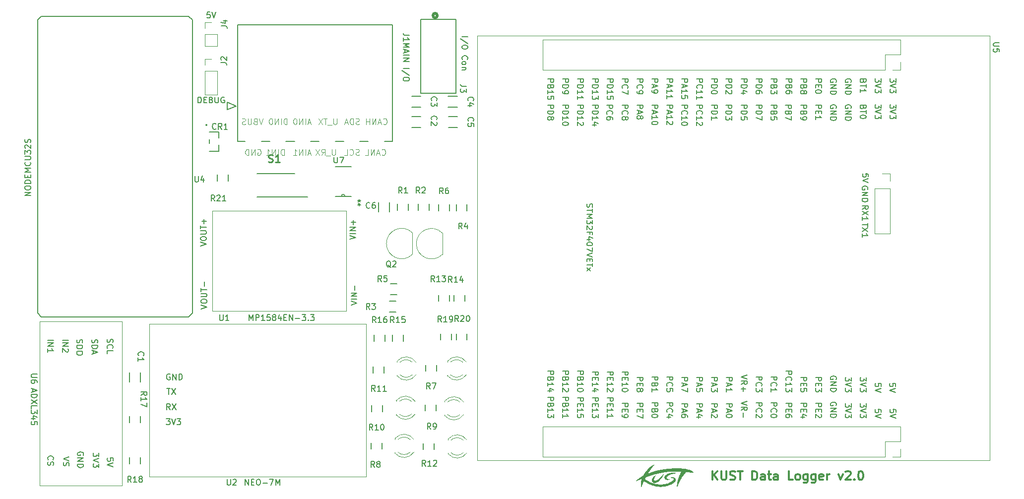
<source format=gbr>
%TF.GenerationSoftware,KiCad,Pcbnew,8.0.0-rc1*%
%TF.CreationDate,2024-02-28T14:24:43+09:00*%
%TF.ProjectId,KDL,4b444c2e-6b69-4636-9164-5f7063625858,rev?*%
%TF.SameCoordinates,Original*%
%TF.FileFunction,Legend,Top*%
%TF.FilePolarity,Positive*%
%FSLAX46Y46*%
G04 Gerber Fmt 4.6, Leading zero omitted, Abs format (unit mm)*
G04 Created by KiCad (PCBNEW 8.0.0-rc1) date 2024-02-28 14:24:43*
%MOMM*%
%LPD*%
G01*
G04 APERTURE LIST*
%ADD10C,0.300000*%
%ADD11C,0.150000*%
%ADD12C,0.254000*%
%ADD13C,0.152400*%
%ADD14C,0.120000*%
%ADD15C,0.000000*%
%ADD16C,0.100000*%
%ADD17C,0.203200*%
%ADD18C,0.127000*%
%ADD19C,0.508000*%
%ADD20C,0.200000*%
G04 APERTURE END LIST*
D10*
X164314510Y-123813628D02*
X164314510Y-122313628D01*
X165171653Y-123813628D02*
X164528796Y-122956485D01*
X165171653Y-122313628D02*
X164314510Y-123170771D01*
X165814510Y-122313628D02*
X165814510Y-123527914D01*
X165814510Y-123527914D02*
X165885939Y-123670771D01*
X165885939Y-123670771D02*
X165957368Y-123742200D01*
X165957368Y-123742200D02*
X166100225Y-123813628D01*
X166100225Y-123813628D02*
X166385939Y-123813628D01*
X166385939Y-123813628D02*
X166528796Y-123742200D01*
X166528796Y-123742200D02*
X166600225Y-123670771D01*
X166600225Y-123670771D02*
X166671653Y-123527914D01*
X166671653Y-123527914D02*
X166671653Y-122313628D01*
X167314511Y-123742200D02*
X167528797Y-123813628D01*
X167528797Y-123813628D02*
X167885939Y-123813628D01*
X167885939Y-123813628D02*
X168028797Y-123742200D01*
X168028797Y-123742200D02*
X168100225Y-123670771D01*
X168100225Y-123670771D02*
X168171654Y-123527914D01*
X168171654Y-123527914D02*
X168171654Y-123385057D01*
X168171654Y-123385057D02*
X168100225Y-123242200D01*
X168100225Y-123242200D02*
X168028797Y-123170771D01*
X168028797Y-123170771D02*
X167885939Y-123099342D01*
X167885939Y-123099342D02*
X167600225Y-123027914D01*
X167600225Y-123027914D02*
X167457368Y-122956485D01*
X167457368Y-122956485D02*
X167385939Y-122885057D01*
X167385939Y-122885057D02*
X167314511Y-122742200D01*
X167314511Y-122742200D02*
X167314511Y-122599342D01*
X167314511Y-122599342D02*
X167385939Y-122456485D01*
X167385939Y-122456485D02*
X167457368Y-122385057D01*
X167457368Y-122385057D02*
X167600225Y-122313628D01*
X167600225Y-122313628D02*
X167957368Y-122313628D01*
X167957368Y-122313628D02*
X168171654Y-122385057D01*
X168600225Y-122313628D02*
X169457368Y-122313628D01*
X169028796Y-123813628D02*
X169028796Y-122313628D01*
X171100224Y-123813628D02*
X171100224Y-122313628D01*
X171100224Y-122313628D02*
X171457367Y-122313628D01*
X171457367Y-122313628D02*
X171671653Y-122385057D01*
X171671653Y-122385057D02*
X171814510Y-122527914D01*
X171814510Y-122527914D02*
X171885939Y-122670771D01*
X171885939Y-122670771D02*
X171957367Y-122956485D01*
X171957367Y-122956485D02*
X171957367Y-123170771D01*
X171957367Y-123170771D02*
X171885939Y-123456485D01*
X171885939Y-123456485D02*
X171814510Y-123599342D01*
X171814510Y-123599342D02*
X171671653Y-123742200D01*
X171671653Y-123742200D02*
X171457367Y-123813628D01*
X171457367Y-123813628D02*
X171100224Y-123813628D01*
X173243082Y-123813628D02*
X173243082Y-123027914D01*
X173243082Y-123027914D02*
X173171653Y-122885057D01*
X173171653Y-122885057D02*
X173028796Y-122813628D01*
X173028796Y-122813628D02*
X172743082Y-122813628D01*
X172743082Y-122813628D02*
X172600224Y-122885057D01*
X173243082Y-123742200D02*
X173100224Y-123813628D01*
X173100224Y-123813628D02*
X172743082Y-123813628D01*
X172743082Y-123813628D02*
X172600224Y-123742200D01*
X172600224Y-123742200D02*
X172528796Y-123599342D01*
X172528796Y-123599342D02*
X172528796Y-123456485D01*
X172528796Y-123456485D02*
X172600224Y-123313628D01*
X172600224Y-123313628D02*
X172743082Y-123242200D01*
X172743082Y-123242200D02*
X173100224Y-123242200D01*
X173100224Y-123242200D02*
X173243082Y-123170771D01*
X173743082Y-122813628D02*
X174314510Y-122813628D01*
X173957367Y-122313628D02*
X173957367Y-123599342D01*
X173957367Y-123599342D02*
X174028796Y-123742200D01*
X174028796Y-123742200D02*
X174171653Y-123813628D01*
X174171653Y-123813628D02*
X174314510Y-123813628D01*
X175457368Y-123813628D02*
X175457368Y-123027914D01*
X175457368Y-123027914D02*
X175385939Y-122885057D01*
X175385939Y-122885057D02*
X175243082Y-122813628D01*
X175243082Y-122813628D02*
X174957368Y-122813628D01*
X174957368Y-122813628D02*
X174814510Y-122885057D01*
X175457368Y-123742200D02*
X175314510Y-123813628D01*
X175314510Y-123813628D02*
X174957368Y-123813628D01*
X174957368Y-123813628D02*
X174814510Y-123742200D01*
X174814510Y-123742200D02*
X174743082Y-123599342D01*
X174743082Y-123599342D02*
X174743082Y-123456485D01*
X174743082Y-123456485D02*
X174814510Y-123313628D01*
X174814510Y-123313628D02*
X174957368Y-123242200D01*
X174957368Y-123242200D02*
X175314510Y-123242200D01*
X175314510Y-123242200D02*
X175457368Y-123170771D01*
X178028796Y-123813628D02*
X177314510Y-123813628D01*
X177314510Y-123813628D02*
X177314510Y-122313628D01*
X178743082Y-123813628D02*
X178600225Y-123742200D01*
X178600225Y-123742200D02*
X178528796Y-123670771D01*
X178528796Y-123670771D02*
X178457368Y-123527914D01*
X178457368Y-123527914D02*
X178457368Y-123099342D01*
X178457368Y-123099342D02*
X178528796Y-122956485D01*
X178528796Y-122956485D02*
X178600225Y-122885057D01*
X178600225Y-122885057D02*
X178743082Y-122813628D01*
X178743082Y-122813628D02*
X178957368Y-122813628D01*
X178957368Y-122813628D02*
X179100225Y-122885057D01*
X179100225Y-122885057D02*
X179171654Y-122956485D01*
X179171654Y-122956485D02*
X179243082Y-123099342D01*
X179243082Y-123099342D02*
X179243082Y-123527914D01*
X179243082Y-123527914D02*
X179171654Y-123670771D01*
X179171654Y-123670771D02*
X179100225Y-123742200D01*
X179100225Y-123742200D02*
X178957368Y-123813628D01*
X178957368Y-123813628D02*
X178743082Y-123813628D01*
X180528797Y-122813628D02*
X180528797Y-124027914D01*
X180528797Y-124027914D02*
X180457368Y-124170771D01*
X180457368Y-124170771D02*
X180385939Y-124242200D01*
X180385939Y-124242200D02*
X180243082Y-124313628D01*
X180243082Y-124313628D02*
X180028797Y-124313628D01*
X180028797Y-124313628D02*
X179885939Y-124242200D01*
X180528797Y-123742200D02*
X180385939Y-123813628D01*
X180385939Y-123813628D02*
X180100225Y-123813628D01*
X180100225Y-123813628D02*
X179957368Y-123742200D01*
X179957368Y-123742200D02*
X179885939Y-123670771D01*
X179885939Y-123670771D02*
X179814511Y-123527914D01*
X179814511Y-123527914D02*
X179814511Y-123099342D01*
X179814511Y-123099342D02*
X179885939Y-122956485D01*
X179885939Y-122956485D02*
X179957368Y-122885057D01*
X179957368Y-122885057D02*
X180100225Y-122813628D01*
X180100225Y-122813628D02*
X180385939Y-122813628D01*
X180385939Y-122813628D02*
X180528797Y-122885057D01*
X181885940Y-122813628D02*
X181885940Y-124027914D01*
X181885940Y-124027914D02*
X181814511Y-124170771D01*
X181814511Y-124170771D02*
X181743082Y-124242200D01*
X181743082Y-124242200D02*
X181600225Y-124313628D01*
X181600225Y-124313628D02*
X181385940Y-124313628D01*
X181385940Y-124313628D02*
X181243082Y-124242200D01*
X181885940Y-123742200D02*
X181743082Y-123813628D01*
X181743082Y-123813628D02*
X181457368Y-123813628D01*
X181457368Y-123813628D02*
X181314511Y-123742200D01*
X181314511Y-123742200D02*
X181243082Y-123670771D01*
X181243082Y-123670771D02*
X181171654Y-123527914D01*
X181171654Y-123527914D02*
X181171654Y-123099342D01*
X181171654Y-123099342D02*
X181243082Y-122956485D01*
X181243082Y-122956485D02*
X181314511Y-122885057D01*
X181314511Y-122885057D02*
X181457368Y-122813628D01*
X181457368Y-122813628D02*
X181743082Y-122813628D01*
X181743082Y-122813628D02*
X181885940Y-122885057D01*
X183171654Y-123742200D02*
X183028797Y-123813628D01*
X183028797Y-123813628D02*
X182743083Y-123813628D01*
X182743083Y-123813628D02*
X182600225Y-123742200D01*
X182600225Y-123742200D02*
X182528797Y-123599342D01*
X182528797Y-123599342D02*
X182528797Y-123027914D01*
X182528797Y-123027914D02*
X182600225Y-122885057D01*
X182600225Y-122885057D02*
X182743083Y-122813628D01*
X182743083Y-122813628D02*
X183028797Y-122813628D01*
X183028797Y-122813628D02*
X183171654Y-122885057D01*
X183171654Y-122885057D02*
X183243083Y-123027914D01*
X183243083Y-123027914D02*
X183243083Y-123170771D01*
X183243083Y-123170771D02*
X182528797Y-123313628D01*
X183885939Y-123813628D02*
X183885939Y-122813628D01*
X183885939Y-123099342D02*
X183957368Y-122956485D01*
X183957368Y-122956485D02*
X184028797Y-122885057D01*
X184028797Y-122885057D02*
X184171654Y-122813628D01*
X184171654Y-122813628D02*
X184314511Y-122813628D01*
X185814510Y-122813628D02*
X186171653Y-123813628D01*
X186171653Y-123813628D02*
X186528796Y-122813628D01*
X187028796Y-122456485D02*
X187100224Y-122385057D01*
X187100224Y-122385057D02*
X187243082Y-122313628D01*
X187243082Y-122313628D02*
X187600224Y-122313628D01*
X187600224Y-122313628D02*
X187743082Y-122385057D01*
X187743082Y-122385057D02*
X187814510Y-122456485D01*
X187814510Y-122456485D02*
X187885939Y-122599342D01*
X187885939Y-122599342D02*
X187885939Y-122742200D01*
X187885939Y-122742200D02*
X187814510Y-122956485D01*
X187814510Y-122956485D02*
X186957367Y-123813628D01*
X186957367Y-123813628D02*
X187885939Y-123813628D01*
X188528795Y-123670771D02*
X188600224Y-123742200D01*
X188600224Y-123742200D02*
X188528795Y-123813628D01*
X188528795Y-123813628D02*
X188457367Y-123742200D01*
X188457367Y-123742200D02*
X188528795Y-123670771D01*
X188528795Y-123670771D02*
X188528795Y-123813628D01*
X189528796Y-122313628D02*
X189671653Y-122313628D01*
X189671653Y-122313628D02*
X189814510Y-122385057D01*
X189814510Y-122385057D02*
X189885939Y-122456485D01*
X189885939Y-122456485D02*
X189957367Y-122599342D01*
X189957367Y-122599342D02*
X190028796Y-122885057D01*
X190028796Y-122885057D02*
X190028796Y-123242200D01*
X190028796Y-123242200D02*
X189957367Y-123527914D01*
X189957367Y-123527914D02*
X189885939Y-123670771D01*
X189885939Y-123670771D02*
X189814510Y-123742200D01*
X189814510Y-123742200D02*
X189671653Y-123813628D01*
X189671653Y-123813628D02*
X189528796Y-123813628D01*
X189528796Y-123813628D02*
X189385939Y-123742200D01*
X189385939Y-123742200D02*
X189314510Y-123670771D01*
X189314510Y-123670771D02*
X189243081Y-123527914D01*
X189243081Y-123527914D02*
X189171653Y-123242200D01*
X189171653Y-123242200D02*
X189171653Y-122885057D01*
X189171653Y-122885057D02*
X189243081Y-122599342D01*
X189243081Y-122599342D02*
X189314510Y-122456485D01*
X189314510Y-122456485D02*
X189385939Y-122385057D01*
X189385939Y-122385057D02*
X189528796Y-122313628D01*
D11*
X109957142Y-96954819D02*
X109623809Y-96478628D01*
X109385714Y-96954819D02*
X109385714Y-95954819D01*
X109385714Y-95954819D02*
X109766666Y-95954819D01*
X109766666Y-95954819D02*
X109861904Y-96002438D01*
X109861904Y-96002438D02*
X109909523Y-96050057D01*
X109909523Y-96050057D02*
X109957142Y-96145295D01*
X109957142Y-96145295D02*
X109957142Y-96288152D01*
X109957142Y-96288152D02*
X109909523Y-96383390D01*
X109909523Y-96383390D02*
X109861904Y-96431009D01*
X109861904Y-96431009D02*
X109766666Y-96478628D01*
X109766666Y-96478628D02*
X109385714Y-96478628D01*
X110909523Y-96954819D02*
X110338095Y-96954819D01*
X110623809Y-96954819D02*
X110623809Y-95954819D01*
X110623809Y-95954819D02*
X110528571Y-96097676D01*
X110528571Y-96097676D02*
X110433333Y-96192914D01*
X110433333Y-96192914D02*
X110338095Y-96240533D01*
X111814285Y-95954819D02*
X111338095Y-95954819D01*
X111338095Y-95954819D02*
X111290476Y-96431009D01*
X111290476Y-96431009D02*
X111338095Y-96383390D01*
X111338095Y-96383390D02*
X111433333Y-96335771D01*
X111433333Y-96335771D02*
X111671428Y-96335771D01*
X111671428Y-96335771D02*
X111766666Y-96383390D01*
X111766666Y-96383390D02*
X111814285Y-96431009D01*
X111814285Y-96431009D02*
X111861904Y-96526247D01*
X111861904Y-96526247D02*
X111861904Y-96764342D01*
X111861904Y-96764342D02*
X111814285Y-96859580D01*
X111814285Y-96859580D02*
X111766666Y-96907200D01*
X111766666Y-96907200D02*
X111671428Y-96954819D01*
X111671428Y-96954819D02*
X111433333Y-96954819D01*
X111433333Y-96954819D02*
X111338095Y-96907200D01*
X111338095Y-96907200D02*
X111290476Y-96859580D01*
X99738095Y-68707619D02*
X99738095Y-69517142D01*
X99738095Y-69517142D02*
X99785714Y-69612380D01*
X99785714Y-69612380D02*
X99833333Y-69660000D01*
X99833333Y-69660000D02*
X99928571Y-69707619D01*
X99928571Y-69707619D02*
X100119047Y-69707619D01*
X100119047Y-69707619D02*
X100214285Y-69660000D01*
X100214285Y-69660000D02*
X100261904Y-69612380D01*
X100261904Y-69612380D02*
X100309523Y-69517142D01*
X100309523Y-69517142D02*
X100309523Y-68707619D01*
X100690476Y-68707619D02*
X101357142Y-68707619D01*
X101357142Y-68707619D02*
X100928571Y-69707619D01*
X104003999Y-77036980D02*
X104003999Y-76798885D01*
X104242094Y-76894123D02*
X104003999Y-76798885D01*
X104003999Y-76798885D02*
X103765904Y-76894123D01*
X104146856Y-76608409D02*
X104003999Y-76798885D01*
X104003999Y-76798885D02*
X103861142Y-76608409D01*
X104004000Y-75946619D02*
X104004000Y-76184714D01*
X103765905Y-76089476D02*
X104004000Y-76184714D01*
X104004000Y-76184714D02*
X104242095Y-76089476D01*
X103861143Y-76375190D02*
X104004000Y-76184714D01*
X104004000Y-76184714D02*
X104146857Y-76375190D01*
X81488095Y-123707619D02*
X81488095Y-124517142D01*
X81488095Y-124517142D02*
X81535714Y-124612380D01*
X81535714Y-124612380D02*
X81583333Y-124660000D01*
X81583333Y-124660000D02*
X81678571Y-124707619D01*
X81678571Y-124707619D02*
X81869047Y-124707619D01*
X81869047Y-124707619D02*
X81964285Y-124660000D01*
X81964285Y-124660000D02*
X82011904Y-124612380D01*
X82011904Y-124612380D02*
X82059523Y-124517142D01*
X82059523Y-124517142D02*
X82059523Y-123707619D01*
X82488095Y-123802857D02*
X82535714Y-123755238D01*
X82535714Y-123755238D02*
X82630952Y-123707619D01*
X82630952Y-123707619D02*
X82869047Y-123707619D01*
X82869047Y-123707619D02*
X82964285Y-123755238D01*
X82964285Y-123755238D02*
X83011904Y-123802857D01*
X83011904Y-123802857D02*
X83059523Y-123898095D01*
X83059523Y-123898095D02*
X83059523Y-123993333D01*
X83059523Y-123993333D02*
X83011904Y-124136190D01*
X83011904Y-124136190D02*
X82440476Y-124707619D01*
X82440476Y-124707619D02*
X83059523Y-124707619D01*
X84571429Y-124707619D02*
X84571429Y-123707619D01*
X84571429Y-123707619D02*
X85142857Y-124707619D01*
X85142857Y-124707619D02*
X85142857Y-123707619D01*
X85619048Y-124183809D02*
X85952381Y-124183809D01*
X86095238Y-124707619D02*
X85619048Y-124707619D01*
X85619048Y-124707619D02*
X85619048Y-123707619D01*
X85619048Y-123707619D02*
X86095238Y-123707619D01*
X86714286Y-123707619D02*
X86904762Y-123707619D01*
X86904762Y-123707619D02*
X87000000Y-123755238D01*
X87000000Y-123755238D02*
X87095238Y-123850476D01*
X87095238Y-123850476D02*
X87142857Y-124040952D01*
X87142857Y-124040952D02*
X87142857Y-124374285D01*
X87142857Y-124374285D02*
X87095238Y-124564761D01*
X87095238Y-124564761D02*
X87000000Y-124660000D01*
X87000000Y-124660000D02*
X86904762Y-124707619D01*
X86904762Y-124707619D02*
X86714286Y-124707619D01*
X86714286Y-124707619D02*
X86619048Y-124660000D01*
X86619048Y-124660000D02*
X86523810Y-124564761D01*
X86523810Y-124564761D02*
X86476191Y-124374285D01*
X86476191Y-124374285D02*
X86476191Y-124040952D01*
X86476191Y-124040952D02*
X86523810Y-123850476D01*
X86523810Y-123850476D02*
X86619048Y-123755238D01*
X86619048Y-123755238D02*
X86714286Y-123707619D01*
X87571429Y-124326666D02*
X88333334Y-124326666D01*
X88714286Y-123707619D02*
X89380952Y-123707619D01*
X89380952Y-123707619D02*
X88952381Y-124707619D01*
X89761905Y-124707619D02*
X89761905Y-123707619D01*
X89761905Y-123707619D02*
X90095238Y-124421904D01*
X90095238Y-124421904D02*
X90428571Y-123707619D01*
X90428571Y-123707619D02*
X90428571Y-124707619D01*
X71183922Y-108184819D02*
X71755350Y-108184819D01*
X71469636Y-109184819D02*
X71469636Y-108184819D01*
X71993446Y-108184819D02*
X72660112Y-109184819D01*
X72660112Y-108184819D02*
X71993446Y-109184819D01*
X71104541Y-113384219D02*
X71723588Y-113384219D01*
X71723588Y-113384219D02*
X71390255Y-113765171D01*
X71390255Y-113765171D02*
X71533112Y-113765171D01*
X71533112Y-113765171D02*
X71628350Y-113812790D01*
X71628350Y-113812790D02*
X71675969Y-113860409D01*
X71675969Y-113860409D02*
X71723588Y-113955647D01*
X71723588Y-113955647D02*
X71723588Y-114193742D01*
X71723588Y-114193742D02*
X71675969Y-114288980D01*
X71675969Y-114288980D02*
X71628350Y-114336600D01*
X71628350Y-114336600D02*
X71533112Y-114384219D01*
X71533112Y-114384219D02*
X71247398Y-114384219D01*
X71247398Y-114384219D02*
X71152160Y-114336600D01*
X71152160Y-114336600D02*
X71104541Y-114288980D01*
X72009303Y-113384219D02*
X72342636Y-114384219D01*
X72342636Y-114384219D02*
X72675969Y-113384219D01*
X72914065Y-113384219D02*
X73533112Y-113384219D01*
X73533112Y-113384219D02*
X73199779Y-113765171D01*
X73199779Y-113765171D02*
X73342636Y-113765171D01*
X73342636Y-113765171D02*
X73437874Y-113812790D01*
X73437874Y-113812790D02*
X73485493Y-113860409D01*
X73485493Y-113860409D02*
X73533112Y-113955647D01*
X73533112Y-113955647D02*
X73533112Y-114193742D01*
X73533112Y-114193742D02*
X73485493Y-114288980D01*
X73485493Y-114288980D02*
X73437874Y-114336600D01*
X73437874Y-114336600D02*
X73342636Y-114384219D01*
X73342636Y-114384219D02*
X73056922Y-114384219D01*
X73056922Y-114384219D02*
X72961684Y-114336600D01*
X72961684Y-114336600D02*
X72914065Y-114288980D01*
X71771207Y-111844219D02*
X71437874Y-111368028D01*
X71199779Y-111844219D02*
X71199779Y-110844219D01*
X71199779Y-110844219D02*
X71580731Y-110844219D01*
X71580731Y-110844219D02*
X71675969Y-110891838D01*
X71675969Y-110891838D02*
X71723588Y-110939457D01*
X71723588Y-110939457D02*
X71771207Y-111034695D01*
X71771207Y-111034695D02*
X71771207Y-111177552D01*
X71771207Y-111177552D02*
X71723588Y-111272790D01*
X71723588Y-111272790D02*
X71675969Y-111320409D01*
X71675969Y-111320409D02*
X71580731Y-111368028D01*
X71580731Y-111368028D02*
X71199779Y-111368028D01*
X72104541Y-110844219D02*
X72771207Y-111844219D01*
X72771207Y-110844219D02*
X72104541Y-111844219D01*
X71723588Y-105761038D02*
X71628350Y-105713419D01*
X71628350Y-105713419D02*
X71485493Y-105713419D01*
X71485493Y-105713419D02*
X71342636Y-105761038D01*
X71342636Y-105761038D02*
X71247398Y-105856276D01*
X71247398Y-105856276D02*
X71199779Y-105951514D01*
X71199779Y-105951514D02*
X71152160Y-106141990D01*
X71152160Y-106141990D02*
X71152160Y-106284847D01*
X71152160Y-106284847D02*
X71199779Y-106475323D01*
X71199779Y-106475323D02*
X71247398Y-106570561D01*
X71247398Y-106570561D02*
X71342636Y-106665800D01*
X71342636Y-106665800D02*
X71485493Y-106713419D01*
X71485493Y-106713419D02*
X71580731Y-106713419D01*
X71580731Y-106713419D02*
X71723588Y-106665800D01*
X71723588Y-106665800D02*
X71771207Y-106618180D01*
X71771207Y-106618180D02*
X71771207Y-106284847D01*
X71771207Y-106284847D02*
X71580731Y-106284847D01*
X72199779Y-106713419D02*
X72199779Y-105713419D01*
X72199779Y-105713419D02*
X72771207Y-106713419D01*
X72771207Y-106713419D02*
X72771207Y-105713419D01*
X73247398Y-106713419D02*
X73247398Y-105713419D01*
X73247398Y-105713419D02*
X73485493Y-105713419D01*
X73485493Y-105713419D02*
X73628350Y-105761038D01*
X73628350Y-105761038D02*
X73723588Y-105856276D01*
X73723588Y-105856276D02*
X73771207Y-105951514D01*
X73771207Y-105951514D02*
X73818826Y-106141990D01*
X73818826Y-106141990D02*
X73818826Y-106284847D01*
X73818826Y-106284847D02*
X73771207Y-106475323D01*
X73771207Y-106475323D02*
X73723588Y-106570561D01*
X73723588Y-106570561D02*
X73628350Y-106665800D01*
X73628350Y-106665800D02*
X73485493Y-106713419D01*
X73485493Y-106713419D02*
X73247398Y-106713419D01*
X80394819Y-52586133D02*
X81109104Y-52586133D01*
X81109104Y-52586133D02*
X81251961Y-52633752D01*
X81251961Y-52633752D02*
X81347200Y-52728990D01*
X81347200Y-52728990D02*
X81394819Y-52871847D01*
X81394819Y-52871847D02*
X81394819Y-52967085D01*
X80490057Y-52157561D02*
X80442438Y-52109942D01*
X80442438Y-52109942D02*
X80394819Y-52014704D01*
X80394819Y-52014704D02*
X80394819Y-51776609D01*
X80394819Y-51776609D02*
X80442438Y-51681371D01*
X80442438Y-51681371D02*
X80490057Y-51633752D01*
X80490057Y-51633752D02*
X80585295Y-51586133D01*
X80585295Y-51586133D02*
X80680533Y-51586133D01*
X80680533Y-51586133D02*
X80823390Y-51633752D01*
X80823390Y-51633752D02*
X81394819Y-52205180D01*
X81394819Y-52205180D02*
X81394819Y-51586133D01*
X76511905Y-59457619D02*
X76511905Y-58457619D01*
X76511905Y-58457619D02*
X76750000Y-58457619D01*
X76750000Y-58457619D02*
X76892857Y-58505238D01*
X76892857Y-58505238D02*
X76988095Y-58600476D01*
X76988095Y-58600476D02*
X77035714Y-58695714D01*
X77035714Y-58695714D02*
X77083333Y-58886190D01*
X77083333Y-58886190D02*
X77083333Y-59029047D01*
X77083333Y-59029047D02*
X77035714Y-59219523D01*
X77035714Y-59219523D02*
X76988095Y-59314761D01*
X76988095Y-59314761D02*
X76892857Y-59410000D01*
X76892857Y-59410000D02*
X76750000Y-59457619D01*
X76750000Y-59457619D02*
X76511905Y-59457619D01*
X77511905Y-58933809D02*
X77845238Y-58933809D01*
X77988095Y-59457619D02*
X77511905Y-59457619D01*
X77511905Y-59457619D02*
X77511905Y-58457619D01*
X77511905Y-58457619D02*
X77988095Y-58457619D01*
X78750000Y-58933809D02*
X78892857Y-58981428D01*
X78892857Y-58981428D02*
X78940476Y-59029047D01*
X78940476Y-59029047D02*
X78988095Y-59124285D01*
X78988095Y-59124285D02*
X78988095Y-59267142D01*
X78988095Y-59267142D02*
X78940476Y-59362380D01*
X78940476Y-59362380D02*
X78892857Y-59410000D01*
X78892857Y-59410000D02*
X78797619Y-59457619D01*
X78797619Y-59457619D02*
X78416667Y-59457619D01*
X78416667Y-59457619D02*
X78416667Y-58457619D01*
X78416667Y-58457619D02*
X78750000Y-58457619D01*
X78750000Y-58457619D02*
X78845238Y-58505238D01*
X78845238Y-58505238D02*
X78892857Y-58552857D01*
X78892857Y-58552857D02*
X78940476Y-58648095D01*
X78940476Y-58648095D02*
X78940476Y-58743333D01*
X78940476Y-58743333D02*
X78892857Y-58838571D01*
X78892857Y-58838571D02*
X78845238Y-58886190D01*
X78845238Y-58886190D02*
X78750000Y-58933809D01*
X78750000Y-58933809D02*
X78416667Y-58933809D01*
X79416667Y-58457619D02*
X79416667Y-59267142D01*
X79416667Y-59267142D02*
X79464286Y-59362380D01*
X79464286Y-59362380D02*
X79511905Y-59410000D01*
X79511905Y-59410000D02*
X79607143Y-59457619D01*
X79607143Y-59457619D02*
X79797619Y-59457619D01*
X79797619Y-59457619D02*
X79892857Y-59410000D01*
X79892857Y-59410000D02*
X79940476Y-59362380D01*
X79940476Y-59362380D02*
X79988095Y-59267142D01*
X79988095Y-59267142D02*
X79988095Y-58457619D01*
X80988095Y-58505238D02*
X80892857Y-58457619D01*
X80892857Y-58457619D02*
X80750000Y-58457619D01*
X80750000Y-58457619D02*
X80607143Y-58505238D01*
X80607143Y-58505238D02*
X80511905Y-58600476D01*
X80511905Y-58600476D02*
X80464286Y-58695714D01*
X80464286Y-58695714D02*
X80416667Y-58886190D01*
X80416667Y-58886190D02*
X80416667Y-59029047D01*
X80416667Y-59029047D02*
X80464286Y-59219523D01*
X80464286Y-59219523D02*
X80511905Y-59314761D01*
X80511905Y-59314761D02*
X80607143Y-59410000D01*
X80607143Y-59410000D02*
X80750000Y-59457619D01*
X80750000Y-59457619D02*
X80845238Y-59457619D01*
X80845238Y-59457619D02*
X80988095Y-59410000D01*
X80988095Y-59410000D02*
X81035714Y-59362380D01*
X81035714Y-59362380D02*
X81035714Y-59029047D01*
X81035714Y-59029047D02*
X80845238Y-59029047D01*
X79357142Y-76207619D02*
X79023809Y-75731428D01*
X78785714Y-76207619D02*
X78785714Y-75207619D01*
X78785714Y-75207619D02*
X79166666Y-75207619D01*
X79166666Y-75207619D02*
X79261904Y-75255238D01*
X79261904Y-75255238D02*
X79309523Y-75302857D01*
X79309523Y-75302857D02*
X79357142Y-75398095D01*
X79357142Y-75398095D02*
X79357142Y-75540952D01*
X79357142Y-75540952D02*
X79309523Y-75636190D01*
X79309523Y-75636190D02*
X79261904Y-75683809D01*
X79261904Y-75683809D02*
X79166666Y-75731428D01*
X79166666Y-75731428D02*
X78785714Y-75731428D01*
X79738095Y-75302857D02*
X79785714Y-75255238D01*
X79785714Y-75255238D02*
X79880952Y-75207619D01*
X79880952Y-75207619D02*
X80119047Y-75207619D01*
X80119047Y-75207619D02*
X80214285Y-75255238D01*
X80214285Y-75255238D02*
X80261904Y-75302857D01*
X80261904Y-75302857D02*
X80309523Y-75398095D01*
X80309523Y-75398095D02*
X80309523Y-75493333D01*
X80309523Y-75493333D02*
X80261904Y-75636190D01*
X80261904Y-75636190D02*
X79690476Y-76207619D01*
X79690476Y-76207619D02*
X80309523Y-76207619D01*
X81261904Y-76207619D02*
X80690476Y-76207619D01*
X80976190Y-76207619D02*
X80976190Y-75207619D01*
X80976190Y-75207619D02*
X80880952Y-75350476D01*
X80880952Y-75350476D02*
X80785714Y-75445714D01*
X80785714Y-75445714D02*
X80690476Y-75493333D01*
X116857142Y-89957619D02*
X116523809Y-89481428D01*
X116285714Y-89957619D02*
X116285714Y-88957619D01*
X116285714Y-88957619D02*
X116666666Y-88957619D01*
X116666666Y-88957619D02*
X116761904Y-89005238D01*
X116761904Y-89005238D02*
X116809523Y-89052857D01*
X116809523Y-89052857D02*
X116857142Y-89148095D01*
X116857142Y-89148095D02*
X116857142Y-89290952D01*
X116857142Y-89290952D02*
X116809523Y-89386190D01*
X116809523Y-89386190D02*
X116761904Y-89433809D01*
X116761904Y-89433809D02*
X116666666Y-89481428D01*
X116666666Y-89481428D02*
X116285714Y-89481428D01*
X117809523Y-89957619D02*
X117238095Y-89957619D01*
X117523809Y-89957619D02*
X117523809Y-88957619D01*
X117523809Y-88957619D02*
X117428571Y-89100476D01*
X117428571Y-89100476D02*
X117333333Y-89195714D01*
X117333333Y-89195714D02*
X117238095Y-89243333D01*
X118142857Y-88957619D02*
X118761904Y-88957619D01*
X118761904Y-88957619D02*
X118428571Y-89338571D01*
X118428571Y-89338571D02*
X118571428Y-89338571D01*
X118571428Y-89338571D02*
X118666666Y-89386190D01*
X118666666Y-89386190D02*
X118714285Y-89433809D01*
X118714285Y-89433809D02*
X118761904Y-89529047D01*
X118761904Y-89529047D02*
X118761904Y-89767142D01*
X118761904Y-89767142D02*
X118714285Y-89862380D01*
X118714285Y-89862380D02*
X118666666Y-89910000D01*
X118666666Y-89910000D02*
X118571428Y-89957619D01*
X118571428Y-89957619D02*
X118285714Y-89957619D01*
X118285714Y-89957619D02*
X118190476Y-89910000D01*
X118190476Y-89910000D02*
X118142857Y-89862380D01*
X75988095Y-71957619D02*
X75988095Y-72767142D01*
X75988095Y-72767142D02*
X76035714Y-72862380D01*
X76035714Y-72862380D02*
X76083333Y-72910000D01*
X76083333Y-72910000D02*
X76178571Y-72957619D01*
X76178571Y-72957619D02*
X76369047Y-72957619D01*
X76369047Y-72957619D02*
X76464285Y-72910000D01*
X76464285Y-72910000D02*
X76511904Y-72862380D01*
X76511904Y-72862380D02*
X76559523Y-72767142D01*
X76559523Y-72767142D02*
X76559523Y-71957619D01*
X77464285Y-72290952D02*
X77464285Y-72957619D01*
X77226190Y-71910000D02*
X76988095Y-72624285D01*
X76988095Y-72624285D02*
X77607142Y-72624285D01*
X47954819Y-75288513D02*
X46954819Y-75288513D01*
X46954819Y-75288513D02*
X47954819Y-74717085D01*
X47954819Y-74717085D02*
X46954819Y-74717085D01*
X46954819Y-74050418D02*
X46954819Y-73859942D01*
X46954819Y-73859942D02*
X47002438Y-73764704D01*
X47002438Y-73764704D02*
X47097676Y-73669466D01*
X47097676Y-73669466D02*
X47288152Y-73621847D01*
X47288152Y-73621847D02*
X47621485Y-73621847D01*
X47621485Y-73621847D02*
X47811961Y-73669466D01*
X47811961Y-73669466D02*
X47907200Y-73764704D01*
X47907200Y-73764704D02*
X47954819Y-73859942D01*
X47954819Y-73859942D02*
X47954819Y-74050418D01*
X47954819Y-74050418D02*
X47907200Y-74145656D01*
X47907200Y-74145656D02*
X47811961Y-74240894D01*
X47811961Y-74240894D02*
X47621485Y-74288513D01*
X47621485Y-74288513D02*
X47288152Y-74288513D01*
X47288152Y-74288513D02*
X47097676Y-74240894D01*
X47097676Y-74240894D02*
X47002438Y-74145656D01*
X47002438Y-74145656D02*
X46954819Y-74050418D01*
X47954819Y-73193275D02*
X46954819Y-73193275D01*
X46954819Y-73193275D02*
X46954819Y-72955180D01*
X46954819Y-72955180D02*
X47002438Y-72812323D01*
X47002438Y-72812323D02*
X47097676Y-72717085D01*
X47097676Y-72717085D02*
X47192914Y-72669466D01*
X47192914Y-72669466D02*
X47383390Y-72621847D01*
X47383390Y-72621847D02*
X47526247Y-72621847D01*
X47526247Y-72621847D02*
X47716723Y-72669466D01*
X47716723Y-72669466D02*
X47811961Y-72717085D01*
X47811961Y-72717085D02*
X47907200Y-72812323D01*
X47907200Y-72812323D02*
X47954819Y-72955180D01*
X47954819Y-72955180D02*
X47954819Y-73193275D01*
X47431009Y-72193275D02*
X47431009Y-71859942D01*
X47954819Y-71717085D02*
X47954819Y-72193275D01*
X47954819Y-72193275D02*
X46954819Y-72193275D01*
X46954819Y-72193275D02*
X46954819Y-71717085D01*
X47954819Y-71288513D02*
X46954819Y-71288513D01*
X46954819Y-71288513D02*
X47669104Y-70955180D01*
X47669104Y-70955180D02*
X46954819Y-70621847D01*
X46954819Y-70621847D02*
X47954819Y-70621847D01*
X47859580Y-69574228D02*
X47907200Y-69621847D01*
X47907200Y-69621847D02*
X47954819Y-69764704D01*
X47954819Y-69764704D02*
X47954819Y-69859942D01*
X47954819Y-69859942D02*
X47907200Y-70002799D01*
X47907200Y-70002799D02*
X47811961Y-70098037D01*
X47811961Y-70098037D02*
X47716723Y-70145656D01*
X47716723Y-70145656D02*
X47526247Y-70193275D01*
X47526247Y-70193275D02*
X47383390Y-70193275D01*
X47383390Y-70193275D02*
X47192914Y-70145656D01*
X47192914Y-70145656D02*
X47097676Y-70098037D01*
X47097676Y-70098037D02*
X47002438Y-70002799D01*
X47002438Y-70002799D02*
X46954819Y-69859942D01*
X46954819Y-69859942D02*
X46954819Y-69764704D01*
X46954819Y-69764704D02*
X47002438Y-69621847D01*
X47002438Y-69621847D02*
X47050057Y-69574228D01*
X46954819Y-69145656D02*
X47764342Y-69145656D01*
X47764342Y-69145656D02*
X47859580Y-69098037D01*
X47859580Y-69098037D02*
X47907200Y-69050418D01*
X47907200Y-69050418D02*
X47954819Y-68955180D01*
X47954819Y-68955180D02*
X47954819Y-68764704D01*
X47954819Y-68764704D02*
X47907200Y-68669466D01*
X47907200Y-68669466D02*
X47859580Y-68621847D01*
X47859580Y-68621847D02*
X47764342Y-68574228D01*
X47764342Y-68574228D02*
X46954819Y-68574228D01*
X46954819Y-68193275D02*
X46954819Y-67574228D01*
X46954819Y-67574228D02*
X47335771Y-67907561D01*
X47335771Y-67907561D02*
X47335771Y-67764704D01*
X47335771Y-67764704D02*
X47383390Y-67669466D01*
X47383390Y-67669466D02*
X47431009Y-67621847D01*
X47431009Y-67621847D02*
X47526247Y-67574228D01*
X47526247Y-67574228D02*
X47764342Y-67574228D01*
X47764342Y-67574228D02*
X47859580Y-67621847D01*
X47859580Y-67621847D02*
X47907200Y-67669466D01*
X47907200Y-67669466D02*
X47954819Y-67764704D01*
X47954819Y-67764704D02*
X47954819Y-68050418D01*
X47954819Y-68050418D02*
X47907200Y-68145656D01*
X47907200Y-68145656D02*
X47859580Y-68193275D01*
X47050057Y-67193275D02*
X47002438Y-67145656D01*
X47002438Y-67145656D02*
X46954819Y-67050418D01*
X46954819Y-67050418D02*
X46954819Y-66812323D01*
X46954819Y-66812323D02*
X47002438Y-66717085D01*
X47002438Y-66717085D02*
X47050057Y-66669466D01*
X47050057Y-66669466D02*
X47145295Y-66621847D01*
X47145295Y-66621847D02*
X47240533Y-66621847D01*
X47240533Y-66621847D02*
X47383390Y-66669466D01*
X47383390Y-66669466D02*
X47954819Y-67240894D01*
X47954819Y-67240894D02*
X47954819Y-66621847D01*
X47907200Y-66240894D02*
X47954819Y-66098037D01*
X47954819Y-66098037D02*
X47954819Y-65859942D01*
X47954819Y-65859942D02*
X47907200Y-65764704D01*
X47907200Y-65764704D02*
X47859580Y-65717085D01*
X47859580Y-65717085D02*
X47764342Y-65669466D01*
X47764342Y-65669466D02*
X47669104Y-65669466D01*
X47669104Y-65669466D02*
X47573866Y-65717085D01*
X47573866Y-65717085D02*
X47526247Y-65764704D01*
X47526247Y-65764704D02*
X47478628Y-65859942D01*
X47478628Y-65859942D02*
X47431009Y-66050418D01*
X47431009Y-66050418D02*
X47383390Y-66145656D01*
X47383390Y-66145656D02*
X47335771Y-66193275D01*
X47335771Y-66193275D02*
X47240533Y-66240894D01*
X47240533Y-66240894D02*
X47145295Y-66240894D01*
X47145295Y-66240894D02*
X47050057Y-66193275D01*
X47050057Y-66193275D02*
X47002438Y-66145656D01*
X47002438Y-66145656D02*
X46954819Y-66050418D01*
X46954819Y-66050418D02*
X46954819Y-65812323D01*
X46954819Y-65812323D02*
X47002438Y-65669466D01*
X105833333Y-94704819D02*
X105500000Y-94228628D01*
X105261905Y-94704819D02*
X105261905Y-93704819D01*
X105261905Y-93704819D02*
X105642857Y-93704819D01*
X105642857Y-93704819D02*
X105738095Y-93752438D01*
X105738095Y-93752438D02*
X105785714Y-93800057D01*
X105785714Y-93800057D02*
X105833333Y-93895295D01*
X105833333Y-93895295D02*
X105833333Y-94038152D01*
X105833333Y-94038152D02*
X105785714Y-94133390D01*
X105785714Y-94133390D02*
X105738095Y-94181009D01*
X105738095Y-94181009D02*
X105642857Y-94228628D01*
X105642857Y-94228628D02*
X105261905Y-94228628D01*
X106166667Y-93704819D02*
X106785714Y-93704819D01*
X106785714Y-93704819D02*
X106452381Y-94085771D01*
X106452381Y-94085771D02*
X106595238Y-94085771D01*
X106595238Y-94085771D02*
X106690476Y-94133390D01*
X106690476Y-94133390D02*
X106738095Y-94181009D01*
X106738095Y-94181009D02*
X106785714Y-94276247D01*
X106785714Y-94276247D02*
X106785714Y-94514342D01*
X106785714Y-94514342D02*
X106738095Y-94609580D01*
X106738095Y-94609580D02*
X106690476Y-94657200D01*
X106690476Y-94657200D02*
X106595238Y-94704819D01*
X106595238Y-94704819D02*
X106309524Y-94704819D01*
X106309524Y-94704819D02*
X106214286Y-94657200D01*
X106214286Y-94657200D02*
X106166667Y-94609580D01*
X105833333Y-77362380D02*
X105785714Y-77410000D01*
X105785714Y-77410000D02*
X105642857Y-77457619D01*
X105642857Y-77457619D02*
X105547619Y-77457619D01*
X105547619Y-77457619D02*
X105404762Y-77410000D01*
X105404762Y-77410000D02*
X105309524Y-77314761D01*
X105309524Y-77314761D02*
X105261905Y-77219523D01*
X105261905Y-77219523D02*
X105214286Y-77029047D01*
X105214286Y-77029047D02*
X105214286Y-76886190D01*
X105214286Y-76886190D02*
X105261905Y-76695714D01*
X105261905Y-76695714D02*
X105309524Y-76600476D01*
X105309524Y-76600476D02*
X105404762Y-76505238D01*
X105404762Y-76505238D02*
X105547619Y-76457619D01*
X105547619Y-76457619D02*
X105642857Y-76457619D01*
X105642857Y-76457619D02*
X105785714Y-76505238D01*
X105785714Y-76505238D02*
X105833333Y-76552857D01*
X106690476Y-76457619D02*
X106500000Y-76457619D01*
X106500000Y-76457619D02*
X106404762Y-76505238D01*
X106404762Y-76505238D02*
X106357143Y-76552857D01*
X106357143Y-76552857D02*
X106261905Y-76695714D01*
X106261905Y-76695714D02*
X106214286Y-76886190D01*
X106214286Y-76886190D02*
X106214286Y-77267142D01*
X106214286Y-77267142D02*
X106261905Y-77362380D01*
X106261905Y-77362380D02*
X106309524Y-77410000D01*
X106309524Y-77410000D02*
X106404762Y-77457619D01*
X106404762Y-77457619D02*
X106595238Y-77457619D01*
X106595238Y-77457619D02*
X106690476Y-77410000D01*
X106690476Y-77410000D02*
X106738095Y-77362380D01*
X106738095Y-77362380D02*
X106785714Y-77267142D01*
X106785714Y-77267142D02*
X106785714Y-77029047D01*
X106785714Y-77029047D02*
X106738095Y-76933809D01*
X106738095Y-76933809D02*
X106690476Y-76886190D01*
X106690476Y-76886190D02*
X106595238Y-76838571D01*
X106595238Y-76838571D02*
X106404762Y-76838571D01*
X106404762Y-76838571D02*
X106309524Y-76886190D01*
X106309524Y-76886190D02*
X106261905Y-76933809D01*
X106261905Y-76933809D02*
X106214286Y-77029047D01*
X118333333Y-74957619D02*
X118000000Y-74481428D01*
X117761905Y-74957619D02*
X117761905Y-73957619D01*
X117761905Y-73957619D02*
X118142857Y-73957619D01*
X118142857Y-73957619D02*
X118238095Y-74005238D01*
X118238095Y-74005238D02*
X118285714Y-74052857D01*
X118285714Y-74052857D02*
X118333333Y-74148095D01*
X118333333Y-74148095D02*
X118333333Y-74290952D01*
X118333333Y-74290952D02*
X118285714Y-74386190D01*
X118285714Y-74386190D02*
X118238095Y-74433809D01*
X118238095Y-74433809D02*
X118142857Y-74481428D01*
X118142857Y-74481428D02*
X117761905Y-74481428D01*
X119190476Y-73957619D02*
X119000000Y-73957619D01*
X119000000Y-73957619D02*
X118904762Y-74005238D01*
X118904762Y-74005238D02*
X118857143Y-74052857D01*
X118857143Y-74052857D02*
X118761905Y-74195714D01*
X118761905Y-74195714D02*
X118714286Y-74386190D01*
X118714286Y-74386190D02*
X118714286Y-74767142D01*
X118714286Y-74767142D02*
X118761905Y-74862380D01*
X118761905Y-74862380D02*
X118809524Y-74910000D01*
X118809524Y-74910000D02*
X118904762Y-74957619D01*
X118904762Y-74957619D02*
X119095238Y-74957619D01*
X119095238Y-74957619D02*
X119190476Y-74910000D01*
X119190476Y-74910000D02*
X119238095Y-74862380D01*
X119238095Y-74862380D02*
X119285714Y-74767142D01*
X119285714Y-74767142D02*
X119285714Y-74529047D01*
X119285714Y-74529047D02*
X119238095Y-74433809D01*
X119238095Y-74433809D02*
X119190476Y-74386190D01*
X119190476Y-74386190D02*
X119095238Y-74338571D01*
X119095238Y-74338571D02*
X118904762Y-74338571D01*
X118904762Y-74338571D02*
X118809524Y-74386190D01*
X118809524Y-74386190D02*
X118761905Y-74433809D01*
X118761905Y-74433809D02*
X118714286Y-74529047D01*
X116390419Y-62336133D02*
X116342800Y-62288514D01*
X116342800Y-62288514D02*
X116295180Y-62145657D01*
X116295180Y-62145657D02*
X116295180Y-62050419D01*
X116295180Y-62050419D02*
X116342800Y-61907562D01*
X116342800Y-61907562D02*
X116438038Y-61812324D01*
X116438038Y-61812324D02*
X116533276Y-61764705D01*
X116533276Y-61764705D02*
X116723752Y-61717086D01*
X116723752Y-61717086D02*
X116866609Y-61717086D01*
X116866609Y-61717086D02*
X117057085Y-61764705D01*
X117057085Y-61764705D02*
X117152323Y-61812324D01*
X117152323Y-61812324D02*
X117247561Y-61907562D01*
X117247561Y-61907562D02*
X117295180Y-62050419D01*
X117295180Y-62050419D02*
X117295180Y-62145657D01*
X117295180Y-62145657D02*
X117247561Y-62288514D01*
X117247561Y-62288514D02*
X117199942Y-62336133D01*
X117199942Y-62717086D02*
X117247561Y-62764705D01*
X117247561Y-62764705D02*
X117295180Y-62859943D01*
X117295180Y-62859943D02*
X117295180Y-63098038D01*
X117295180Y-63098038D02*
X117247561Y-63193276D01*
X117247561Y-63193276D02*
X117199942Y-63240895D01*
X117199942Y-63240895D02*
X117104704Y-63288514D01*
X117104704Y-63288514D02*
X117009466Y-63288514D01*
X117009466Y-63288514D02*
X116866609Y-63240895D01*
X116866609Y-63240895D02*
X116295180Y-62669467D01*
X116295180Y-62669467D02*
X116295180Y-63288514D01*
X114333333Y-74857419D02*
X114000000Y-74381228D01*
X113761905Y-74857419D02*
X113761905Y-73857419D01*
X113761905Y-73857419D02*
X114142857Y-73857419D01*
X114142857Y-73857419D02*
X114238095Y-73905038D01*
X114238095Y-73905038D02*
X114285714Y-73952657D01*
X114285714Y-73952657D02*
X114333333Y-74047895D01*
X114333333Y-74047895D02*
X114333333Y-74190752D01*
X114333333Y-74190752D02*
X114285714Y-74285990D01*
X114285714Y-74285990D02*
X114238095Y-74333609D01*
X114238095Y-74333609D02*
X114142857Y-74381228D01*
X114142857Y-74381228D02*
X113761905Y-74381228D01*
X114714286Y-73952657D02*
X114761905Y-73905038D01*
X114761905Y-73905038D02*
X114857143Y-73857419D01*
X114857143Y-73857419D02*
X115095238Y-73857419D01*
X115095238Y-73857419D02*
X115190476Y-73905038D01*
X115190476Y-73905038D02*
X115238095Y-73952657D01*
X115238095Y-73952657D02*
X115285714Y-74047895D01*
X115285714Y-74047895D02*
X115285714Y-74143133D01*
X115285714Y-74143133D02*
X115238095Y-74285990D01*
X115238095Y-74285990D02*
X114666667Y-74857419D01*
X114666667Y-74857419D02*
X115285714Y-74857419D01*
X121583333Y-80957619D02*
X121250000Y-80481428D01*
X121011905Y-80957619D02*
X121011905Y-79957619D01*
X121011905Y-79957619D02*
X121392857Y-79957619D01*
X121392857Y-79957619D02*
X121488095Y-80005238D01*
X121488095Y-80005238D02*
X121535714Y-80052857D01*
X121535714Y-80052857D02*
X121583333Y-80148095D01*
X121583333Y-80148095D02*
X121583333Y-80290952D01*
X121583333Y-80290952D02*
X121535714Y-80386190D01*
X121535714Y-80386190D02*
X121488095Y-80433809D01*
X121488095Y-80433809D02*
X121392857Y-80481428D01*
X121392857Y-80481428D02*
X121011905Y-80481428D01*
X122440476Y-80290952D02*
X122440476Y-80957619D01*
X122202381Y-79910000D02*
X121964286Y-80624285D01*
X121964286Y-80624285D02*
X122583333Y-80624285D01*
X112545180Y-47919466D02*
X111830895Y-47919466D01*
X111830895Y-47919466D02*
X111688038Y-47871847D01*
X111688038Y-47871847D02*
X111592800Y-47776609D01*
X111592800Y-47776609D02*
X111545180Y-47633752D01*
X111545180Y-47633752D02*
X111545180Y-47538514D01*
X111545180Y-48919466D02*
X111545180Y-48348038D01*
X111545180Y-48633752D02*
X112545180Y-48633752D01*
X112545180Y-48633752D02*
X112402323Y-48538514D01*
X112402323Y-48538514D02*
X112307085Y-48443276D01*
X112307085Y-48443276D02*
X112259466Y-48348038D01*
X111545180Y-49312324D02*
X112545180Y-49312324D01*
X112545180Y-49312324D02*
X111830895Y-49645657D01*
X111830895Y-49645657D02*
X112545180Y-49978990D01*
X112545180Y-49978990D02*
X111545180Y-49978990D01*
X111830895Y-50407562D02*
X111830895Y-50883752D01*
X111545180Y-50312324D02*
X112545180Y-50645657D01*
X112545180Y-50645657D02*
X111545180Y-50978990D01*
X111545180Y-51312324D02*
X112545180Y-51312324D01*
X111545180Y-51788514D02*
X112545180Y-51788514D01*
X112545180Y-51788514D02*
X111545180Y-52359942D01*
X111545180Y-52359942D02*
X112545180Y-52359942D01*
X111545180Y-53598038D02*
X112545180Y-53598038D01*
X112592800Y-54788513D02*
X111307085Y-53931371D01*
X112545180Y-55312323D02*
X112545180Y-55502799D01*
X112545180Y-55502799D02*
X112497561Y-55598037D01*
X112497561Y-55598037D02*
X112402323Y-55693275D01*
X112402323Y-55693275D02*
X112211847Y-55740894D01*
X112211847Y-55740894D02*
X111878514Y-55740894D01*
X111878514Y-55740894D02*
X111688038Y-55693275D01*
X111688038Y-55693275D02*
X111592800Y-55598037D01*
X111592800Y-55598037D02*
X111545180Y-55502799D01*
X111545180Y-55502799D02*
X111545180Y-55312323D01*
X111545180Y-55312323D02*
X111592800Y-55217085D01*
X111592800Y-55217085D02*
X111688038Y-55121847D01*
X111688038Y-55121847D02*
X111878514Y-55074228D01*
X111878514Y-55074228D02*
X112211847Y-55074228D01*
X112211847Y-55074228D02*
X112402323Y-55121847D01*
X112402323Y-55121847D02*
X112497561Y-55217085D01*
X112497561Y-55217085D02*
X112545180Y-55312323D01*
X80209095Y-95602819D02*
X80209095Y-96412342D01*
X80209095Y-96412342D02*
X80256714Y-96507580D01*
X80256714Y-96507580D02*
X80304333Y-96555200D01*
X80304333Y-96555200D02*
X80399571Y-96602819D01*
X80399571Y-96602819D02*
X80590047Y-96602819D01*
X80590047Y-96602819D02*
X80685285Y-96555200D01*
X80685285Y-96555200D02*
X80732904Y-96507580D01*
X80732904Y-96507580D02*
X80780523Y-96412342D01*
X80780523Y-96412342D02*
X80780523Y-95602819D01*
X81780523Y-96602819D02*
X81209095Y-96602819D01*
X81494809Y-96602819D02*
X81494809Y-95602819D01*
X81494809Y-95602819D02*
X81399571Y-95745676D01*
X81399571Y-95745676D02*
X81304333Y-95840914D01*
X81304333Y-95840914D02*
X81209095Y-95888533D01*
X85226191Y-96602819D02*
X85226191Y-95602819D01*
X85226191Y-95602819D02*
X85559524Y-96317104D01*
X85559524Y-96317104D02*
X85892857Y-95602819D01*
X85892857Y-95602819D02*
X85892857Y-96602819D01*
X86369048Y-96602819D02*
X86369048Y-95602819D01*
X86369048Y-95602819D02*
X86750000Y-95602819D01*
X86750000Y-95602819D02*
X86845238Y-95650438D01*
X86845238Y-95650438D02*
X86892857Y-95698057D01*
X86892857Y-95698057D02*
X86940476Y-95793295D01*
X86940476Y-95793295D02*
X86940476Y-95936152D01*
X86940476Y-95936152D02*
X86892857Y-96031390D01*
X86892857Y-96031390D02*
X86845238Y-96079009D01*
X86845238Y-96079009D02*
X86750000Y-96126628D01*
X86750000Y-96126628D02*
X86369048Y-96126628D01*
X87892857Y-96602819D02*
X87321429Y-96602819D01*
X87607143Y-96602819D02*
X87607143Y-95602819D01*
X87607143Y-95602819D02*
X87511905Y-95745676D01*
X87511905Y-95745676D02*
X87416667Y-95840914D01*
X87416667Y-95840914D02*
X87321429Y-95888533D01*
X88797619Y-95602819D02*
X88321429Y-95602819D01*
X88321429Y-95602819D02*
X88273810Y-96079009D01*
X88273810Y-96079009D02*
X88321429Y-96031390D01*
X88321429Y-96031390D02*
X88416667Y-95983771D01*
X88416667Y-95983771D02*
X88654762Y-95983771D01*
X88654762Y-95983771D02*
X88750000Y-96031390D01*
X88750000Y-96031390D02*
X88797619Y-96079009D01*
X88797619Y-96079009D02*
X88845238Y-96174247D01*
X88845238Y-96174247D02*
X88845238Y-96412342D01*
X88845238Y-96412342D02*
X88797619Y-96507580D01*
X88797619Y-96507580D02*
X88750000Y-96555200D01*
X88750000Y-96555200D02*
X88654762Y-96602819D01*
X88654762Y-96602819D02*
X88416667Y-96602819D01*
X88416667Y-96602819D02*
X88321429Y-96555200D01*
X88321429Y-96555200D02*
X88273810Y-96507580D01*
X89416667Y-96031390D02*
X89321429Y-95983771D01*
X89321429Y-95983771D02*
X89273810Y-95936152D01*
X89273810Y-95936152D02*
X89226191Y-95840914D01*
X89226191Y-95840914D02*
X89226191Y-95793295D01*
X89226191Y-95793295D02*
X89273810Y-95698057D01*
X89273810Y-95698057D02*
X89321429Y-95650438D01*
X89321429Y-95650438D02*
X89416667Y-95602819D01*
X89416667Y-95602819D02*
X89607143Y-95602819D01*
X89607143Y-95602819D02*
X89702381Y-95650438D01*
X89702381Y-95650438D02*
X89750000Y-95698057D01*
X89750000Y-95698057D02*
X89797619Y-95793295D01*
X89797619Y-95793295D02*
X89797619Y-95840914D01*
X89797619Y-95840914D02*
X89750000Y-95936152D01*
X89750000Y-95936152D02*
X89702381Y-95983771D01*
X89702381Y-95983771D02*
X89607143Y-96031390D01*
X89607143Y-96031390D02*
X89416667Y-96031390D01*
X89416667Y-96031390D02*
X89321429Y-96079009D01*
X89321429Y-96079009D02*
X89273810Y-96126628D01*
X89273810Y-96126628D02*
X89226191Y-96221866D01*
X89226191Y-96221866D02*
X89226191Y-96412342D01*
X89226191Y-96412342D02*
X89273810Y-96507580D01*
X89273810Y-96507580D02*
X89321429Y-96555200D01*
X89321429Y-96555200D02*
X89416667Y-96602819D01*
X89416667Y-96602819D02*
X89607143Y-96602819D01*
X89607143Y-96602819D02*
X89702381Y-96555200D01*
X89702381Y-96555200D02*
X89750000Y-96507580D01*
X89750000Y-96507580D02*
X89797619Y-96412342D01*
X89797619Y-96412342D02*
X89797619Y-96221866D01*
X89797619Y-96221866D02*
X89750000Y-96126628D01*
X89750000Y-96126628D02*
X89702381Y-96079009D01*
X89702381Y-96079009D02*
X89607143Y-96031390D01*
X90654762Y-95936152D02*
X90654762Y-96602819D01*
X90416667Y-95555200D02*
X90178572Y-96269485D01*
X90178572Y-96269485D02*
X90797619Y-96269485D01*
X91178572Y-96079009D02*
X91511905Y-96079009D01*
X91654762Y-96602819D02*
X91178572Y-96602819D01*
X91178572Y-96602819D02*
X91178572Y-95602819D01*
X91178572Y-95602819D02*
X91654762Y-95602819D01*
X92083334Y-96602819D02*
X92083334Y-95602819D01*
X92083334Y-95602819D02*
X92654762Y-96602819D01*
X92654762Y-96602819D02*
X92654762Y-95602819D01*
X93130953Y-96221866D02*
X93892858Y-96221866D01*
X94273810Y-95602819D02*
X94892857Y-95602819D01*
X94892857Y-95602819D02*
X94559524Y-95983771D01*
X94559524Y-95983771D02*
X94702381Y-95983771D01*
X94702381Y-95983771D02*
X94797619Y-96031390D01*
X94797619Y-96031390D02*
X94845238Y-96079009D01*
X94845238Y-96079009D02*
X94892857Y-96174247D01*
X94892857Y-96174247D02*
X94892857Y-96412342D01*
X94892857Y-96412342D02*
X94845238Y-96507580D01*
X94845238Y-96507580D02*
X94797619Y-96555200D01*
X94797619Y-96555200D02*
X94702381Y-96602819D01*
X94702381Y-96602819D02*
X94416667Y-96602819D01*
X94416667Y-96602819D02*
X94321429Y-96555200D01*
X94321429Y-96555200D02*
X94273810Y-96507580D01*
X95321429Y-96507580D02*
X95369048Y-96555200D01*
X95369048Y-96555200D02*
X95321429Y-96602819D01*
X95321429Y-96602819D02*
X95273810Y-96555200D01*
X95273810Y-96555200D02*
X95321429Y-96507580D01*
X95321429Y-96507580D02*
X95321429Y-96602819D01*
X95702381Y-95602819D02*
X96321428Y-95602819D01*
X96321428Y-95602819D02*
X95988095Y-95983771D01*
X95988095Y-95983771D02*
X96130952Y-95983771D01*
X96130952Y-95983771D02*
X96226190Y-96031390D01*
X96226190Y-96031390D02*
X96273809Y-96079009D01*
X96273809Y-96079009D02*
X96321428Y-96174247D01*
X96321428Y-96174247D02*
X96321428Y-96412342D01*
X96321428Y-96412342D02*
X96273809Y-96507580D01*
X96273809Y-96507580D02*
X96226190Y-96555200D01*
X96226190Y-96555200D02*
X96130952Y-96602819D01*
X96130952Y-96602819D02*
X95845238Y-96602819D01*
X95845238Y-96602819D02*
X95750000Y-96555200D01*
X95750000Y-96555200D02*
X95702381Y-96507580D01*
X77023819Y-94613451D02*
X78023819Y-94280118D01*
X78023819Y-94280118D02*
X77023819Y-93946785D01*
X77023819Y-93422975D02*
X77023819Y-93232499D01*
X77023819Y-93232499D02*
X77071438Y-93137261D01*
X77071438Y-93137261D02*
X77166676Y-93042023D01*
X77166676Y-93042023D02*
X77357152Y-92994404D01*
X77357152Y-92994404D02*
X77690485Y-92994404D01*
X77690485Y-92994404D02*
X77880961Y-93042023D01*
X77880961Y-93042023D02*
X77976200Y-93137261D01*
X77976200Y-93137261D02*
X78023819Y-93232499D01*
X78023819Y-93232499D02*
X78023819Y-93422975D01*
X78023819Y-93422975D02*
X77976200Y-93518213D01*
X77976200Y-93518213D02*
X77880961Y-93613451D01*
X77880961Y-93613451D02*
X77690485Y-93661070D01*
X77690485Y-93661070D02*
X77357152Y-93661070D01*
X77357152Y-93661070D02*
X77166676Y-93613451D01*
X77166676Y-93613451D02*
X77071438Y-93518213D01*
X77071438Y-93518213D02*
X77023819Y-93422975D01*
X77023819Y-92565832D02*
X77833342Y-92565832D01*
X77833342Y-92565832D02*
X77928580Y-92518213D01*
X77928580Y-92518213D02*
X77976200Y-92470594D01*
X77976200Y-92470594D02*
X78023819Y-92375356D01*
X78023819Y-92375356D02*
X78023819Y-92184880D01*
X78023819Y-92184880D02*
X77976200Y-92089642D01*
X77976200Y-92089642D02*
X77928580Y-92042023D01*
X77928580Y-92042023D02*
X77833342Y-91994404D01*
X77833342Y-91994404D02*
X77023819Y-91994404D01*
X77023819Y-91661070D02*
X77023819Y-91089642D01*
X78023819Y-91375356D02*
X77023819Y-91375356D01*
X77642866Y-90756308D02*
X77642866Y-89994404D01*
X102423819Y-82746784D02*
X103423819Y-82413451D01*
X103423819Y-82413451D02*
X102423819Y-82080118D01*
X103423819Y-81746784D02*
X102423819Y-81746784D01*
X103423819Y-81270594D02*
X102423819Y-81270594D01*
X102423819Y-81270594D02*
X103423819Y-80699166D01*
X103423819Y-80699166D02*
X102423819Y-80699166D01*
X103042866Y-80222975D02*
X103042866Y-79461071D01*
X103423819Y-79842023D02*
X102661914Y-79842023D01*
X102623819Y-93946784D02*
X103623819Y-93613451D01*
X103623819Y-93613451D02*
X102623819Y-93280118D01*
X103623819Y-92946784D02*
X102623819Y-92946784D01*
X103623819Y-92470594D02*
X102623819Y-92470594D01*
X102623819Y-92470594D02*
X103623819Y-91899166D01*
X103623819Y-91899166D02*
X102623819Y-91899166D01*
X103242866Y-91422975D02*
X103242866Y-90661071D01*
X76923819Y-83913451D02*
X77923819Y-83580118D01*
X77923819Y-83580118D02*
X76923819Y-83246785D01*
X76923819Y-82722975D02*
X76923819Y-82532499D01*
X76923819Y-82532499D02*
X76971438Y-82437261D01*
X76971438Y-82437261D02*
X77066676Y-82342023D01*
X77066676Y-82342023D02*
X77257152Y-82294404D01*
X77257152Y-82294404D02*
X77590485Y-82294404D01*
X77590485Y-82294404D02*
X77780961Y-82342023D01*
X77780961Y-82342023D02*
X77876200Y-82437261D01*
X77876200Y-82437261D02*
X77923819Y-82532499D01*
X77923819Y-82532499D02*
X77923819Y-82722975D01*
X77923819Y-82722975D02*
X77876200Y-82818213D01*
X77876200Y-82818213D02*
X77780961Y-82913451D01*
X77780961Y-82913451D02*
X77590485Y-82961070D01*
X77590485Y-82961070D02*
X77257152Y-82961070D01*
X77257152Y-82961070D02*
X77066676Y-82913451D01*
X77066676Y-82913451D02*
X76971438Y-82818213D01*
X76971438Y-82818213D02*
X76923819Y-82722975D01*
X76923819Y-81865832D02*
X77733342Y-81865832D01*
X77733342Y-81865832D02*
X77828580Y-81818213D01*
X77828580Y-81818213D02*
X77876200Y-81770594D01*
X77876200Y-81770594D02*
X77923819Y-81675356D01*
X77923819Y-81675356D02*
X77923819Y-81484880D01*
X77923819Y-81484880D02*
X77876200Y-81389642D01*
X77876200Y-81389642D02*
X77828580Y-81342023D01*
X77828580Y-81342023D02*
X77733342Y-81294404D01*
X77733342Y-81294404D02*
X76923819Y-81294404D01*
X76923819Y-80961070D02*
X76923819Y-80389642D01*
X77923819Y-80675356D02*
X76923819Y-80675356D01*
X77542866Y-80056308D02*
X77542866Y-79294404D01*
X77923819Y-79675356D02*
X77161914Y-79675356D01*
X106633333Y-121651819D02*
X106300000Y-121175628D01*
X106061905Y-121651819D02*
X106061905Y-120651819D01*
X106061905Y-120651819D02*
X106442857Y-120651819D01*
X106442857Y-120651819D02*
X106538095Y-120699438D01*
X106538095Y-120699438D02*
X106585714Y-120747057D01*
X106585714Y-120747057D02*
X106633333Y-120842295D01*
X106633333Y-120842295D02*
X106633333Y-120985152D01*
X106633333Y-120985152D02*
X106585714Y-121080390D01*
X106585714Y-121080390D02*
X106538095Y-121128009D01*
X106538095Y-121128009D02*
X106442857Y-121175628D01*
X106442857Y-121175628D02*
X106061905Y-121175628D01*
X107204762Y-121080390D02*
X107109524Y-121032771D01*
X107109524Y-121032771D02*
X107061905Y-120985152D01*
X107061905Y-120985152D02*
X107014286Y-120889914D01*
X107014286Y-120889914D02*
X107014286Y-120842295D01*
X107014286Y-120842295D02*
X107061905Y-120747057D01*
X107061905Y-120747057D02*
X107109524Y-120699438D01*
X107109524Y-120699438D02*
X107204762Y-120651819D01*
X107204762Y-120651819D02*
X107395238Y-120651819D01*
X107395238Y-120651819D02*
X107490476Y-120699438D01*
X107490476Y-120699438D02*
X107538095Y-120747057D01*
X107538095Y-120747057D02*
X107585714Y-120842295D01*
X107585714Y-120842295D02*
X107585714Y-120889914D01*
X107585714Y-120889914D02*
X107538095Y-120985152D01*
X107538095Y-120985152D02*
X107490476Y-121032771D01*
X107490476Y-121032771D02*
X107395238Y-121080390D01*
X107395238Y-121080390D02*
X107204762Y-121080390D01*
X107204762Y-121080390D02*
X107109524Y-121128009D01*
X107109524Y-121128009D02*
X107061905Y-121175628D01*
X107061905Y-121175628D02*
X107014286Y-121270866D01*
X107014286Y-121270866D02*
X107014286Y-121461342D01*
X107014286Y-121461342D02*
X107061905Y-121556580D01*
X107061905Y-121556580D02*
X107109524Y-121604200D01*
X107109524Y-121604200D02*
X107204762Y-121651819D01*
X107204762Y-121651819D02*
X107395238Y-121651819D01*
X107395238Y-121651819D02*
X107490476Y-121604200D01*
X107490476Y-121604200D02*
X107538095Y-121556580D01*
X107538095Y-121556580D02*
X107585714Y-121461342D01*
X107585714Y-121461342D02*
X107585714Y-121270866D01*
X107585714Y-121270866D02*
X107538095Y-121175628D01*
X107538095Y-121175628D02*
X107490476Y-121128009D01*
X107490476Y-121128009D02*
X107395238Y-121080390D01*
X122295180Y-56636066D02*
X121580895Y-56636066D01*
X121580895Y-56636066D02*
X121438038Y-56588447D01*
X121438038Y-56588447D02*
X121342800Y-56493209D01*
X121342800Y-56493209D02*
X121295180Y-56350352D01*
X121295180Y-56350352D02*
X121295180Y-56255114D01*
X122295180Y-57017019D02*
X122295180Y-57636066D01*
X122295180Y-57636066D02*
X121914228Y-57302733D01*
X121914228Y-57302733D02*
X121914228Y-57445590D01*
X121914228Y-57445590D02*
X121866609Y-57540828D01*
X121866609Y-57540828D02*
X121818990Y-57588447D01*
X121818990Y-57588447D02*
X121723752Y-57636066D01*
X121723752Y-57636066D02*
X121485657Y-57636066D01*
X121485657Y-57636066D02*
X121390419Y-57588447D01*
X121390419Y-57588447D02*
X121342800Y-57540828D01*
X121342800Y-57540828D02*
X121295180Y-57445590D01*
X121295180Y-57445590D02*
X121295180Y-57159876D01*
X121295180Y-57159876D02*
X121342800Y-57064638D01*
X121342800Y-57064638D02*
X121390419Y-57017019D01*
X121545180Y-48136067D02*
X122545180Y-48136067D01*
X122592800Y-49326542D02*
X121307085Y-48469400D01*
X122545180Y-49850352D02*
X122545180Y-50040828D01*
X122545180Y-50040828D02*
X122497561Y-50136066D01*
X122497561Y-50136066D02*
X122402323Y-50231304D01*
X122402323Y-50231304D02*
X122211847Y-50278923D01*
X122211847Y-50278923D02*
X121878514Y-50278923D01*
X121878514Y-50278923D02*
X121688038Y-50231304D01*
X121688038Y-50231304D02*
X121592800Y-50136066D01*
X121592800Y-50136066D02*
X121545180Y-50040828D01*
X121545180Y-50040828D02*
X121545180Y-49850352D01*
X121545180Y-49850352D02*
X121592800Y-49755114D01*
X121592800Y-49755114D02*
X121688038Y-49659876D01*
X121688038Y-49659876D02*
X121878514Y-49612257D01*
X121878514Y-49612257D02*
X122211847Y-49612257D01*
X122211847Y-49612257D02*
X122402323Y-49659876D01*
X122402323Y-49659876D02*
X122497561Y-49755114D01*
X122497561Y-49755114D02*
X122545180Y-49850352D01*
X121640419Y-52040828D02*
X121592800Y-51993209D01*
X121592800Y-51993209D02*
X121545180Y-51850352D01*
X121545180Y-51850352D02*
X121545180Y-51755114D01*
X121545180Y-51755114D02*
X121592800Y-51612257D01*
X121592800Y-51612257D02*
X121688038Y-51517019D01*
X121688038Y-51517019D02*
X121783276Y-51469400D01*
X121783276Y-51469400D02*
X121973752Y-51421781D01*
X121973752Y-51421781D02*
X122116609Y-51421781D01*
X122116609Y-51421781D02*
X122307085Y-51469400D01*
X122307085Y-51469400D02*
X122402323Y-51517019D01*
X122402323Y-51517019D02*
X122497561Y-51612257D01*
X122497561Y-51612257D02*
X122545180Y-51755114D01*
X122545180Y-51755114D02*
X122545180Y-51850352D01*
X122545180Y-51850352D02*
X122497561Y-51993209D01*
X122497561Y-51993209D02*
X122449942Y-52040828D01*
X121545180Y-52612257D02*
X121592800Y-52517019D01*
X121592800Y-52517019D02*
X121640419Y-52469400D01*
X121640419Y-52469400D02*
X121735657Y-52421781D01*
X121735657Y-52421781D02*
X122021371Y-52421781D01*
X122021371Y-52421781D02*
X122116609Y-52469400D01*
X122116609Y-52469400D02*
X122164228Y-52517019D01*
X122164228Y-52517019D02*
X122211847Y-52612257D01*
X122211847Y-52612257D02*
X122211847Y-52755114D01*
X122211847Y-52755114D02*
X122164228Y-52850352D01*
X122164228Y-52850352D02*
X122116609Y-52897971D01*
X122116609Y-52897971D02*
X122021371Y-52945590D01*
X122021371Y-52945590D02*
X121735657Y-52945590D01*
X121735657Y-52945590D02*
X121640419Y-52897971D01*
X121640419Y-52897971D02*
X121592800Y-52850352D01*
X121592800Y-52850352D02*
X121545180Y-52755114D01*
X121545180Y-52755114D02*
X121545180Y-52612257D01*
X122211847Y-53374162D02*
X121545180Y-53374162D01*
X122116609Y-53374162D02*
X122164228Y-53421781D01*
X122164228Y-53421781D02*
X122211847Y-53517019D01*
X122211847Y-53517019D02*
X122211847Y-53659876D01*
X122211847Y-53659876D02*
X122164228Y-53755114D01*
X122164228Y-53755114D02*
X122068990Y-53802733D01*
X122068990Y-53802733D02*
X121545180Y-53802733D01*
X79583333Y-63862380D02*
X79535714Y-63910000D01*
X79535714Y-63910000D02*
X79392857Y-63957619D01*
X79392857Y-63957619D02*
X79297619Y-63957619D01*
X79297619Y-63957619D02*
X79154762Y-63910000D01*
X79154762Y-63910000D02*
X79059524Y-63814761D01*
X79059524Y-63814761D02*
X79011905Y-63719523D01*
X79011905Y-63719523D02*
X78964286Y-63529047D01*
X78964286Y-63529047D02*
X78964286Y-63386190D01*
X78964286Y-63386190D02*
X79011905Y-63195714D01*
X79011905Y-63195714D02*
X79059524Y-63100476D01*
X79059524Y-63100476D02*
X79154762Y-63005238D01*
X79154762Y-63005238D02*
X79297619Y-62957619D01*
X79297619Y-62957619D02*
X79392857Y-62957619D01*
X79392857Y-62957619D02*
X79535714Y-63005238D01*
X79535714Y-63005238D02*
X79583333Y-63052857D01*
X80583333Y-63957619D02*
X80250000Y-63481428D01*
X80011905Y-63957619D02*
X80011905Y-62957619D01*
X80011905Y-62957619D02*
X80392857Y-62957619D01*
X80392857Y-62957619D02*
X80488095Y-63005238D01*
X80488095Y-63005238D02*
X80535714Y-63052857D01*
X80535714Y-63052857D02*
X80583333Y-63148095D01*
X80583333Y-63148095D02*
X80583333Y-63290952D01*
X80583333Y-63290952D02*
X80535714Y-63386190D01*
X80535714Y-63386190D02*
X80488095Y-63433809D01*
X80488095Y-63433809D02*
X80392857Y-63481428D01*
X80392857Y-63481428D02*
X80011905Y-63481428D01*
X81535714Y-63957619D02*
X80964286Y-63957619D01*
X81250000Y-63957619D02*
X81250000Y-62957619D01*
X81250000Y-62957619D02*
X81154762Y-63100476D01*
X81154762Y-63100476D02*
X81059524Y-63195714D01*
X81059524Y-63195714D02*
X80964286Y-63243333D01*
X122640419Y-59086133D02*
X122592800Y-59038514D01*
X122592800Y-59038514D02*
X122545180Y-58895657D01*
X122545180Y-58895657D02*
X122545180Y-58800419D01*
X122545180Y-58800419D02*
X122592800Y-58657562D01*
X122592800Y-58657562D02*
X122688038Y-58562324D01*
X122688038Y-58562324D02*
X122783276Y-58514705D01*
X122783276Y-58514705D02*
X122973752Y-58467086D01*
X122973752Y-58467086D02*
X123116609Y-58467086D01*
X123116609Y-58467086D02*
X123307085Y-58514705D01*
X123307085Y-58514705D02*
X123402323Y-58562324D01*
X123402323Y-58562324D02*
X123497561Y-58657562D01*
X123497561Y-58657562D02*
X123545180Y-58800419D01*
X123545180Y-58800419D02*
X123545180Y-58895657D01*
X123545180Y-58895657D02*
X123497561Y-59038514D01*
X123497561Y-59038514D02*
X123449942Y-59086133D01*
X123211847Y-59943276D02*
X122545180Y-59943276D01*
X123592800Y-59705181D02*
X122878514Y-59467086D01*
X122878514Y-59467086D02*
X122878514Y-60086133D01*
X106745142Y-108674819D02*
X106411809Y-108198628D01*
X106173714Y-108674819D02*
X106173714Y-107674819D01*
X106173714Y-107674819D02*
X106554666Y-107674819D01*
X106554666Y-107674819D02*
X106649904Y-107722438D01*
X106649904Y-107722438D02*
X106697523Y-107770057D01*
X106697523Y-107770057D02*
X106745142Y-107865295D01*
X106745142Y-107865295D02*
X106745142Y-108008152D01*
X106745142Y-108008152D02*
X106697523Y-108103390D01*
X106697523Y-108103390D02*
X106649904Y-108151009D01*
X106649904Y-108151009D02*
X106554666Y-108198628D01*
X106554666Y-108198628D02*
X106173714Y-108198628D01*
X107697523Y-108674819D02*
X107126095Y-108674819D01*
X107411809Y-108674819D02*
X107411809Y-107674819D01*
X107411809Y-107674819D02*
X107316571Y-107817676D01*
X107316571Y-107817676D02*
X107221333Y-107912914D01*
X107221333Y-107912914D02*
X107126095Y-107960533D01*
X108649904Y-108674819D02*
X108078476Y-108674819D01*
X108364190Y-108674819D02*
X108364190Y-107674819D01*
X108364190Y-107674819D02*
X108268952Y-107817676D01*
X108268952Y-107817676D02*
X108173714Y-107912914D01*
X108173714Y-107912914D02*
X108078476Y-107960533D01*
X116390419Y-59055533D02*
X116342800Y-59007914D01*
X116342800Y-59007914D02*
X116295180Y-58865057D01*
X116295180Y-58865057D02*
X116295180Y-58769819D01*
X116295180Y-58769819D02*
X116342800Y-58626962D01*
X116342800Y-58626962D02*
X116438038Y-58531724D01*
X116438038Y-58531724D02*
X116533276Y-58484105D01*
X116533276Y-58484105D02*
X116723752Y-58436486D01*
X116723752Y-58436486D02*
X116866609Y-58436486D01*
X116866609Y-58436486D02*
X117057085Y-58484105D01*
X117057085Y-58484105D02*
X117152323Y-58531724D01*
X117152323Y-58531724D02*
X117247561Y-58626962D01*
X117247561Y-58626962D02*
X117295180Y-58769819D01*
X117295180Y-58769819D02*
X117295180Y-58865057D01*
X117295180Y-58865057D02*
X117247561Y-59007914D01*
X117247561Y-59007914D02*
X117199942Y-59055533D01*
X117295180Y-59388867D02*
X117295180Y-60007914D01*
X117295180Y-60007914D02*
X116914228Y-59674581D01*
X116914228Y-59674581D02*
X116914228Y-59817438D01*
X116914228Y-59817438D02*
X116866609Y-59912676D01*
X116866609Y-59912676D02*
X116818990Y-59960295D01*
X116818990Y-59960295D02*
X116723752Y-60007914D01*
X116723752Y-60007914D02*
X116485657Y-60007914D01*
X116485657Y-60007914D02*
X116390419Y-59960295D01*
X116390419Y-59960295D02*
X116342800Y-59912676D01*
X116342800Y-59912676D02*
X116295180Y-59817438D01*
X116295180Y-59817438D02*
X116295180Y-59531724D01*
X116295180Y-59531724D02*
X116342800Y-59436486D01*
X116342800Y-59436486D02*
X116390419Y-59388867D01*
X66390419Y-102586133D02*
X66342800Y-102538514D01*
X66342800Y-102538514D02*
X66295180Y-102395657D01*
X66295180Y-102395657D02*
X66295180Y-102300419D01*
X66295180Y-102300419D02*
X66342800Y-102157562D01*
X66342800Y-102157562D02*
X66438038Y-102062324D01*
X66438038Y-102062324D02*
X66533276Y-102014705D01*
X66533276Y-102014705D02*
X66723752Y-101967086D01*
X66723752Y-101967086D02*
X66866609Y-101967086D01*
X66866609Y-101967086D02*
X67057085Y-102014705D01*
X67057085Y-102014705D02*
X67152323Y-102062324D01*
X67152323Y-102062324D02*
X67247561Y-102157562D01*
X67247561Y-102157562D02*
X67295180Y-102300419D01*
X67295180Y-102300419D02*
X67295180Y-102395657D01*
X67295180Y-102395657D02*
X67247561Y-102538514D01*
X67247561Y-102538514D02*
X67199942Y-102586133D01*
X66295180Y-103538514D02*
X66295180Y-102967086D01*
X66295180Y-103252800D02*
X67295180Y-103252800D01*
X67295180Y-103252800D02*
X67152323Y-103157562D01*
X67152323Y-103157562D02*
X67057085Y-103062324D01*
X67057085Y-103062324D02*
X67009466Y-102967086D01*
X116132333Y-108264819D02*
X115799000Y-107788628D01*
X115560905Y-108264819D02*
X115560905Y-107264819D01*
X115560905Y-107264819D02*
X115941857Y-107264819D01*
X115941857Y-107264819D02*
X116037095Y-107312438D01*
X116037095Y-107312438D02*
X116084714Y-107360057D01*
X116084714Y-107360057D02*
X116132333Y-107455295D01*
X116132333Y-107455295D02*
X116132333Y-107598152D01*
X116132333Y-107598152D02*
X116084714Y-107693390D01*
X116084714Y-107693390D02*
X116037095Y-107741009D01*
X116037095Y-107741009D02*
X115941857Y-107788628D01*
X115941857Y-107788628D02*
X115560905Y-107788628D01*
X116465667Y-107264819D02*
X117132333Y-107264819D01*
X117132333Y-107264819D02*
X116703762Y-108264819D01*
X107833333Y-89957619D02*
X107500000Y-89481428D01*
X107261905Y-89957619D02*
X107261905Y-88957619D01*
X107261905Y-88957619D02*
X107642857Y-88957619D01*
X107642857Y-88957619D02*
X107738095Y-89005238D01*
X107738095Y-89005238D02*
X107785714Y-89052857D01*
X107785714Y-89052857D02*
X107833333Y-89148095D01*
X107833333Y-89148095D02*
X107833333Y-89290952D01*
X107833333Y-89290952D02*
X107785714Y-89386190D01*
X107785714Y-89386190D02*
X107738095Y-89433809D01*
X107738095Y-89433809D02*
X107642857Y-89481428D01*
X107642857Y-89481428D02*
X107261905Y-89481428D01*
X108738095Y-88957619D02*
X108261905Y-88957619D01*
X108261905Y-88957619D02*
X108214286Y-89433809D01*
X108214286Y-89433809D02*
X108261905Y-89386190D01*
X108261905Y-89386190D02*
X108357143Y-89338571D01*
X108357143Y-89338571D02*
X108595238Y-89338571D01*
X108595238Y-89338571D02*
X108690476Y-89386190D01*
X108690476Y-89386190D02*
X108738095Y-89433809D01*
X108738095Y-89433809D02*
X108785714Y-89529047D01*
X108785714Y-89529047D02*
X108785714Y-89767142D01*
X108785714Y-89767142D02*
X108738095Y-89862380D01*
X108738095Y-89862380D02*
X108690476Y-89910000D01*
X108690476Y-89910000D02*
X108595238Y-89957619D01*
X108595238Y-89957619D02*
X108357143Y-89957619D01*
X108357143Y-89957619D02*
X108261905Y-89910000D01*
X108261905Y-89910000D02*
X108214286Y-89862380D01*
X106857142Y-96954819D02*
X106523809Y-96478628D01*
X106285714Y-96954819D02*
X106285714Y-95954819D01*
X106285714Y-95954819D02*
X106666666Y-95954819D01*
X106666666Y-95954819D02*
X106761904Y-96002438D01*
X106761904Y-96002438D02*
X106809523Y-96050057D01*
X106809523Y-96050057D02*
X106857142Y-96145295D01*
X106857142Y-96145295D02*
X106857142Y-96288152D01*
X106857142Y-96288152D02*
X106809523Y-96383390D01*
X106809523Y-96383390D02*
X106761904Y-96431009D01*
X106761904Y-96431009D02*
X106666666Y-96478628D01*
X106666666Y-96478628D02*
X106285714Y-96478628D01*
X107809523Y-96954819D02*
X107238095Y-96954819D01*
X107523809Y-96954819D02*
X107523809Y-95954819D01*
X107523809Y-95954819D02*
X107428571Y-96097676D01*
X107428571Y-96097676D02*
X107333333Y-96192914D01*
X107333333Y-96192914D02*
X107238095Y-96240533D01*
X108666666Y-95954819D02*
X108476190Y-95954819D01*
X108476190Y-95954819D02*
X108380952Y-96002438D01*
X108380952Y-96002438D02*
X108333333Y-96050057D01*
X108333333Y-96050057D02*
X108238095Y-96192914D01*
X108238095Y-96192914D02*
X108190476Y-96383390D01*
X108190476Y-96383390D02*
X108190476Y-96764342D01*
X108190476Y-96764342D02*
X108238095Y-96859580D01*
X108238095Y-96859580D02*
X108285714Y-96907200D01*
X108285714Y-96907200D02*
X108380952Y-96954819D01*
X108380952Y-96954819D02*
X108571428Y-96954819D01*
X108571428Y-96954819D02*
X108666666Y-96907200D01*
X108666666Y-96907200D02*
X108714285Y-96859580D01*
X108714285Y-96859580D02*
X108761904Y-96764342D01*
X108761904Y-96764342D02*
X108761904Y-96526247D01*
X108761904Y-96526247D02*
X108714285Y-96431009D01*
X108714285Y-96431009D02*
X108666666Y-96383390D01*
X108666666Y-96383390D02*
X108571428Y-96335771D01*
X108571428Y-96335771D02*
X108380952Y-96335771D01*
X108380952Y-96335771D02*
X108285714Y-96383390D01*
X108285714Y-96383390D02*
X108238095Y-96431009D01*
X108238095Y-96431009D02*
X108190476Y-96526247D01*
X116233333Y-115154819D02*
X115900000Y-114678628D01*
X115661905Y-115154819D02*
X115661905Y-114154819D01*
X115661905Y-114154819D02*
X116042857Y-114154819D01*
X116042857Y-114154819D02*
X116138095Y-114202438D01*
X116138095Y-114202438D02*
X116185714Y-114250057D01*
X116185714Y-114250057D02*
X116233333Y-114345295D01*
X116233333Y-114345295D02*
X116233333Y-114488152D01*
X116233333Y-114488152D02*
X116185714Y-114583390D01*
X116185714Y-114583390D02*
X116138095Y-114631009D01*
X116138095Y-114631009D02*
X116042857Y-114678628D01*
X116042857Y-114678628D02*
X115661905Y-114678628D01*
X116709524Y-115154819D02*
X116900000Y-115154819D01*
X116900000Y-115154819D02*
X116995238Y-115107200D01*
X116995238Y-115107200D02*
X117042857Y-115059580D01*
X117042857Y-115059580D02*
X117138095Y-114916723D01*
X117138095Y-114916723D02*
X117185714Y-114726247D01*
X117185714Y-114726247D02*
X117185714Y-114345295D01*
X117185714Y-114345295D02*
X117138095Y-114250057D01*
X117138095Y-114250057D02*
X117090476Y-114202438D01*
X117090476Y-114202438D02*
X116995238Y-114154819D01*
X116995238Y-114154819D02*
X116804762Y-114154819D01*
X116804762Y-114154819D02*
X116709524Y-114202438D01*
X116709524Y-114202438D02*
X116661905Y-114250057D01*
X116661905Y-114250057D02*
X116614286Y-114345295D01*
X116614286Y-114345295D02*
X116614286Y-114583390D01*
X116614286Y-114583390D02*
X116661905Y-114678628D01*
X116661905Y-114678628D02*
X116709524Y-114726247D01*
X116709524Y-114726247D02*
X116804762Y-114773866D01*
X116804762Y-114773866D02*
X116995238Y-114773866D01*
X116995238Y-114773866D02*
X117090476Y-114726247D01*
X117090476Y-114726247D02*
X117138095Y-114678628D01*
X117138095Y-114678628D02*
X117185714Y-114583390D01*
X66795180Y-109359942D02*
X67271371Y-109026609D01*
X66795180Y-108788514D02*
X67795180Y-108788514D01*
X67795180Y-108788514D02*
X67795180Y-109169466D01*
X67795180Y-109169466D02*
X67747561Y-109264704D01*
X67747561Y-109264704D02*
X67699942Y-109312323D01*
X67699942Y-109312323D02*
X67604704Y-109359942D01*
X67604704Y-109359942D02*
X67461847Y-109359942D01*
X67461847Y-109359942D02*
X67366609Y-109312323D01*
X67366609Y-109312323D02*
X67318990Y-109264704D01*
X67318990Y-109264704D02*
X67271371Y-109169466D01*
X67271371Y-109169466D02*
X67271371Y-108788514D01*
X66795180Y-110312323D02*
X66795180Y-109740895D01*
X66795180Y-110026609D02*
X67795180Y-110026609D01*
X67795180Y-110026609D02*
X67652323Y-109931371D01*
X67652323Y-109931371D02*
X67557085Y-109836133D01*
X67557085Y-109836133D02*
X67509466Y-109740895D01*
X67795180Y-110645657D02*
X67795180Y-111312323D01*
X67795180Y-111312323D02*
X66795180Y-110883752D01*
X118057142Y-96854819D02*
X117723809Y-96378628D01*
X117485714Y-96854819D02*
X117485714Y-95854819D01*
X117485714Y-95854819D02*
X117866666Y-95854819D01*
X117866666Y-95854819D02*
X117961904Y-95902438D01*
X117961904Y-95902438D02*
X118009523Y-95950057D01*
X118009523Y-95950057D02*
X118057142Y-96045295D01*
X118057142Y-96045295D02*
X118057142Y-96188152D01*
X118057142Y-96188152D02*
X118009523Y-96283390D01*
X118009523Y-96283390D02*
X117961904Y-96331009D01*
X117961904Y-96331009D02*
X117866666Y-96378628D01*
X117866666Y-96378628D02*
X117485714Y-96378628D01*
X119009523Y-96854819D02*
X118438095Y-96854819D01*
X118723809Y-96854819D02*
X118723809Y-95854819D01*
X118723809Y-95854819D02*
X118628571Y-95997676D01*
X118628571Y-95997676D02*
X118533333Y-96092914D01*
X118533333Y-96092914D02*
X118438095Y-96140533D01*
X119485714Y-96854819D02*
X119676190Y-96854819D01*
X119676190Y-96854819D02*
X119771428Y-96807200D01*
X119771428Y-96807200D02*
X119819047Y-96759580D01*
X119819047Y-96759580D02*
X119914285Y-96616723D01*
X119914285Y-96616723D02*
X119961904Y-96426247D01*
X119961904Y-96426247D02*
X119961904Y-96045295D01*
X119961904Y-96045295D02*
X119914285Y-95950057D01*
X119914285Y-95950057D02*
X119866666Y-95902438D01*
X119866666Y-95902438D02*
X119771428Y-95854819D01*
X119771428Y-95854819D02*
X119580952Y-95854819D01*
X119580952Y-95854819D02*
X119485714Y-95902438D01*
X119485714Y-95902438D02*
X119438095Y-95950057D01*
X119438095Y-95950057D02*
X119390476Y-96045295D01*
X119390476Y-96045295D02*
X119390476Y-96283390D01*
X119390476Y-96283390D02*
X119438095Y-96378628D01*
X119438095Y-96378628D02*
X119485714Y-96426247D01*
X119485714Y-96426247D02*
X119580952Y-96473866D01*
X119580952Y-96473866D02*
X119771428Y-96473866D01*
X119771428Y-96473866D02*
X119866666Y-96426247D01*
X119866666Y-96426247D02*
X119914285Y-96378628D01*
X119914285Y-96378628D02*
X119961904Y-96283390D01*
X65107142Y-124207619D02*
X64773809Y-123731428D01*
X64535714Y-124207619D02*
X64535714Y-123207619D01*
X64535714Y-123207619D02*
X64916666Y-123207619D01*
X64916666Y-123207619D02*
X65011904Y-123255238D01*
X65011904Y-123255238D02*
X65059523Y-123302857D01*
X65059523Y-123302857D02*
X65107142Y-123398095D01*
X65107142Y-123398095D02*
X65107142Y-123540952D01*
X65107142Y-123540952D02*
X65059523Y-123636190D01*
X65059523Y-123636190D02*
X65011904Y-123683809D01*
X65011904Y-123683809D02*
X64916666Y-123731428D01*
X64916666Y-123731428D02*
X64535714Y-123731428D01*
X66059523Y-124207619D02*
X65488095Y-124207619D01*
X65773809Y-124207619D02*
X65773809Y-123207619D01*
X65773809Y-123207619D02*
X65678571Y-123350476D01*
X65678571Y-123350476D02*
X65583333Y-123445714D01*
X65583333Y-123445714D02*
X65488095Y-123493333D01*
X66630952Y-123636190D02*
X66535714Y-123588571D01*
X66535714Y-123588571D02*
X66488095Y-123540952D01*
X66488095Y-123540952D02*
X66440476Y-123445714D01*
X66440476Y-123445714D02*
X66440476Y-123398095D01*
X66440476Y-123398095D02*
X66488095Y-123302857D01*
X66488095Y-123302857D02*
X66535714Y-123255238D01*
X66535714Y-123255238D02*
X66630952Y-123207619D01*
X66630952Y-123207619D02*
X66821428Y-123207619D01*
X66821428Y-123207619D02*
X66916666Y-123255238D01*
X66916666Y-123255238D02*
X66964285Y-123302857D01*
X66964285Y-123302857D02*
X67011904Y-123398095D01*
X67011904Y-123398095D02*
X67011904Y-123445714D01*
X67011904Y-123445714D02*
X66964285Y-123540952D01*
X66964285Y-123540952D02*
X66916666Y-123588571D01*
X66916666Y-123588571D02*
X66821428Y-123636190D01*
X66821428Y-123636190D02*
X66630952Y-123636190D01*
X66630952Y-123636190D02*
X66535714Y-123683809D01*
X66535714Y-123683809D02*
X66488095Y-123731428D01*
X66488095Y-123731428D02*
X66440476Y-123826666D01*
X66440476Y-123826666D02*
X66440476Y-124017142D01*
X66440476Y-124017142D02*
X66488095Y-124112380D01*
X66488095Y-124112380D02*
X66535714Y-124160000D01*
X66535714Y-124160000D02*
X66630952Y-124207619D01*
X66630952Y-124207619D02*
X66821428Y-124207619D01*
X66821428Y-124207619D02*
X66916666Y-124160000D01*
X66916666Y-124160000D02*
X66964285Y-124112380D01*
X66964285Y-124112380D02*
X67011904Y-124017142D01*
X67011904Y-124017142D02*
X67011904Y-123826666D01*
X67011904Y-123826666D02*
X66964285Y-123731428D01*
X66964285Y-123731428D02*
X66916666Y-123683809D01*
X66916666Y-123683809D02*
X66821428Y-123636190D01*
X80454819Y-46336133D02*
X81169104Y-46336133D01*
X81169104Y-46336133D02*
X81311961Y-46383752D01*
X81311961Y-46383752D02*
X81407200Y-46478990D01*
X81407200Y-46478990D02*
X81454819Y-46621847D01*
X81454819Y-46621847D02*
X81454819Y-46717085D01*
X80788152Y-45431371D02*
X81454819Y-45431371D01*
X80407200Y-45669466D02*
X81121485Y-45907561D01*
X81121485Y-45907561D02*
X81121485Y-45288514D01*
X78559523Y-43957619D02*
X78083333Y-43957619D01*
X78083333Y-43957619D02*
X78035714Y-44433809D01*
X78035714Y-44433809D02*
X78083333Y-44386190D01*
X78083333Y-44386190D02*
X78178571Y-44338571D01*
X78178571Y-44338571D02*
X78416666Y-44338571D01*
X78416666Y-44338571D02*
X78511904Y-44386190D01*
X78511904Y-44386190D02*
X78559523Y-44433809D01*
X78559523Y-44433809D02*
X78607142Y-44529047D01*
X78607142Y-44529047D02*
X78607142Y-44767142D01*
X78607142Y-44767142D02*
X78559523Y-44862380D01*
X78559523Y-44862380D02*
X78511904Y-44910000D01*
X78511904Y-44910000D02*
X78416666Y-44957619D01*
X78416666Y-44957619D02*
X78178571Y-44957619D01*
X78178571Y-44957619D02*
X78083333Y-44910000D01*
X78083333Y-44910000D02*
X78035714Y-44862380D01*
X78892857Y-43957619D02*
X79226190Y-44957619D01*
X79226190Y-44957619D02*
X79559523Y-43957619D01*
X119857142Y-90054819D02*
X119523809Y-89578628D01*
X119285714Y-90054819D02*
X119285714Y-89054819D01*
X119285714Y-89054819D02*
X119666666Y-89054819D01*
X119666666Y-89054819D02*
X119761904Y-89102438D01*
X119761904Y-89102438D02*
X119809523Y-89150057D01*
X119809523Y-89150057D02*
X119857142Y-89245295D01*
X119857142Y-89245295D02*
X119857142Y-89388152D01*
X119857142Y-89388152D02*
X119809523Y-89483390D01*
X119809523Y-89483390D02*
X119761904Y-89531009D01*
X119761904Y-89531009D02*
X119666666Y-89578628D01*
X119666666Y-89578628D02*
X119285714Y-89578628D01*
X120809523Y-90054819D02*
X120238095Y-90054819D01*
X120523809Y-90054819D02*
X120523809Y-89054819D01*
X120523809Y-89054819D02*
X120428571Y-89197676D01*
X120428571Y-89197676D02*
X120333333Y-89292914D01*
X120333333Y-89292914D02*
X120238095Y-89340533D01*
X121666666Y-89388152D02*
X121666666Y-90054819D01*
X121428571Y-89007200D02*
X121190476Y-89721485D01*
X121190476Y-89721485D02*
X121809523Y-89721485D01*
D12*
X88532380Y-69516642D02*
X88713809Y-69577118D01*
X88713809Y-69577118D02*
X89016190Y-69577118D01*
X89016190Y-69577118D02*
X89137142Y-69516642D01*
X89137142Y-69516642D02*
X89197618Y-69456165D01*
X89197618Y-69456165D02*
X89258095Y-69335213D01*
X89258095Y-69335213D02*
X89258095Y-69214261D01*
X89258095Y-69214261D02*
X89197618Y-69093308D01*
X89197618Y-69093308D02*
X89137142Y-69032832D01*
X89137142Y-69032832D02*
X89016190Y-68972356D01*
X89016190Y-68972356D02*
X88774285Y-68911880D01*
X88774285Y-68911880D02*
X88653333Y-68851403D01*
X88653333Y-68851403D02*
X88592856Y-68790927D01*
X88592856Y-68790927D02*
X88532380Y-68669975D01*
X88532380Y-68669975D02*
X88532380Y-68549022D01*
X88532380Y-68549022D02*
X88592856Y-68428070D01*
X88592856Y-68428070D02*
X88653333Y-68367594D01*
X88653333Y-68367594D02*
X88774285Y-68307118D01*
X88774285Y-68307118D02*
X89076666Y-68307118D01*
X89076666Y-68307118D02*
X89258095Y-68367594D01*
X90467619Y-69577118D02*
X89741904Y-69577118D01*
X90104761Y-69577118D02*
X90104761Y-68307118D01*
X90104761Y-68307118D02*
X89983809Y-68488546D01*
X89983809Y-68488546D02*
X89862857Y-68609499D01*
X89862857Y-68609499D02*
X89741904Y-68669975D01*
D11*
X213257180Y-49218095D02*
X212447657Y-49218095D01*
X212447657Y-49218095D02*
X212352419Y-49265714D01*
X212352419Y-49265714D02*
X212304800Y-49313333D01*
X212304800Y-49313333D02*
X212257180Y-49408571D01*
X212257180Y-49408571D02*
X212257180Y-49599047D01*
X212257180Y-49599047D02*
X212304800Y-49694285D01*
X212304800Y-49694285D02*
X212352419Y-49741904D01*
X212352419Y-49741904D02*
X212447657Y-49789523D01*
X212447657Y-49789523D02*
X213257180Y-49789523D01*
X213257180Y-50741904D02*
X213257180Y-50265714D01*
X213257180Y-50265714D02*
X212780990Y-50218095D01*
X212780990Y-50218095D02*
X212828609Y-50265714D01*
X212828609Y-50265714D02*
X212876228Y-50360952D01*
X212876228Y-50360952D02*
X212876228Y-50599047D01*
X212876228Y-50599047D02*
X212828609Y-50694285D01*
X212828609Y-50694285D02*
X212780990Y-50741904D01*
X212780990Y-50741904D02*
X212685752Y-50789523D01*
X212685752Y-50789523D02*
X212447657Y-50789523D01*
X212447657Y-50789523D02*
X212352419Y-50741904D01*
X212352419Y-50741904D02*
X212304800Y-50694285D01*
X212304800Y-50694285D02*
X212257180Y-50599047D01*
X212257180Y-50599047D02*
X212257180Y-50360952D01*
X212257180Y-50360952D02*
X212304800Y-50265714D01*
X212304800Y-50265714D02*
X212352419Y-50218095D01*
X142892800Y-76685714D02*
X142845180Y-76828571D01*
X142845180Y-76828571D02*
X142845180Y-77066666D01*
X142845180Y-77066666D02*
X142892800Y-77161904D01*
X142892800Y-77161904D02*
X142940419Y-77209523D01*
X142940419Y-77209523D02*
X143035657Y-77257142D01*
X143035657Y-77257142D02*
X143130895Y-77257142D01*
X143130895Y-77257142D02*
X143226133Y-77209523D01*
X143226133Y-77209523D02*
X143273752Y-77161904D01*
X143273752Y-77161904D02*
X143321371Y-77066666D01*
X143321371Y-77066666D02*
X143368990Y-76876190D01*
X143368990Y-76876190D02*
X143416609Y-76780952D01*
X143416609Y-76780952D02*
X143464228Y-76733333D01*
X143464228Y-76733333D02*
X143559466Y-76685714D01*
X143559466Y-76685714D02*
X143654704Y-76685714D01*
X143654704Y-76685714D02*
X143749942Y-76733333D01*
X143749942Y-76733333D02*
X143797561Y-76780952D01*
X143797561Y-76780952D02*
X143845180Y-76876190D01*
X143845180Y-76876190D02*
X143845180Y-77114285D01*
X143845180Y-77114285D02*
X143797561Y-77257142D01*
X143845180Y-77542857D02*
X143845180Y-78114285D01*
X142845180Y-77828571D02*
X143845180Y-77828571D01*
X142845180Y-78447619D02*
X143845180Y-78447619D01*
X143845180Y-78447619D02*
X143130895Y-78780952D01*
X143130895Y-78780952D02*
X143845180Y-79114285D01*
X143845180Y-79114285D02*
X142845180Y-79114285D01*
X143845180Y-79495238D02*
X143845180Y-80114285D01*
X143845180Y-80114285D02*
X143464228Y-79780952D01*
X143464228Y-79780952D02*
X143464228Y-79923809D01*
X143464228Y-79923809D02*
X143416609Y-80019047D01*
X143416609Y-80019047D02*
X143368990Y-80066666D01*
X143368990Y-80066666D02*
X143273752Y-80114285D01*
X143273752Y-80114285D02*
X143035657Y-80114285D01*
X143035657Y-80114285D02*
X142940419Y-80066666D01*
X142940419Y-80066666D02*
X142892800Y-80019047D01*
X142892800Y-80019047D02*
X142845180Y-79923809D01*
X142845180Y-79923809D02*
X142845180Y-79638095D01*
X142845180Y-79638095D02*
X142892800Y-79542857D01*
X142892800Y-79542857D02*
X142940419Y-79495238D01*
X143749942Y-80495238D02*
X143797561Y-80542857D01*
X143797561Y-80542857D02*
X143845180Y-80638095D01*
X143845180Y-80638095D02*
X143845180Y-80876190D01*
X143845180Y-80876190D02*
X143797561Y-80971428D01*
X143797561Y-80971428D02*
X143749942Y-81019047D01*
X143749942Y-81019047D02*
X143654704Y-81066666D01*
X143654704Y-81066666D02*
X143559466Y-81066666D01*
X143559466Y-81066666D02*
X143416609Y-81019047D01*
X143416609Y-81019047D02*
X142845180Y-80447619D01*
X142845180Y-80447619D02*
X142845180Y-81066666D01*
X143368990Y-81828571D02*
X143368990Y-81495238D01*
X142845180Y-81495238D02*
X143845180Y-81495238D01*
X143845180Y-81495238D02*
X143845180Y-81971428D01*
X143511847Y-82780952D02*
X142845180Y-82780952D01*
X143892800Y-82542857D02*
X143178514Y-82304762D01*
X143178514Y-82304762D02*
X143178514Y-82923809D01*
X143845180Y-83495238D02*
X143845180Y-83590476D01*
X143845180Y-83590476D02*
X143797561Y-83685714D01*
X143797561Y-83685714D02*
X143749942Y-83733333D01*
X143749942Y-83733333D02*
X143654704Y-83780952D01*
X143654704Y-83780952D02*
X143464228Y-83828571D01*
X143464228Y-83828571D02*
X143226133Y-83828571D01*
X143226133Y-83828571D02*
X143035657Y-83780952D01*
X143035657Y-83780952D02*
X142940419Y-83733333D01*
X142940419Y-83733333D02*
X142892800Y-83685714D01*
X142892800Y-83685714D02*
X142845180Y-83590476D01*
X142845180Y-83590476D02*
X142845180Y-83495238D01*
X142845180Y-83495238D02*
X142892800Y-83400000D01*
X142892800Y-83400000D02*
X142940419Y-83352381D01*
X142940419Y-83352381D02*
X143035657Y-83304762D01*
X143035657Y-83304762D02*
X143226133Y-83257143D01*
X143226133Y-83257143D02*
X143464228Y-83257143D01*
X143464228Y-83257143D02*
X143654704Y-83304762D01*
X143654704Y-83304762D02*
X143749942Y-83352381D01*
X143749942Y-83352381D02*
X143797561Y-83400000D01*
X143797561Y-83400000D02*
X143845180Y-83495238D01*
X143845180Y-84161905D02*
X143845180Y-84828571D01*
X143845180Y-84828571D02*
X142845180Y-84400000D01*
X143845180Y-85066667D02*
X142845180Y-85400000D01*
X142845180Y-85400000D02*
X143845180Y-85733333D01*
X143368990Y-86066667D02*
X143368990Y-86400000D01*
X142845180Y-86542857D02*
X142845180Y-86066667D01*
X142845180Y-86066667D02*
X143845180Y-86066667D01*
X143845180Y-86066667D02*
X143845180Y-86542857D01*
X143845180Y-86828572D02*
X143845180Y-87400000D01*
X142845180Y-87114286D02*
X143845180Y-87114286D01*
X142845180Y-87638096D02*
X143511847Y-88161905D01*
X143511847Y-87638096D02*
X142845180Y-88161905D01*
X179364180Y-59841779D02*
X180364180Y-59841779D01*
X180364180Y-59841779D02*
X180364180Y-60222731D01*
X180364180Y-60222731D02*
X180316561Y-60317969D01*
X180316561Y-60317969D02*
X180268942Y-60365588D01*
X180268942Y-60365588D02*
X180173704Y-60413207D01*
X180173704Y-60413207D02*
X180030847Y-60413207D01*
X180030847Y-60413207D02*
X179935609Y-60365588D01*
X179935609Y-60365588D02*
X179887990Y-60317969D01*
X179887990Y-60317969D02*
X179840371Y-60222731D01*
X179840371Y-60222731D02*
X179840371Y-59841779D01*
X179887990Y-61175112D02*
X179840371Y-61317969D01*
X179840371Y-61317969D02*
X179792752Y-61365588D01*
X179792752Y-61365588D02*
X179697514Y-61413207D01*
X179697514Y-61413207D02*
X179554657Y-61413207D01*
X179554657Y-61413207D02*
X179459419Y-61365588D01*
X179459419Y-61365588D02*
X179411800Y-61317969D01*
X179411800Y-61317969D02*
X179364180Y-61222731D01*
X179364180Y-61222731D02*
X179364180Y-60841779D01*
X179364180Y-60841779D02*
X180364180Y-60841779D01*
X180364180Y-60841779D02*
X180364180Y-61175112D01*
X180364180Y-61175112D02*
X180316561Y-61270350D01*
X180316561Y-61270350D02*
X180268942Y-61317969D01*
X180268942Y-61317969D02*
X180173704Y-61365588D01*
X180173704Y-61365588D02*
X180078466Y-61365588D01*
X180078466Y-61365588D02*
X179983228Y-61317969D01*
X179983228Y-61317969D02*
X179935609Y-61270350D01*
X179935609Y-61270350D02*
X179887990Y-61175112D01*
X179887990Y-61175112D02*
X179887990Y-60841779D01*
X179364180Y-61889398D02*
X179364180Y-62079874D01*
X179364180Y-62079874D02*
X179411800Y-62175112D01*
X179411800Y-62175112D02*
X179459419Y-62222731D01*
X179459419Y-62222731D02*
X179602276Y-62317969D01*
X179602276Y-62317969D02*
X179792752Y-62365588D01*
X179792752Y-62365588D02*
X180173704Y-62365588D01*
X180173704Y-62365588D02*
X180268942Y-62317969D01*
X180268942Y-62317969D02*
X180316561Y-62270350D01*
X180316561Y-62270350D02*
X180364180Y-62175112D01*
X180364180Y-62175112D02*
X180364180Y-61984636D01*
X180364180Y-61984636D02*
X180316561Y-61889398D01*
X180316561Y-61889398D02*
X180268942Y-61841779D01*
X180268942Y-61841779D02*
X180173704Y-61794160D01*
X180173704Y-61794160D02*
X179935609Y-61794160D01*
X179935609Y-61794160D02*
X179840371Y-61841779D01*
X179840371Y-61841779D02*
X179792752Y-61889398D01*
X179792752Y-61889398D02*
X179745133Y-61984636D01*
X179745133Y-61984636D02*
X179745133Y-62175112D01*
X179745133Y-62175112D02*
X179792752Y-62270350D01*
X179792752Y-62270350D02*
X179840371Y-62317969D01*
X179840371Y-62317969D02*
X179935609Y-62365588D01*
X193064180Y-107841077D02*
X193064180Y-107364887D01*
X193064180Y-107364887D02*
X192587990Y-107317268D01*
X192587990Y-107317268D02*
X192635609Y-107364887D01*
X192635609Y-107364887D02*
X192683228Y-107460125D01*
X192683228Y-107460125D02*
X192683228Y-107698220D01*
X192683228Y-107698220D02*
X192635609Y-107793458D01*
X192635609Y-107793458D02*
X192587990Y-107841077D01*
X192587990Y-107841077D02*
X192492752Y-107888696D01*
X192492752Y-107888696D02*
X192254657Y-107888696D01*
X192254657Y-107888696D02*
X192159419Y-107841077D01*
X192159419Y-107841077D02*
X192111800Y-107793458D01*
X192111800Y-107793458D02*
X192064180Y-107698220D01*
X192064180Y-107698220D02*
X192064180Y-107460125D01*
X192064180Y-107460125D02*
X192111800Y-107364887D01*
X192111800Y-107364887D02*
X192159419Y-107317268D01*
X193064180Y-108174411D02*
X192064180Y-108507744D01*
X192064180Y-108507744D02*
X193064180Y-108841077D01*
X179364180Y-106317268D02*
X180364180Y-106317268D01*
X180364180Y-106317268D02*
X180364180Y-106698220D01*
X180364180Y-106698220D02*
X180316561Y-106793458D01*
X180316561Y-106793458D02*
X180268942Y-106841077D01*
X180268942Y-106841077D02*
X180173704Y-106888696D01*
X180173704Y-106888696D02*
X180030847Y-106888696D01*
X180030847Y-106888696D02*
X179935609Y-106841077D01*
X179935609Y-106841077D02*
X179887990Y-106793458D01*
X179887990Y-106793458D02*
X179840371Y-106698220D01*
X179840371Y-106698220D02*
X179840371Y-106317268D01*
X179887990Y-107317268D02*
X179887990Y-107650601D01*
X179364180Y-107793458D02*
X179364180Y-107317268D01*
X179364180Y-107317268D02*
X180364180Y-107317268D01*
X180364180Y-107317268D02*
X180364180Y-107793458D01*
X180364180Y-108698220D02*
X180364180Y-108222030D01*
X180364180Y-108222030D02*
X179887990Y-108174411D01*
X179887990Y-108174411D02*
X179935609Y-108222030D01*
X179935609Y-108222030D02*
X179983228Y-108317268D01*
X179983228Y-108317268D02*
X179983228Y-108555363D01*
X179983228Y-108555363D02*
X179935609Y-108650601D01*
X179935609Y-108650601D02*
X179887990Y-108698220D01*
X179887990Y-108698220D02*
X179792752Y-108745839D01*
X179792752Y-108745839D02*
X179554657Y-108745839D01*
X179554657Y-108745839D02*
X179459419Y-108698220D01*
X179459419Y-108698220D02*
X179411800Y-108650601D01*
X179411800Y-108650601D02*
X179364180Y-108555363D01*
X179364180Y-108555363D02*
X179364180Y-108317268D01*
X179364180Y-108317268D02*
X179411800Y-108222030D01*
X179411800Y-108222030D02*
X179459419Y-108174411D01*
X185396561Y-55920588D02*
X185444180Y-55825350D01*
X185444180Y-55825350D02*
X185444180Y-55682493D01*
X185444180Y-55682493D02*
X185396561Y-55539636D01*
X185396561Y-55539636D02*
X185301323Y-55444398D01*
X185301323Y-55444398D02*
X185206085Y-55396779D01*
X185206085Y-55396779D02*
X185015609Y-55349160D01*
X185015609Y-55349160D02*
X184872752Y-55349160D01*
X184872752Y-55349160D02*
X184682276Y-55396779D01*
X184682276Y-55396779D02*
X184587038Y-55444398D01*
X184587038Y-55444398D02*
X184491800Y-55539636D01*
X184491800Y-55539636D02*
X184444180Y-55682493D01*
X184444180Y-55682493D02*
X184444180Y-55777731D01*
X184444180Y-55777731D02*
X184491800Y-55920588D01*
X184491800Y-55920588D02*
X184539419Y-55968207D01*
X184539419Y-55968207D02*
X184872752Y-55968207D01*
X184872752Y-55968207D02*
X184872752Y-55777731D01*
X184444180Y-56396779D02*
X185444180Y-56396779D01*
X185444180Y-56396779D02*
X184444180Y-56968207D01*
X184444180Y-56968207D02*
X185444180Y-56968207D01*
X184444180Y-57444398D02*
X185444180Y-57444398D01*
X185444180Y-57444398D02*
X185444180Y-57682493D01*
X185444180Y-57682493D02*
X185396561Y-57825350D01*
X185396561Y-57825350D02*
X185301323Y-57920588D01*
X185301323Y-57920588D02*
X185206085Y-57968207D01*
X185206085Y-57968207D02*
X185015609Y-58015826D01*
X185015609Y-58015826D02*
X184872752Y-58015826D01*
X184872752Y-58015826D02*
X184682276Y-57968207D01*
X184682276Y-57968207D02*
X184587038Y-57920588D01*
X184587038Y-57920588D02*
X184491800Y-57825350D01*
X184491800Y-57825350D02*
X184444180Y-57682493D01*
X184444180Y-57682493D02*
X184444180Y-57444398D01*
X176864180Y-55396779D02*
X177864180Y-55396779D01*
X177864180Y-55396779D02*
X177864180Y-55777731D01*
X177864180Y-55777731D02*
X177816561Y-55872969D01*
X177816561Y-55872969D02*
X177768942Y-55920588D01*
X177768942Y-55920588D02*
X177673704Y-55968207D01*
X177673704Y-55968207D02*
X177530847Y-55968207D01*
X177530847Y-55968207D02*
X177435609Y-55920588D01*
X177435609Y-55920588D02*
X177387990Y-55872969D01*
X177387990Y-55872969D02*
X177340371Y-55777731D01*
X177340371Y-55777731D02*
X177340371Y-55396779D01*
X177387990Y-56730112D02*
X177340371Y-56872969D01*
X177340371Y-56872969D02*
X177292752Y-56920588D01*
X177292752Y-56920588D02*
X177197514Y-56968207D01*
X177197514Y-56968207D02*
X177054657Y-56968207D01*
X177054657Y-56968207D02*
X176959419Y-56920588D01*
X176959419Y-56920588D02*
X176911800Y-56872969D01*
X176911800Y-56872969D02*
X176864180Y-56777731D01*
X176864180Y-56777731D02*
X176864180Y-56396779D01*
X176864180Y-56396779D02*
X177864180Y-56396779D01*
X177864180Y-56396779D02*
X177864180Y-56730112D01*
X177864180Y-56730112D02*
X177816561Y-56825350D01*
X177816561Y-56825350D02*
X177768942Y-56872969D01*
X177768942Y-56872969D02*
X177673704Y-56920588D01*
X177673704Y-56920588D02*
X177578466Y-56920588D01*
X177578466Y-56920588D02*
X177483228Y-56872969D01*
X177483228Y-56872969D02*
X177435609Y-56825350D01*
X177435609Y-56825350D02*
X177387990Y-56730112D01*
X177387990Y-56730112D02*
X177387990Y-56396779D01*
X177864180Y-57825350D02*
X177864180Y-57634874D01*
X177864180Y-57634874D02*
X177816561Y-57539636D01*
X177816561Y-57539636D02*
X177768942Y-57492017D01*
X177768942Y-57492017D02*
X177626085Y-57396779D01*
X177626085Y-57396779D02*
X177435609Y-57349160D01*
X177435609Y-57349160D02*
X177054657Y-57349160D01*
X177054657Y-57349160D02*
X176959419Y-57396779D01*
X176959419Y-57396779D02*
X176911800Y-57444398D01*
X176911800Y-57444398D02*
X176864180Y-57539636D01*
X176864180Y-57539636D02*
X176864180Y-57730112D01*
X176864180Y-57730112D02*
X176911800Y-57825350D01*
X176911800Y-57825350D02*
X176959419Y-57872969D01*
X176959419Y-57872969D02*
X177054657Y-57920588D01*
X177054657Y-57920588D02*
X177292752Y-57920588D01*
X177292752Y-57920588D02*
X177387990Y-57872969D01*
X177387990Y-57872969D02*
X177435609Y-57825350D01*
X177435609Y-57825350D02*
X177483228Y-57730112D01*
X177483228Y-57730112D02*
X177483228Y-57539636D01*
X177483228Y-57539636D02*
X177435609Y-57444398D01*
X177435609Y-57444398D02*
X177387990Y-57396779D01*
X177387990Y-57396779D02*
X177292752Y-57349160D01*
X146254180Y-59841779D02*
X147254180Y-59841779D01*
X147254180Y-59841779D02*
X147254180Y-60222731D01*
X147254180Y-60222731D02*
X147206561Y-60317969D01*
X147206561Y-60317969D02*
X147158942Y-60365588D01*
X147158942Y-60365588D02*
X147063704Y-60413207D01*
X147063704Y-60413207D02*
X146920847Y-60413207D01*
X146920847Y-60413207D02*
X146825609Y-60365588D01*
X146825609Y-60365588D02*
X146777990Y-60317969D01*
X146777990Y-60317969D02*
X146730371Y-60222731D01*
X146730371Y-60222731D02*
X146730371Y-59841779D01*
X146349419Y-61413207D02*
X146301800Y-61365588D01*
X146301800Y-61365588D02*
X146254180Y-61222731D01*
X146254180Y-61222731D02*
X146254180Y-61127493D01*
X146254180Y-61127493D02*
X146301800Y-60984636D01*
X146301800Y-60984636D02*
X146397038Y-60889398D01*
X146397038Y-60889398D02*
X146492276Y-60841779D01*
X146492276Y-60841779D02*
X146682752Y-60794160D01*
X146682752Y-60794160D02*
X146825609Y-60794160D01*
X146825609Y-60794160D02*
X147016085Y-60841779D01*
X147016085Y-60841779D02*
X147111323Y-60889398D01*
X147111323Y-60889398D02*
X147206561Y-60984636D01*
X147206561Y-60984636D02*
X147254180Y-61127493D01*
X147254180Y-61127493D02*
X147254180Y-61222731D01*
X147254180Y-61222731D02*
X147206561Y-61365588D01*
X147206561Y-61365588D02*
X147158942Y-61413207D01*
X147254180Y-62270350D02*
X147254180Y-62079874D01*
X147254180Y-62079874D02*
X147206561Y-61984636D01*
X147206561Y-61984636D02*
X147158942Y-61937017D01*
X147158942Y-61937017D02*
X147016085Y-61841779D01*
X147016085Y-61841779D02*
X146825609Y-61794160D01*
X146825609Y-61794160D02*
X146444657Y-61794160D01*
X146444657Y-61794160D02*
X146349419Y-61841779D01*
X146349419Y-61841779D02*
X146301800Y-61889398D01*
X146301800Y-61889398D02*
X146254180Y-61984636D01*
X146254180Y-61984636D02*
X146254180Y-62175112D01*
X146254180Y-62175112D02*
X146301800Y-62270350D01*
X146301800Y-62270350D02*
X146349419Y-62317969D01*
X146349419Y-62317969D02*
X146444657Y-62365588D01*
X146444657Y-62365588D02*
X146682752Y-62365588D01*
X146682752Y-62365588D02*
X146777990Y-62317969D01*
X146777990Y-62317969D02*
X146825609Y-62270350D01*
X146825609Y-62270350D02*
X146873228Y-62175112D01*
X146873228Y-62175112D02*
X146873228Y-61984636D01*
X146873228Y-61984636D02*
X146825609Y-61889398D01*
X146825609Y-61889398D02*
X146777990Y-61841779D01*
X146777990Y-61841779D02*
X146682752Y-61794160D01*
X159044180Y-59841779D02*
X160044180Y-59841779D01*
X160044180Y-59841779D02*
X160044180Y-60222731D01*
X160044180Y-60222731D02*
X159996561Y-60317969D01*
X159996561Y-60317969D02*
X159948942Y-60365588D01*
X159948942Y-60365588D02*
X159853704Y-60413207D01*
X159853704Y-60413207D02*
X159710847Y-60413207D01*
X159710847Y-60413207D02*
X159615609Y-60365588D01*
X159615609Y-60365588D02*
X159567990Y-60317969D01*
X159567990Y-60317969D02*
X159520371Y-60222731D01*
X159520371Y-60222731D02*
X159520371Y-59841779D01*
X159139419Y-61413207D02*
X159091800Y-61365588D01*
X159091800Y-61365588D02*
X159044180Y-61222731D01*
X159044180Y-61222731D02*
X159044180Y-61127493D01*
X159044180Y-61127493D02*
X159091800Y-60984636D01*
X159091800Y-60984636D02*
X159187038Y-60889398D01*
X159187038Y-60889398D02*
X159282276Y-60841779D01*
X159282276Y-60841779D02*
X159472752Y-60794160D01*
X159472752Y-60794160D02*
X159615609Y-60794160D01*
X159615609Y-60794160D02*
X159806085Y-60841779D01*
X159806085Y-60841779D02*
X159901323Y-60889398D01*
X159901323Y-60889398D02*
X159996561Y-60984636D01*
X159996561Y-60984636D02*
X160044180Y-61127493D01*
X160044180Y-61127493D02*
X160044180Y-61222731D01*
X160044180Y-61222731D02*
X159996561Y-61365588D01*
X159996561Y-61365588D02*
X159948942Y-61413207D01*
X159044180Y-62365588D02*
X159044180Y-61794160D01*
X159044180Y-62079874D02*
X160044180Y-62079874D01*
X160044180Y-62079874D02*
X159901323Y-61984636D01*
X159901323Y-61984636D02*
X159806085Y-61889398D01*
X159806085Y-61889398D02*
X159758466Y-61794160D01*
X160044180Y-62984636D02*
X160044180Y-63079874D01*
X160044180Y-63079874D02*
X159996561Y-63175112D01*
X159996561Y-63175112D02*
X159948942Y-63222731D01*
X159948942Y-63222731D02*
X159853704Y-63270350D01*
X159853704Y-63270350D02*
X159663228Y-63317969D01*
X159663228Y-63317969D02*
X159425133Y-63317969D01*
X159425133Y-63317969D02*
X159234657Y-63270350D01*
X159234657Y-63270350D02*
X159139419Y-63222731D01*
X159139419Y-63222731D02*
X159091800Y-63175112D01*
X159091800Y-63175112D02*
X159044180Y-63079874D01*
X159044180Y-63079874D02*
X159044180Y-62984636D01*
X159044180Y-62984636D02*
X159091800Y-62889398D01*
X159091800Y-62889398D02*
X159139419Y-62841779D01*
X159139419Y-62841779D02*
X159234657Y-62794160D01*
X159234657Y-62794160D02*
X159425133Y-62746541D01*
X159425133Y-62746541D02*
X159663228Y-62746541D01*
X159663228Y-62746541D02*
X159853704Y-62794160D01*
X159853704Y-62794160D02*
X159948942Y-62841779D01*
X159948942Y-62841779D02*
X159996561Y-62889398D01*
X159996561Y-62889398D02*
X160044180Y-62984636D01*
X164124180Y-55396779D02*
X165124180Y-55396779D01*
X165124180Y-55396779D02*
X165124180Y-55777731D01*
X165124180Y-55777731D02*
X165076561Y-55872969D01*
X165076561Y-55872969D02*
X165028942Y-55920588D01*
X165028942Y-55920588D02*
X164933704Y-55968207D01*
X164933704Y-55968207D02*
X164790847Y-55968207D01*
X164790847Y-55968207D02*
X164695609Y-55920588D01*
X164695609Y-55920588D02*
X164647990Y-55872969D01*
X164647990Y-55872969D02*
X164600371Y-55777731D01*
X164600371Y-55777731D02*
X164600371Y-55396779D01*
X164124180Y-56396779D02*
X165124180Y-56396779D01*
X165124180Y-56396779D02*
X165124180Y-56634874D01*
X165124180Y-56634874D02*
X165076561Y-56777731D01*
X165076561Y-56777731D02*
X164981323Y-56872969D01*
X164981323Y-56872969D02*
X164886085Y-56920588D01*
X164886085Y-56920588D02*
X164695609Y-56968207D01*
X164695609Y-56968207D02*
X164552752Y-56968207D01*
X164552752Y-56968207D02*
X164362276Y-56920588D01*
X164362276Y-56920588D02*
X164267038Y-56872969D01*
X164267038Y-56872969D02*
X164171800Y-56777731D01*
X164171800Y-56777731D02*
X164124180Y-56634874D01*
X164124180Y-56634874D02*
X164124180Y-56396779D01*
X165124180Y-57587255D02*
X165124180Y-57682493D01*
X165124180Y-57682493D02*
X165076561Y-57777731D01*
X165076561Y-57777731D02*
X165028942Y-57825350D01*
X165028942Y-57825350D02*
X164933704Y-57872969D01*
X164933704Y-57872969D02*
X164743228Y-57920588D01*
X164743228Y-57920588D02*
X164505133Y-57920588D01*
X164505133Y-57920588D02*
X164314657Y-57872969D01*
X164314657Y-57872969D02*
X164219419Y-57825350D01*
X164219419Y-57825350D02*
X164171800Y-57777731D01*
X164171800Y-57777731D02*
X164124180Y-57682493D01*
X164124180Y-57682493D02*
X164124180Y-57587255D01*
X164124180Y-57587255D02*
X164171800Y-57492017D01*
X164171800Y-57492017D02*
X164219419Y-57444398D01*
X164219419Y-57444398D02*
X164314657Y-57396779D01*
X164314657Y-57396779D02*
X164505133Y-57349160D01*
X164505133Y-57349160D02*
X164743228Y-57349160D01*
X164743228Y-57349160D02*
X164933704Y-57396779D01*
X164933704Y-57396779D02*
X165028942Y-57444398D01*
X165028942Y-57444398D02*
X165076561Y-57492017D01*
X165076561Y-57492017D02*
X165124180Y-57587255D01*
X161584180Y-106364887D02*
X162584180Y-106364887D01*
X162584180Y-106364887D02*
X162584180Y-106745839D01*
X162584180Y-106745839D02*
X162536561Y-106841077D01*
X162536561Y-106841077D02*
X162488942Y-106888696D01*
X162488942Y-106888696D02*
X162393704Y-106936315D01*
X162393704Y-106936315D02*
X162250847Y-106936315D01*
X162250847Y-106936315D02*
X162155609Y-106888696D01*
X162155609Y-106888696D02*
X162107990Y-106841077D01*
X162107990Y-106841077D02*
X162060371Y-106745839D01*
X162060371Y-106745839D02*
X162060371Y-106364887D01*
X161869895Y-107317268D02*
X161869895Y-107793458D01*
X161584180Y-107222030D02*
X162584180Y-107555363D01*
X162584180Y-107555363D02*
X161584180Y-107888696D01*
X162584180Y-108698220D02*
X162584180Y-108222030D01*
X162584180Y-108222030D02*
X162107990Y-108174411D01*
X162107990Y-108174411D02*
X162155609Y-108222030D01*
X162155609Y-108222030D02*
X162203228Y-108317268D01*
X162203228Y-108317268D02*
X162203228Y-108555363D01*
X162203228Y-108555363D02*
X162155609Y-108650601D01*
X162155609Y-108650601D02*
X162107990Y-108698220D01*
X162107990Y-108698220D02*
X162012752Y-108745839D01*
X162012752Y-108745839D02*
X161774657Y-108745839D01*
X161774657Y-108745839D02*
X161679419Y-108698220D01*
X161679419Y-108698220D02*
X161631800Y-108650601D01*
X161631800Y-108650601D02*
X161584180Y-108555363D01*
X161584180Y-108555363D02*
X161584180Y-108317268D01*
X161584180Y-108317268D02*
X161631800Y-108222030D01*
X161631800Y-108222030D02*
X161679419Y-108174411D01*
X148884180Y-105364887D02*
X149884180Y-105364887D01*
X149884180Y-105364887D02*
X149884180Y-105745839D01*
X149884180Y-105745839D02*
X149836561Y-105841077D01*
X149836561Y-105841077D02*
X149788942Y-105888696D01*
X149788942Y-105888696D02*
X149693704Y-105936315D01*
X149693704Y-105936315D02*
X149550847Y-105936315D01*
X149550847Y-105936315D02*
X149455609Y-105888696D01*
X149455609Y-105888696D02*
X149407990Y-105841077D01*
X149407990Y-105841077D02*
X149360371Y-105745839D01*
X149360371Y-105745839D02*
X149360371Y-105364887D01*
X149407990Y-106364887D02*
X149407990Y-106698220D01*
X148884180Y-106841077D02*
X148884180Y-106364887D01*
X148884180Y-106364887D02*
X149884180Y-106364887D01*
X149884180Y-106364887D02*
X149884180Y-106841077D01*
X148884180Y-107793458D02*
X148884180Y-107222030D01*
X148884180Y-107507744D02*
X149884180Y-107507744D01*
X149884180Y-107507744D02*
X149741323Y-107412506D01*
X149741323Y-107412506D02*
X149646085Y-107317268D01*
X149646085Y-107317268D02*
X149598466Y-107222030D01*
X149884180Y-108412506D02*
X149884180Y-108507744D01*
X149884180Y-108507744D02*
X149836561Y-108602982D01*
X149836561Y-108602982D02*
X149788942Y-108650601D01*
X149788942Y-108650601D02*
X149693704Y-108698220D01*
X149693704Y-108698220D02*
X149503228Y-108745839D01*
X149503228Y-108745839D02*
X149265133Y-108745839D01*
X149265133Y-108745839D02*
X149074657Y-108698220D01*
X149074657Y-108698220D02*
X148979419Y-108650601D01*
X148979419Y-108650601D02*
X148931800Y-108602982D01*
X148931800Y-108602982D02*
X148884180Y-108507744D01*
X148884180Y-108507744D02*
X148884180Y-108412506D01*
X148884180Y-108412506D02*
X148931800Y-108317268D01*
X148931800Y-108317268D02*
X148979419Y-108269649D01*
X148979419Y-108269649D02*
X149074657Y-108222030D01*
X149074657Y-108222030D02*
X149265133Y-108174411D01*
X149265133Y-108174411D02*
X149503228Y-108174411D01*
X149503228Y-108174411D02*
X149693704Y-108222030D01*
X149693704Y-108222030D02*
X149788942Y-108269649D01*
X149788942Y-108269649D02*
X149836561Y-108317268D01*
X149836561Y-108317268D02*
X149884180Y-108412506D01*
X146344180Y-109809887D02*
X147344180Y-109809887D01*
X147344180Y-109809887D02*
X147344180Y-110190839D01*
X147344180Y-110190839D02*
X147296561Y-110286077D01*
X147296561Y-110286077D02*
X147248942Y-110333696D01*
X147248942Y-110333696D02*
X147153704Y-110381315D01*
X147153704Y-110381315D02*
X147010847Y-110381315D01*
X147010847Y-110381315D02*
X146915609Y-110333696D01*
X146915609Y-110333696D02*
X146867990Y-110286077D01*
X146867990Y-110286077D02*
X146820371Y-110190839D01*
X146820371Y-110190839D02*
X146820371Y-109809887D01*
X146867990Y-110809887D02*
X146867990Y-111143220D01*
X146344180Y-111286077D02*
X146344180Y-110809887D01*
X146344180Y-110809887D02*
X147344180Y-110809887D01*
X147344180Y-110809887D02*
X147344180Y-111286077D01*
X146344180Y-112238458D02*
X146344180Y-111667030D01*
X146344180Y-111952744D02*
X147344180Y-111952744D01*
X147344180Y-111952744D02*
X147201323Y-111857506D01*
X147201323Y-111857506D02*
X147106085Y-111762268D01*
X147106085Y-111762268D02*
X147058466Y-111667030D01*
X146344180Y-113190839D02*
X146344180Y-112619411D01*
X146344180Y-112905125D02*
X147344180Y-112905125D01*
X147344180Y-112905125D02*
X147201323Y-112809887D01*
X147201323Y-112809887D02*
X147106085Y-112714649D01*
X147106085Y-112714649D02*
X147058466Y-112619411D01*
X169204180Y-55396779D02*
X170204180Y-55396779D01*
X170204180Y-55396779D02*
X170204180Y-55777731D01*
X170204180Y-55777731D02*
X170156561Y-55872969D01*
X170156561Y-55872969D02*
X170108942Y-55920588D01*
X170108942Y-55920588D02*
X170013704Y-55968207D01*
X170013704Y-55968207D02*
X169870847Y-55968207D01*
X169870847Y-55968207D02*
X169775609Y-55920588D01*
X169775609Y-55920588D02*
X169727990Y-55872969D01*
X169727990Y-55872969D02*
X169680371Y-55777731D01*
X169680371Y-55777731D02*
X169680371Y-55396779D01*
X169204180Y-56396779D02*
X170204180Y-56396779D01*
X170204180Y-56396779D02*
X170204180Y-56634874D01*
X170204180Y-56634874D02*
X170156561Y-56777731D01*
X170156561Y-56777731D02*
X170061323Y-56872969D01*
X170061323Y-56872969D02*
X169966085Y-56920588D01*
X169966085Y-56920588D02*
X169775609Y-56968207D01*
X169775609Y-56968207D02*
X169632752Y-56968207D01*
X169632752Y-56968207D02*
X169442276Y-56920588D01*
X169442276Y-56920588D02*
X169347038Y-56872969D01*
X169347038Y-56872969D02*
X169251800Y-56777731D01*
X169251800Y-56777731D02*
X169204180Y-56634874D01*
X169204180Y-56634874D02*
X169204180Y-56396779D01*
X169870847Y-57825350D02*
X169204180Y-57825350D01*
X170251800Y-57587255D02*
X169537514Y-57349160D01*
X169537514Y-57349160D02*
X169537514Y-57968207D01*
X156504180Y-110667030D02*
X157504180Y-110667030D01*
X157504180Y-110667030D02*
X157504180Y-111047982D01*
X157504180Y-111047982D02*
X157456561Y-111143220D01*
X157456561Y-111143220D02*
X157408942Y-111190839D01*
X157408942Y-111190839D02*
X157313704Y-111238458D01*
X157313704Y-111238458D02*
X157170847Y-111238458D01*
X157170847Y-111238458D02*
X157075609Y-111190839D01*
X157075609Y-111190839D02*
X157027990Y-111143220D01*
X157027990Y-111143220D02*
X156980371Y-111047982D01*
X156980371Y-111047982D02*
X156980371Y-110667030D01*
X156599419Y-112238458D02*
X156551800Y-112190839D01*
X156551800Y-112190839D02*
X156504180Y-112047982D01*
X156504180Y-112047982D02*
X156504180Y-111952744D01*
X156504180Y-111952744D02*
X156551800Y-111809887D01*
X156551800Y-111809887D02*
X156647038Y-111714649D01*
X156647038Y-111714649D02*
X156742276Y-111667030D01*
X156742276Y-111667030D02*
X156932752Y-111619411D01*
X156932752Y-111619411D02*
X157075609Y-111619411D01*
X157075609Y-111619411D02*
X157266085Y-111667030D01*
X157266085Y-111667030D02*
X157361323Y-111714649D01*
X157361323Y-111714649D02*
X157456561Y-111809887D01*
X157456561Y-111809887D02*
X157504180Y-111952744D01*
X157504180Y-111952744D02*
X157504180Y-112047982D01*
X157504180Y-112047982D02*
X157456561Y-112190839D01*
X157456561Y-112190839D02*
X157408942Y-112238458D01*
X157170847Y-113095601D02*
X156504180Y-113095601D01*
X157551800Y-112857506D02*
X156837514Y-112619411D01*
X156837514Y-112619411D02*
X156837514Y-113238458D01*
X181904180Y-106317268D02*
X182904180Y-106317268D01*
X182904180Y-106317268D02*
X182904180Y-106698220D01*
X182904180Y-106698220D02*
X182856561Y-106793458D01*
X182856561Y-106793458D02*
X182808942Y-106841077D01*
X182808942Y-106841077D02*
X182713704Y-106888696D01*
X182713704Y-106888696D02*
X182570847Y-106888696D01*
X182570847Y-106888696D02*
X182475609Y-106841077D01*
X182475609Y-106841077D02*
X182427990Y-106793458D01*
X182427990Y-106793458D02*
X182380371Y-106698220D01*
X182380371Y-106698220D02*
X182380371Y-106317268D01*
X182427990Y-107317268D02*
X182427990Y-107650601D01*
X181904180Y-107793458D02*
X181904180Y-107317268D01*
X181904180Y-107317268D02*
X182904180Y-107317268D01*
X182904180Y-107317268D02*
X182904180Y-107793458D01*
X182904180Y-108126792D02*
X182904180Y-108745839D01*
X182904180Y-108745839D02*
X182523228Y-108412506D01*
X182523228Y-108412506D02*
X182523228Y-108555363D01*
X182523228Y-108555363D02*
X182475609Y-108650601D01*
X182475609Y-108650601D02*
X182427990Y-108698220D01*
X182427990Y-108698220D02*
X182332752Y-108745839D01*
X182332752Y-108745839D02*
X182094657Y-108745839D01*
X182094657Y-108745839D02*
X181999419Y-108698220D01*
X181999419Y-108698220D02*
X181951800Y-108650601D01*
X181951800Y-108650601D02*
X181904180Y-108555363D01*
X181904180Y-108555363D02*
X181904180Y-108269649D01*
X181904180Y-108269649D02*
X181951800Y-108174411D01*
X181951800Y-108174411D02*
X181999419Y-108126792D01*
X161624180Y-55396779D02*
X162624180Y-55396779D01*
X162624180Y-55396779D02*
X162624180Y-55777731D01*
X162624180Y-55777731D02*
X162576561Y-55872969D01*
X162576561Y-55872969D02*
X162528942Y-55920588D01*
X162528942Y-55920588D02*
X162433704Y-55968207D01*
X162433704Y-55968207D02*
X162290847Y-55968207D01*
X162290847Y-55968207D02*
X162195609Y-55920588D01*
X162195609Y-55920588D02*
X162147990Y-55872969D01*
X162147990Y-55872969D02*
X162100371Y-55777731D01*
X162100371Y-55777731D02*
X162100371Y-55396779D01*
X161719419Y-56968207D02*
X161671800Y-56920588D01*
X161671800Y-56920588D02*
X161624180Y-56777731D01*
X161624180Y-56777731D02*
X161624180Y-56682493D01*
X161624180Y-56682493D02*
X161671800Y-56539636D01*
X161671800Y-56539636D02*
X161767038Y-56444398D01*
X161767038Y-56444398D02*
X161862276Y-56396779D01*
X161862276Y-56396779D02*
X162052752Y-56349160D01*
X162052752Y-56349160D02*
X162195609Y-56349160D01*
X162195609Y-56349160D02*
X162386085Y-56396779D01*
X162386085Y-56396779D02*
X162481323Y-56444398D01*
X162481323Y-56444398D02*
X162576561Y-56539636D01*
X162576561Y-56539636D02*
X162624180Y-56682493D01*
X162624180Y-56682493D02*
X162624180Y-56777731D01*
X162624180Y-56777731D02*
X162576561Y-56920588D01*
X162576561Y-56920588D02*
X162528942Y-56968207D01*
X161624180Y-57920588D02*
X161624180Y-57349160D01*
X161624180Y-57634874D02*
X162624180Y-57634874D01*
X162624180Y-57634874D02*
X162481323Y-57539636D01*
X162481323Y-57539636D02*
X162386085Y-57444398D01*
X162386085Y-57444398D02*
X162338466Y-57349160D01*
X161624180Y-58872969D02*
X161624180Y-58301541D01*
X161624180Y-58587255D02*
X162624180Y-58587255D01*
X162624180Y-58587255D02*
X162481323Y-58492017D01*
X162481323Y-58492017D02*
X162386085Y-58396779D01*
X162386085Y-58396779D02*
X162338466Y-58301541D01*
X187984180Y-106317268D02*
X187984180Y-106936315D01*
X187984180Y-106936315D02*
X187603228Y-106602982D01*
X187603228Y-106602982D02*
X187603228Y-106745839D01*
X187603228Y-106745839D02*
X187555609Y-106841077D01*
X187555609Y-106841077D02*
X187507990Y-106888696D01*
X187507990Y-106888696D02*
X187412752Y-106936315D01*
X187412752Y-106936315D02*
X187174657Y-106936315D01*
X187174657Y-106936315D02*
X187079419Y-106888696D01*
X187079419Y-106888696D02*
X187031800Y-106841077D01*
X187031800Y-106841077D02*
X186984180Y-106745839D01*
X186984180Y-106745839D02*
X186984180Y-106460125D01*
X186984180Y-106460125D02*
X187031800Y-106364887D01*
X187031800Y-106364887D02*
X187079419Y-106317268D01*
X187984180Y-107222030D02*
X186984180Y-107555363D01*
X186984180Y-107555363D02*
X187984180Y-107888696D01*
X187984180Y-108126792D02*
X187984180Y-108745839D01*
X187984180Y-108745839D02*
X187603228Y-108412506D01*
X187603228Y-108412506D02*
X187603228Y-108555363D01*
X187603228Y-108555363D02*
X187555609Y-108650601D01*
X187555609Y-108650601D02*
X187507990Y-108698220D01*
X187507990Y-108698220D02*
X187412752Y-108745839D01*
X187412752Y-108745839D02*
X187174657Y-108745839D01*
X187174657Y-108745839D02*
X187079419Y-108698220D01*
X187079419Y-108698220D02*
X187031800Y-108650601D01*
X187031800Y-108650601D02*
X186984180Y-108555363D01*
X186984180Y-108555363D02*
X186984180Y-108269649D01*
X186984180Y-108269649D02*
X187031800Y-108174411D01*
X187031800Y-108174411D02*
X187079419Y-108126792D01*
X187936561Y-60365588D02*
X187984180Y-60270350D01*
X187984180Y-60270350D02*
X187984180Y-60127493D01*
X187984180Y-60127493D02*
X187936561Y-59984636D01*
X187936561Y-59984636D02*
X187841323Y-59889398D01*
X187841323Y-59889398D02*
X187746085Y-59841779D01*
X187746085Y-59841779D02*
X187555609Y-59794160D01*
X187555609Y-59794160D02*
X187412752Y-59794160D01*
X187412752Y-59794160D02*
X187222276Y-59841779D01*
X187222276Y-59841779D02*
X187127038Y-59889398D01*
X187127038Y-59889398D02*
X187031800Y-59984636D01*
X187031800Y-59984636D02*
X186984180Y-60127493D01*
X186984180Y-60127493D02*
X186984180Y-60222731D01*
X186984180Y-60222731D02*
X187031800Y-60365588D01*
X187031800Y-60365588D02*
X187079419Y-60413207D01*
X187079419Y-60413207D02*
X187412752Y-60413207D01*
X187412752Y-60413207D02*
X187412752Y-60222731D01*
X186984180Y-60841779D02*
X187984180Y-60841779D01*
X187984180Y-60841779D02*
X186984180Y-61413207D01*
X186984180Y-61413207D02*
X187984180Y-61413207D01*
X186984180Y-61889398D02*
X187984180Y-61889398D01*
X187984180Y-61889398D02*
X187984180Y-62127493D01*
X187984180Y-62127493D02*
X187936561Y-62270350D01*
X187936561Y-62270350D02*
X187841323Y-62365588D01*
X187841323Y-62365588D02*
X187746085Y-62413207D01*
X187746085Y-62413207D02*
X187555609Y-62460826D01*
X187555609Y-62460826D02*
X187412752Y-62460826D01*
X187412752Y-62460826D02*
X187222276Y-62413207D01*
X187222276Y-62413207D02*
X187127038Y-62365588D01*
X187127038Y-62365588D02*
X187031800Y-62270350D01*
X187031800Y-62270350D02*
X186984180Y-62127493D01*
X186984180Y-62127493D02*
X186984180Y-61889398D01*
X136184180Y-55396779D02*
X137184180Y-55396779D01*
X137184180Y-55396779D02*
X137184180Y-55777731D01*
X137184180Y-55777731D02*
X137136561Y-55872969D01*
X137136561Y-55872969D02*
X137088942Y-55920588D01*
X137088942Y-55920588D02*
X136993704Y-55968207D01*
X136993704Y-55968207D02*
X136850847Y-55968207D01*
X136850847Y-55968207D02*
X136755609Y-55920588D01*
X136755609Y-55920588D02*
X136707990Y-55872969D01*
X136707990Y-55872969D02*
X136660371Y-55777731D01*
X136660371Y-55777731D02*
X136660371Y-55396779D01*
X136707990Y-56730112D02*
X136660371Y-56872969D01*
X136660371Y-56872969D02*
X136612752Y-56920588D01*
X136612752Y-56920588D02*
X136517514Y-56968207D01*
X136517514Y-56968207D02*
X136374657Y-56968207D01*
X136374657Y-56968207D02*
X136279419Y-56920588D01*
X136279419Y-56920588D02*
X136231800Y-56872969D01*
X136231800Y-56872969D02*
X136184180Y-56777731D01*
X136184180Y-56777731D02*
X136184180Y-56396779D01*
X136184180Y-56396779D02*
X137184180Y-56396779D01*
X137184180Y-56396779D02*
X137184180Y-56730112D01*
X137184180Y-56730112D02*
X137136561Y-56825350D01*
X137136561Y-56825350D02*
X137088942Y-56872969D01*
X137088942Y-56872969D02*
X136993704Y-56920588D01*
X136993704Y-56920588D02*
X136898466Y-56920588D01*
X136898466Y-56920588D02*
X136803228Y-56872969D01*
X136803228Y-56872969D02*
X136755609Y-56825350D01*
X136755609Y-56825350D02*
X136707990Y-56730112D01*
X136707990Y-56730112D02*
X136707990Y-56396779D01*
X136184180Y-57920588D02*
X136184180Y-57349160D01*
X136184180Y-57634874D02*
X137184180Y-57634874D01*
X137184180Y-57634874D02*
X137041323Y-57539636D01*
X137041323Y-57539636D02*
X136946085Y-57444398D01*
X136946085Y-57444398D02*
X136898466Y-57349160D01*
X137184180Y-58825350D02*
X137184180Y-58349160D01*
X137184180Y-58349160D02*
X136707990Y-58301541D01*
X136707990Y-58301541D02*
X136755609Y-58349160D01*
X136755609Y-58349160D02*
X136803228Y-58444398D01*
X136803228Y-58444398D02*
X136803228Y-58682493D01*
X136803228Y-58682493D02*
X136755609Y-58777731D01*
X136755609Y-58777731D02*
X136707990Y-58825350D01*
X136707990Y-58825350D02*
X136612752Y-58872969D01*
X136612752Y-58872969D02*
X136374657Y-58872969D01*
X136374657Y-58872969D02*
X136279419Y-58825350D01*
X136279419Y-58825350D02*
X136231800Y-58777731D01*
X136231800Y-58777731D02*
X136184180Y-58682493D01*
X136184180Y-58682493D02*
X136184180Y-58444398D01*
X136184180Y-58444398D02*
X136231800Y-58349160D01*
X136231800Y-58349160D02*
X136279419Y-58301541D01*
X143804180Y-59841779D02*
X144804180Y-59841779D01*
X144804180Y-59841779D02*
X144804180Y-60222731D01*
X144804180Y-60222731D02*
X144756561Y-60317969D01*
X144756561Y-60317969D02*
X144708942Y-60365588D01*
X144708942Y-60365588D02*
X144613704Y-60413207D01*
X144613704Y-60413207D02*
X144470847Y-60413207D01*
X144470847Y-60413207D02*
X144375609Y-60365588D01*
X144375609Y-60365588D02*
X144327990Y-60317969D01*
X144327990Y-60317969D02*
X144280371Y-60222731D01*
X144280371Y-60222731D02*
X144280371Y-59841779D01*
X143804180Y-60841779D02*
X144804180Y-60841779D01*
X144804180Y-60841779D02*
X144804180Y-61079874D01*
X144804180Y-61079874D02*
X144756561Y-61222731D01*
X144756561Y-61222731D02*
X144661323Y-61317969D01*
X144661323Y-61317969D02*
X144566085Y-61365588D01*
X144566085Y-61365588D02*
X144375609Y-61413207D01*
X144375609Y-61413207D02*
X144232752Y-61413207D01*
X144232752Y-61413207D02*
X144042276Y-61365588D01*
X144042276Y-61365588D02*
X143947038Y-61317969D01*
X143947038Y-61317969D02*
X143851800Y-61222731D01*
X143851800Y-61222731D02*
X143804180Y-61079874D01*
X143804180Y-61079874D02*
X143804180Y-60841779D01*
X143804180Y-62365588D02*
X143804180Y-61794160D01*
X143804180Y-62079874D02*
X144804180Y-62079874D01*
X144804180Y-62079874D02*
X144661323Y-61984636D01*
X144661323Y-61984636D02*
X144566085Y-61889398D01*
X144566085Y-61889398D02*
X144518466Y-61794160D01*
X144470847Y-63222731D02*
X143804180Y-63222731D01*
X144851800Y-62984636D02*
X144137514Y-62746541D01*
X144137514Y-62746541D02*
X144137514Y-63365588D01*
X161584180Y-110809887D02*
X162584180Y-110809887D01*
X162584180Y-110809887D02*
X162584180Y-111190839D01*
X162584180Y-111190839D02*
X162536561Y-111286077D01*
X162536561Y-111286077D02*
X162488942Y-111333696D01*
X162488942Y-111333696D02*
X162393704Y-111381315D01*
X162393704Y-111381315D02*
X162250847Y-111381315D01*
X162250847Y-111381315D02*
X162155609Y-111333696D01*
X162155609Y-111333696D02*
X162107990Y-111286077D01*
X162107990Y-111286077D02*
X162060371Y-111190839D01*
X162060371Y-111190839D02*
X162060371Y-110809887D01*
X161869895Y-111762268D02*
X161869895Y-112238458D01*
X161584180Y-111667030D02*
X162584180Y-112000363D01*
X162584180Y-112000363D02*
X161584180Y-112333696D01*
X162250847Y-113095601D02*
X161584180Y-113095601D01*
X162631800Y-112857506D02*
X161917514Y-112619411D01*
X161917514Y-112619411D02*
X161917514Y-113238458D01*
X141264180Y-55396779D02*
X142264180Y-55396779D01*
X142264180Y-55396779D02*
X142264180Y-55777731D01*
X142264180Y-55777731D02*
X142216561Y-55872969D01*
X142216561Y-55872969D02*
X142168942Y-55920588D01*
X142168942Y-55920588D02*
X142073704Y-55968207D01*
X142073704Y-55968207D02*
X141930847Y-55968207D01*
X141930847Y-55968207D02*
X141835609Y-55920588D01*
X141835609Y-55920588D02*
X141787990Y-55872969D01*
X141787990Y-55872969D02*
X141740371Y-55777731D01*
X141740371Y-55777731D02*
X141740371Y-55396779D01*
X141264180Y-56396779D02*
X142264180Y-56396779D01*
X142264180Y-56396779D02*
X142264180Y-56634874D01*
X142264180Y-56634874D02*
X142216561Y-56777731D01*
X142216561Y-56777731D02*
X142121323Y-56872969D01*
X142121323Y-56872969D02*
X142026085Y-56920588D01*
X142026085Y-56920588D02*
X141835609Y-56968207D01*
X141835609Y-56968207D02*
X141692752Y-56968207D01*
X141692752Y-56968207D02*
X141502276Y-56920588D01*
X141502276Y-56920588D02*
X141407038Y-56872969D01*
X141407038Y-56872969D02*
X141311800Y-56777731D01*
X141311800Y-56777731D02*
X141264180Y-56634874D01*
X141264180Y-56634874D02*
X141264180Y-56396779D01*
X141264180Y-57920588D02*
X141264180Y-57349160D01*
X141264180Y-57634874D02*
X142264180Y-57634874D01*
X142264180Y-57634874D02*
X142121323Y-57539636D01*
X142121323Y-57539636D02*
X142026085Y-57444398D01*
X142026085Y-57444398D02*
X141978466Y-57349160D01*
X141264180Y-58872969D02*
X141264180Y-58301541D01*
X141264180Y-58587255D02*
X142264180Y-58587255D01*
X142264180Y-58587255D02*
X142121323Y-58492017D01*
X142121323Y-58492017D02*
X142026085Y-58396779D01*
X142026085Y-58396779D02*
X141978466Y-58301541D01*
X166624180Y-55396779D02*
X167624180Y-55396779D01*
X167624180Y-55396779D02*
X167624180Y-55777731D01*
X167624180Y-55777731D02*
X167576561Y-55872969D01*
X167576561Y-55872969D02*
X167528942Y-55920588D01*
X167528942Y-55920588D02*
X167433704Y-55968207D01*
X167433704Y-55968207D02*
X167290847Y-55968207D01*
X167290847Y-55968207D02*
X167195609Y-55920588D01*
X167195609Y-55920588D02*
X167147990Y-55872969D01*
X167147990Y-55872969D02*
X167100371Y-55777731D01*
X167100371Y-55777731D02*
X167100371Y-55396779D01*
X166624180Y-56396779D02*
X167624180Y-56396779D01*
X167624180Y-56396779D02*
X167624180Y-56634874D01*
X167624180Y-56634874D02*
X167576561Y-56777731D01*
X167576561Y-56777731D02*
X167481323Y-56872969D01*
X167481323Y-56872969D02*
X167386085Y-56920588D01*
X167386085Y-56920588D02*
X167195609Y-56968207D01*
X167195609Y-56968207D02*
X167052752Y-56968207D01*
X167052752Y-56968207D02*
X166862276Y-56920588D01*
X166862276Y-56920588D02*
X166767038Y-56872969D01*
X166767038Y-56872969D02*
X166671800Y-56777731D01*
X166671800Y-56777731D02*
X166624180Y-56634874D01*
X166624180Y-56634874D02*
X166624180Y-56396779D01*
X167528942Y-57349160D02*
X167576561Y-57396779D01*
X167576561Y-57396779D02*
X167624180Y-57492017D01*
X167624180Y-57492017D02*
X167624180Y-57730112D01*
X167624180Y-57730112D02*
X167576561Y-57825350D01*
X167576561Y-57825350D02*
X167528942Y-57872969D01*
X167528942Y-57872969D02*
X167433704Y-57920588D01*
X167433704Y-57920588D02*
X167338466Y-57920588D01*
X167338466Y-57920588D02*
X167195609Y-57872969D01*
X167195609Y-57872969D02*
X166624180Y-57301541D01*
X166624180Y-57301541D02*
X166624180Y-57920588D01*
X156504180Y-55396779D02*
X157504180Y-55396779D01*
X157504180Y-55396779D02*
X157504180Y-55777731D01*
X157504180Y-55777731D02*
X157456561Y-55872969D01*
X157456561Y-55872969D02*
X157408942Y-55920588D01*
X157408942Y-55920588D02*
X157313704Y-55968207D01*
X157313704Y-55968207D02*
X157170847Y-55968207D01*
X157170847Y-55968207D02*
X157075609Y-55920588D01*
X157075609Y-55920588D02*
X157027990Y-55872969D01*
X157027990Y-55872969D02*
X156980371Y-55777731D01*
X156980371Y-55777731D02*
X156980371Y-55396779D01*
X156789895Y-56349160D02*
X156789895Y-56825350D01*
X156504180Y-56253922D02*
X157504180Y-56587255D01*
X157504180Y-56587255D02*
X156504180Y-56920588D01*
X156504180Y-57777731D02*
X156504180Y-57206303D01*
X156504180Y-57492017D02*
X157504180Y-57492017D01*
X157504180Y-57492017D02*
X157361323Y-57396779D01*
X157361323Y-57396779D02*
X157266085Y-57301541D01*
X157266085Y-57301541D02*
X157218466Y-57206303D01*
X156504180Y-58730112D02*
X156504180Y-58158684D01*
X156504180Y-58444398D02*
X157504180Y-58444398D01*
X157504180Y-58444398D02*
X157361323Y-58349160D01*
X157361323Y-58349160D02*
X157266085Y-58253922D01*
X157266085Y-58253922D02*
X157218466Y-58158684D01*
X151424180Y-110762268D02*
X152424180Y-110762268D01*
X152424180Y-110762268D02*
X152424180Y-111143220D01*
X152424180Y-111143220D02*
X152376561Y-111238458D01*
X152376561Y-111238458D02*
X152328942Y-111286077D01*
X152328942Y-111286077D02*
X152233704Y-111333696D01*
X152233704Y-111333696D02*
X152090847Y-111333696D01*
X152090847Y-111333696D02*
X151995609Y-111286077D01*
X151995609Y-111286077D02*
X151947990Y-111238458D01*
X151947990Y-111238458D02*
X151900371Y-111143220D01*
X151900371Y-111143220D02*
X151900371Y-110762268D01*
X151947990Y-111762268D02*
X151947990Y-112095601D01*
X151424180Y-112238458D02*
X151424180Y-111762268D01*
X151424180Y-111762268D02*
X152424180Y-111762268D01*
X152424180Y-111762268D02*
X152424180Y-112238458D01*
X152424180Y-112571792D02*
X152424180Y-113238458D01*
X152424180Y-113238458D02*
X151424180Y-112809887D01*
X195604180Y-59746541D02*
X195604180Y-60365588D01*
X195604180Y-60365588D02*
X195223228Y-60032255D01*
X195223228Y-60032255D02*
X195223228Y-60175112D01*
X195223228Y-60175112D02*
X195175609Y-60270350D01*
X195175609Y-60270350D02*
X195127990Y-60317969D01*
X195127990Y-60317969D02*
X195032752Y-60365588D01*
X195032752Y-60365588D02*
X194794657Y-60365588D01*
X194794657Y-60365588D02*
X194699419Y-60317969D01*
X194699419Y-60317969D02*
X194651800Y-60270350D01*
X194651800Y-60270350D02*
X194604180Y-60175112D01*
X194604180Y-60175112D02*
X194604180Y-59889398D01*
X194604180Y-59889398D02*
X194651800Y-59794160D01*
X194651800Y-59794160D02*
X194699419Y-59746541D01*
X195604180Y-60651303D02*
X194604180Y-60984636D01*
X194604180Y-60984636D02*
X195604180Y-61317969D01*
X195604180Y-61556065D02*
X195604180Y-62175112D01*
X195604180Y-62175112D02*
X195223228Y-61841779D01*
X195223228Y-61841779D02*
X195223228Y-61984636D01*
X195223228Y-61984636D02*
X195175609Y-62079874D01*
X195175609Y-62079874D02*
X195127990Y-62127493D01*
X195127990Y-62127493D02*
X195032752Y-62175112D01*
X195032752Y-62175112D02*
X194794657Y-62175112D01*
X194794657Y-62175112D02*
X194699419Y-62127493D01*
X194699419Y-62127493D02*
X194651800Y-62079874D01*
X194651800Y-62079874D02*
X194604180Y-61984636D01*
X194604180Y-61984636D02*
X194604180Y-61698922D01*
X194604180Y-61698922D02*
X194651800Y-61603684D01*
X194651800Y-61603684D02*
X194699419Y-61556065D01*
X136184180Y-109714649D02*
X137184180Y-109714649D01*
X137184180Y-109714649D02*
X137184180Y-110095601D01*
X137184180Y-110095601D02*
X137136561Y-110190839D01*
X137136561Y-110190839D02*
X137088942Y-110238458D01*
X137088942Y-110238458D02*
X136993704Y-110286077D01*
X136993704Y-110286077D02*
X136850847Y-110286077D01*
X136850847Y-110286077D02*
X136755609Y-110238458D01*
X136755609Y-110238458D02*
X136707990Y-110190839D01*
X136707990Y-110190839D02*
X136660371Y-110095601D01*
X136660371Y-110095601D02*
X136660371Y-109714649D01*
X136707990Y-111047982D02*
X136660371Y-111190839D01*
X136660371Y-111190839D02*
X136612752Y-111238458D01*
X136612752Y-111238458D02*
X136517514Y-111286077D01*
X136517514Y-111286077D02*
X136374657Y-111286077D01*
X136374657Y-111286077D02*
X136279419Y-111238458D01*
X136279419Y-111238458D02*
X136231800Y-111190839D01*
X136231800Y-111190839D02*
X136184180Y-111095601D01*
X136184180Y-111095601D02*
X136184180Y-110714649D01*
X136184180Y-110714649D02*
X137184180Y-110714649D01*
X137184180Y-110714649D02*
X137184180Y-111047982D01*
X137184180Y-111047982D02*
X137136561Y-111143220D01*
X137136561Y-111143220D02*
X137088942Y-111190839D01*
X137088942Y-111190839D02*
X136993704Y-111238458D01*
X136993704Y-111238458D02*
X136898466Y-111238458D01*
X136898466Y-111238458D02*
X136803228Y-111190839D01*
X136803228Y-111190839D02*
X136755609Y-111143220D01*
X136755609Y-111143220D02*
X136707990Y-111047982D01*
X136707990Y-111047982D02*
X136707990Y-110714649D01*
X136184180Y-112238458D02*
X136184180Y-111667030D01*
X136184180Y-111952744D02*
X137184180Y-111952744D01*
X137184180Y-111952744D02*
X137041323Y-111857506D01*
X137041323Y-111857506D02*
X136946085Y-111762268D01*
X136946085Y-111762268D02*
X136898466Y-111667030D01*
X137184180Y-112571792D02*
X137184180Y-113190839D01*
X137184180Y-113190839D02*
X136803228Y-112857506D01*
X136803228Y-112857506D02*
X136803228Y-113000363D01*
X136803228Y-113000363D02*
X136755609Y-113095601D01*
X136755609Y-113095601D02*
X136707990Y-113143220D01*
X136707990Y-113143220D02*
X136612752Y-113190839D01*
X136612752Y-113190839D02*
X136374657Y-113190839D01*
X136374657Y-113190839D02*
X136279419Y-113143220D01*
X136279419Y-113143220D02*
X136231800Y-113095601D01*
X136231800Y-113095601D02*
X136184180Y-113000363D01*
X136184180Y-113000363D02*
X136184180Y-112714649D01*
X136184180Y-112714649D02*
X136231800Y-112619411D01*
X136231800Y-112619411D02*
X136279419Y-112571792D01*
X176824180Y-105269649D02*
X177824180Y-105269649D01*
X177824180Y-105269649D02*
X177824180Y-105650601D01*
X177824180Y-105650601D02*
X177776561Y-105745839D01*
X177776561Y-105745839D02*
X177728942Y-105793458D01*
X177728942Y-105793458D02*
X177633704Y-105841077D01*
X177633704Y-105841077D02*
X177490847Y-105841077D01*
X177490847Y-105841077D02*
X177395609Y-105793458D01*
X177395609Y-105793458D02*
X177347990Y-105745839D01*
X177347990Y-105745839D02*
X177300371Y-105650601D01*
X177300371Y-105650601D02*
X177300371Y-105269649D01*
X176919419Y-106841077D02*
X176871800Y-106793458D01*
X176871800Y-106793458D02*
X176824180Y-106650601D01*
X176824180Y-106650601D02*
X176824180Y-106555363D01*
X176824180Y-106555363D02*
X176871800Y-106412506D01*
X176871800Y-106412506D02*
X176967038Y-106317268D01*
X176967038Y-106317268D02*
X177062276Y-106269649D01*
X177062276Y-106269649D02*
X177252752Y-106222030D01*
X177252752Y-106222030D02*
X177395609Y-106222030D01*
X177395609Y-106222030D02*
X177586085Y-106269649D01*
X177586085Y-106269649D02*
X177681323Y-106317268D01*
X177681323Y-106317268D02*
X177776561Y-106412506D01*
X177776561Y-106412506D02*
X177824180Y-106555363D01*
X177824180Y-106555363D02*
X177824180Y-106650601D01*
X177824180Y-106650601D02*
X177776561Y-106793458D01*
X177776561Y-106793458D02*
X177728942Y-106841077D01*
X176824180Y-107793458D02*
X176824180Y-107222030D01*
X176824180Y-107507744D02*
X177824180Y-107507744D01*
X177824180Y-107507744D02*
X177681323Y-107412506D01*
X177681323Y-107412506D02*
X177586085Y-107317268D01*
X177586085Y-107317268D02*
X177538466Y-107222030D01*
X177824180Y-108126792D02*
X177824180Y-108745839D01*
X177824180Y-108745839D02*
X177443228Y-108412506D01*
X177443228Y-108412506D02*
X177443228Y-108555363D01*
X177443228Y-108555363D02*
X177395609Y-108650601D01*
X177395609Y-108650601D02*
X177347990Y-108698220D01*
X177347990Y-108698220D02*
X177252752Y-108745839D01*
X177252752Y-108745839D02*
X177014657Y-108745839D01*
X177014657Y-108745839D02*
X176919419Y-108698220D01*
X176919419Y-108698220D02*
X176871800Y-108650601D01*
X176871800Y-108650601D02*
X176824180Y-108555363D01*
X176824180Y-108555363D02*
X176824180Y-108269649D01*
X176824180Y-108269649D02*
X176871800Y-108174411D01*
X176871800Y-108174411D02*
X176919419Y-108126792D01*
X193064180Y-112286077D02*
X193064180Y-111809887D01*
X193064180Y-111809887D02*
X192587990Y-111762268D01*
X192587990Y-111762268D02*
X192635609Y-111809887D01*
X192635609Y-111809887D02*
X192683228Y-111905125D01*
X192683228Y-111905125D02*
X192683228Y-112143220D01*
X192683228Y-112143220D02*
X192635609Y-112238458D01*
X192635609Y-112238458D02*
X192587990Y-112286077D01*
X192587990Y-112286077D02*
X192492752Y-112333696D01*
X192492752Y-112333696D02*
X192254657Y-112333696D01*
X192254657Y-112333696D02*
X192159419Y-112286077D01*
X192159419Y-112286077D02*
X192111800Y-112238458D01*
X192111800Y-112238458D02*
X192064180Y-112143220D01*
X192064180Y-112143220D02*
X192064180Y-111905125D01*
X192064180Y-111905125D02*
X192111800Y-111809887D01*
X192111800Y-111809887D02*
X192159419Y-111762268D01*
X193064180Y-112619411D02*
X192064180Y-112952744D01*
X192064180Y-112952744D02*
X193064180Y-113286077D01*
X159044180Y-110809887D02*
X160044180Y-110809887D01*
X160044180Y-110809887D02*
X160044180Y-111190839D01*
X160044180Y-111190839D02*
X159996561Y-111286077D01*
X159996561Y-111286077D02*
X159948942Y-111333696D01*
X159948942Y-111333696D02*
X159853704Y-111381315D01*
X159853704Y-111381315D02*
X159710847Y-111381315D01*
X159710847Y-111381315D02*
X159615609Y-111333696D01*
X159615609Y-111333696D02*
X159567990Y-111286077D01*
X159567990Y-111286077D02*
X159520371Y-111190839D01*
X159520371Y-111190839D02*
X159520371Y-110809887D01*
X159329895Y-111762268D02*
X159329895Y-112238458D01*
X159044180Y-111667030D02*
X160044180Y-112000363D01*
X160044180Y-112000363D02*
X159044180Y-112333696D01*
X160044180Y-113095601D02*
X160044180Y-112905125D01*
X160044180Y-112905125D02*
X159996561Y-112809887D01*
X159996561Y-112809887D02*
X159948942Y-112762268D01*
X159948942Y-112762268D02*
X159806085Y-112667030D01*
X159806085Y-112667030D02*
X159615609Y-112619411D01*
X159615609Y-112619411D02*
X159234657Y-112619411D01*
X159234657Y-112619411D02*
X159139419Y-112667030D01*
X159139419Y-112667030D02*
X159091800Y-112714649D01*
X159091800Y-112714649D02*
X159044180Y-112809887D01*
X159044180Y-112809887D02*
X159044180Y-113000363D01*
X159044180Y-113000363D02*
X159091800Y-113095601D01*
X159091800Y-113095601D02*
X159139419Y-113143220D01*
X159139419Y-113143220D02*
X159234657Y-113190839D01*
X159234657Y-113190839D02*
X159472752Y-113190839D01*
X159472752Y-113190839D02*
X159567990Y-113143220D01*
X159567990Y-113143220D02*
X159615609Y-113095601D01*
X159615609Y-113095601D02*
X159663228Y-113000363D01*
X159663228Y-113000363D02*
X159663228Y-112809887D01*
X159663228Y-112809887D02*
X159615609Y-112714649D01*
X159615609Y-112714649D02*
X159567990Y-112667030D01*
X159567990Y-112667030D02*
X159472752Y-112619411D01*
X179364180Y-55396779D02*
X180364180Y-55396779D01*
X180364180Y-55396779D02*
X180364180Y-55777731D01*
X180364180Y-55777731D02*
X180316561Y-55872969D01*
X180316561Y-55872969D02*
X180268942Y-55920588D01*
X180268942Y-55920588D02*
X180173704Y-55968207D01*
X180173704Y-55968207D02*
X180030847Y-55968207D01*
X180030847Y-55968207D02*
X179935609Y-55920588D01*
X179935609Y-55920588D02*
X179887990Y-55872969D01*
X179887990Y-55872969D02*
X179840371Y-55777731D01*
X179840371Y-55777731D02*
X179840371Y-55396779D01*
X179887990Y-56730112D02*
X179840371Y-56872969D01*
X179840371Y-56872969D02*
X179792752Y-56920588D01*
X179792752Y-56920588D02*
X179697514Y-56968207D01*
X179697514Y-56968207D02*
X179554657Y-56968207D01*
X179554657Y-56968207D02*
X179459419Y-56920588D01*
X179459419Y-56920588D02*
X179411800Y-56872969D01*
X179411800Y-56872969D02*
X179364180Y-56777731D01*
X179364180Y-56777731D02*
X179364180Y-56396779D01*
X179364180Y-56396779D02*
X180364180Y-56396779D01*
X180364180Y-56396779D02*
X180364180Y-56730112D01*
X180364180Y-56730112D02*
X180316561Y-56825350D01*
X180316561Y-56825350D02*
X180268942Y-56872969D01*
X180268942Y-56872969D02*
X180173704Y-56920588D01*
X180173704Y-56920588D02*
X180078466Y-56920588D01*
X180078466Y-56920588D02*
X179983228Y-56872969D01*
X179983228Y-56872969D02*
X179935609Y-56825350D01*
X179935609Y-56825350D02*
X179887990Y-56730112D01*
X179887990Y-56730112D02*
X179887990Y-56396779D01*
X179935609Y-57539636D02*
X179983228Y-57444398D01*
X179983228Y-57444398D02*
X180030847Y-57396779D01*
X180030847Y-57396779D02*
X180126085Y-57349160D01*
X180126085Y-57349160D02*
X180173704Y-57349160D01*
X180173704Y-57349160D02*
X180268942Y-57396779D01*
X180268942Y-57396779D02*
X180316561Y-57444398D01*
X180316561Y-57444398D02*
X180364180Y-57539636D01*
X180364180Y-57539636D02*
X180364180Y-57730112D01*
X180364180Y-57730112D02*
X180316561Y-57825350D01*
X180316561Y-57825350D02*
X180268942Y-57872969D01*
X180268942Y-57872969D02*
X180173704Y-57920588D01*
X180173704Y-57920588D02*
X180126085Y-57920588D01*
X180126085Y-57920588D02*
X180030847Y-57872969D01*
X180030847Y-57872969D02*
X179983228Y-57825350D01*
X179983228Y-57825350D02*
X179935609Y-57730112D01*
X179935609Y-57730112D02*
X179935609Y-57539636D01*
X179935609Y-57539636D02*
X179887990Y-57444398D01*
X179887990Y-57444398D02*
X179840371Y-57396779D01*
X179840371Y-57396779D02*
X179745133Y-57349160D01*
X179745133Y-57349160D02*
X179554657Y-57349160D01*
X179554657Y-57349160D02*
X179459419Y-57396779D01*
X179459419Y-57396779D02*
X179411800Y-57444398D01*
X179411800Y-57444398D02*
X179364180Y-57539636D01*
X179364180Y-57539636D02*
X179364180Y-57730112D01*
X179364180Y-57730112D02*
X179411800Y-57825350D01*
X179411800Y-57825350D02*
X179459419Y-57872969D01*
X179459419Y-57872969D02*
X179554657Y-57920588D01*
X179554657Y-57920588D02*
X179745133Y-57920588D01*
X179745133Y-57920588D02*
X179840371Y-57872969D01*
X179840371Y-57872969D02*
X179887990Y-57825350D01*
X179887990Y-57825350D02*
X179935609Y-57730112D01*
X185396561Y-111095601D02*
X185444180Y-111000363D01*
X185444180Y-111000363D02*
X185444180Y-110857506D01*
X185444180Y-110857506D02*
X185396561Y-110714649D01*
X185396561Y-110714649D02*
X185301323Y-110619411D01*
X185301323Y-110619411D02*
X185206085Y-110571792D01*
X185206085Y-110571792D02*
X185015609Y-110524173D01*
X185015609Y-110524173D02*
X184872752Y-110524173D01*
X184872752Y-110524173D02*
X184682276Y-110571792D01*
X184682276Y-110571792D02*
X184587038Y-110619411D01*
X184587038Y-110619411D02*
X184491800Y-110714649D01*
X184491800Y-110714649D02*
X184444180Y-110857506D01*
X184444180Y-110857506D02*
X184444180Y-110952744D01*
X184444180Y-110952744D02*
X184491800Y-111095601D01*
X184491800Y-111095601D02*
X184539419Y-111143220D01*
X184539419Y-111143220D02*
X184872752Y-111143220D01*
X184872752Y-111143220D02*
X184872752Y-110952744D01*
X184444180Y-111571792D02*
X185444180Y-111571792D01*
X185444180Y-111571792D02*
X184444180Y-112143220D01*
X184444180Y-112143220D02*
X185444180Y-112143220D01*
X184444180Y-112619411D02*
X185444180Y-112619411D01*
X185444180Y-112619411D02*
X185444180Y-112857506D01*
X185444180Y-112857506D02*
X185396561Y-113000363D01*
X185396561Y-113000363D02*
X185301323Y-113095601D01*
X185301323Y-113095601D02*
X185206085Y-113143220D01*
X185206085Y-113143220D02*
X185015609Y-113190839D01*
X185015609Y-113190839D02*
X184872752Y-113190839D01*
X184872752Y-113190839D02*
X184682276Y-113143220D01*
X184682276Y-113143220D02*
X184587038Y-113095601D01*
X184587038Y-113095601D02*
X184491800Y-113000363D01*
X184491800Y-113000363D02*
X184444180Y-112857506D01*
X184444180Y-112857506D02*
X184444180Y-112619411D01*
X156504180Y-59841779D02*
X157504180Y-59841779D01*
X157504180Y-59841779D02*
X157504180Y-60222731D01*
X157504180Y-60222731D02*
X157456561Y-60317969D01*
X157456561Y-60317969D02*
X157408942Y-60365588D01*
X157408942Y-60365588D02*
X157313704Y-60413207D01*
X157313704Y-60413207D02*
X157170847Y-60413207D01*
X157170847Y-60413207D02*
X157075609Y-60365588D01*
X157075609Y-60365588D02*
X157027990Y-60317969D01*
X157027990Y-60317969D02*
X156980371Y-60222731D01*
X156980371Y-60222731D02*
X156980371Y-59841779D01*
X156789895Y-60794160D02*
X156789895Y-61270350D01*
X156504180Y-60698922D02*
X157504180Y-61032255D01*
X157504180Y-61032255D02*
X156504180Y-61365588D01*
X156504180Y-62222731D02*
X156504180Y-61651303D01*
X156504180Y-61937017D02*
X157504180Y-61937017D01*
X157504180Y-61937017D02*
X157361323Y-61841779D01*
X157361323Y-61841779D02*
X157266085Y-61746541D01*
X157266085Y-61746541D02*
X157218466Y-61651303D01*
X157408942Y-62603684D02*
X157456561Y-62651303D01*
X157456561Y-62651303D02*
X157504180Y-62746541D01*
X157504180Y-62746541D02*
X157504180Y-62984636D01*
X157504180Y-62984636D02*
X157456561Y-63079874D01*
X157456561Y-63079874D02*
X157408942Y-63127493D01*
X157408942Y-63127493D02*
X157313704Y-63175112D01*
X157313704Y-63175112D02*
X157218466Y-63175112D01*
X157218466Y-63175112D02*
X157075609Y-63127493D01*
X157075609Y-63127493D02*
X156504180Y-62556065D01*
X156504180Y-62556065D02*
X156504180Y-63175112D01*
X189861680Y-77597142D02*
X190337871Y-77263809D01*
X189861680Y-77025714D02*
X190861680Y-77025714D01*
X190861680Y-77025714D02*
X190861680Y-77406666D01*
X190861680Y-77406666D02*
X190814061Y-77501904D01*
X190814061Y-77501904D02*
X190766442Y-77549523D01*
X190766442Y-77549523D02*
X190671204Y-77597142D01*
X190671204Y-77597142D02*
X190528347Y-77597142D01*
X190528347Y-77597142D02*
X190433109Y-77549523D01*
X190433109Y-77549523D02*
X190385490Y-77501904D01*
X190385490Y-77501904D02*
X190337871Y-77406666D01*
X190337871Y-77406666D02*
X190337871Y-77025714D01*
X190861680Y-77930476D02*
X189861680Y-78597142D01*
X190861680Y-78597142D02*
X189861680Y-77930476D01*
X189861680Y-79501904D02*
X189861680Y-78930476D01*
X189861680Y-79216190D02*
X190861680Y-79216190D01*
X190861680Y-79216190D02*
X190718823Y-79120952D01*
X190718823Y-79120952D02*
X190623585Y-79025714D01*
X190623585Y-79025714D02*
X190575966Y-78930476D01*
X153964180Y-59841779D02*
X154964180Y-59841779D01*
X154964180Y-59841779D02*
X154964180Y-60222731D01*
X154964180Y-60222731D02*
X154916561Y-60317969D01*
X154916561Y-60317969D02*
X154868942Y-60365588D01*
X154868942Y-60365588D02*
X154773704Y-60413207D01*
X154773704Y-60413207D02*
X154630847Y-60413207D01*
X154630847Y-60413207D02*
X154535609Y-60365588D01*
X154535609Y-60365588D02*
X154487990Y-60317969D01*
X154487990Y-60317969D02*
X154440371Y-60222731D01*
X154440371Y-60222731D02*
X154440371Y-59841779D01*
X154249895Y-60794160D02*
X154249895Y-61270350D01*
X153964180Y-60698922D02*
X154964180Y-61032255D01*
X154964180Y-61032255D02*
X153964180Y-61365588D01*
X153964180Y-62222731D02*
X153964180Y-61651303D01*
X153964180Y-61937017D02*
X154964180Y-61937017D01*
X154964180Y-61937017D02*
X154821323Y-61841779D01*
X154821323Y-61841779D02*
X154726085Y-61746541D01*
X154726085Y-61746541D02*
X154678466Y-61651303D01*
X154964180Y-62841779D02*
X154964180Y-62937017D01*
X154964180Y-62937017D02*
X154916561Y-63032255D01*
X154916561Y-63032255D02*
X154868942Y-63079874D01*
X154868942Y-63079874D02*
X154773704Y-63127493D01*
X154773704Y-63127493D02*
X154583228Y-63175112D01*
X154583228Y-63175112D02*
X154345133Y-63175112D01*
X154345133Y-63175112D02*
X154154657Y-63127493D01*
X154154657Y-63127493D02*
X154059419Y-63079874D01*
X154059419Y-63079874D02*
X154011800Y-63032255D01*
X154011800Y-63032255D02*
X153964180Y-62937017D01*
X153964180Y-62937017D02*
X153964180Y-62841779D01*
X153964180Y-62841779D02*
X154011800Y-62746541D01*
X154011800Y-62746541D02*
X154059419Y-62698922D01*
X154059419Y-62698922D02*
X154154657Y-62651303D01*
X154154657Y-62651303D02*
X154345133Y-62603684D01*
X154345133Y-62603684D02*
X154583228Y-62603684D01*
X154583228Y-62603684D02*
X154773704Y-62651303D01*
X154773704Y-62651303D02*
X154868942Y-62698922D01*
X154868942Y-62698922D02*
X154916561Y-62746541D01*
X154916561Y-62746541D02*
X154964180Y-62841779D01*
X164154180Y-59841779D02*
X165154180Y-59841779D01*
X165154180Y-59841779D02*
X165154180Y-60222731D01*
X165154180Y-60222731D02*
X165106561Y-60317969D01*
X165106561Y-60317969D02*
X165058942Y-60365588D01*
X165058942Y-60365588D02*
X164963704Y-60413207D01*
X164963704Y-60413207D02*
X164820847Y-60413207D01*
X164820847Y-60413207D02*
X164725609Y-60365588D01*
X164725609Y-60365588D02*
X164677990Y-60317969D01*
X164677990Y-60317969D02*
X164630371Y-60222731D01*
X164630371Y-60222731D02*
X164630371Y-59841779D01*
X164154180Y-60841779D02*
X165154180Y-60841779D01*
X165154180Y-60841779D02*
X165154180Y-61079874D01*
X165154180Y-61079874D02*
X165106561Y-61222731D01*
X165106561Y-61222731D02*
X165011323Y-61317969D01*
X165011323Y-61317969D02*
X164916085Y-61365588D01*
X164916085Y-61365588D02*
X164725609Y-61413207D01*
X164725609Y-61413207D02*
X164582752Y-61413207D01*
X164582752Y-61413207D02*
X164392276Y-61365588D01*
X164392276Y-61365588D02*
X164297038Y-61317969D01*
X164297038Y-61317969D02*
X164201800Y-61222731D01*
X164201800Y-61222731D02*
X164154180Y-61079874D01*
X164154180Y-61079874D02*
X164154180Y-60841779D01*
X164154180Y-62365588D02*
X164154180Y-61794160D01*
X164154180Y-62079874D02*
X165154180Y-62079874D01*
X165154180Y-62079874D02*
X165011323Y-61984636D01*
X165011323Y-61984636D02*
X164916085Y-61889398D01*
X164916085Y-61889398D02*
X164868466Y-61794160D01*
X143804180Y-105364887D02*
X144804180Y-105364887D01*
X144804180Y-105364887D02*
X144804180Y-105745839D01*
X144804180Y-105745839D02*
X144756561Y-105841077D01*
X144756561Y-105841077D02*
X144708942Y-105888696D01*
X144708942Y-105888696D02*
X144613704Y-105936315D01*
X144613704Y-105936315D02*
X144470847Y-105936315D01*
X144470847Y-105936315D02*
X144375609Y-105888696D01*
X144375609Y-105888696D02*
X144327990Y-105841077D01*
X144327990Y-105841077D02*
X144280371Y-105745839D01*
X144280371Y-105745839D02*
X144280371Y-105364887D01*
X144327990Y-106364887D02*
X144327990Y-106698220D01*
X143804180Y-106841077D02*
X143804180Y-106364887D01*
X143804180Y-106364887D02*
X144804180Y-106364887D01*
X144804180Y-106364887D02*
X144804180Y-106841077D01*
X143804180Y-107793458D02*
X143804180Y-107222030D01*
X143804180Y-107507744D02*
X144804180Y-107507744D01*
X144804180Y-107507744D02*
X144661323Y-107412506D01*
X144661323Y-107412506D02*
X144566085Y-107317268D01*
X144566085Y-107317268D02*
X144518466Y-107222030D01*
X144470847Y-108650601D02*
X143804180Y-108650601D01*
X144851800Y-108412506D02*
X144137514Y-108174411D01*
X144137514Y-108174411D02*
X144137514Y-108793458D01*
X193064180Y-55301541D02*
X193064180Y-55920588D01*
X193064180Y-55920588D02*
X192683228Y-55587255D01*
X192683228Y-55587255D02*
X192683228Y-55730112D01*
X192683228Y-55730112D02*
X192635609Y-55825350D01*
X192635609Y-55825350D02*
X192587990Y-55872969D01*
X192587990Y-55872969D02*
X192492752Y-55920588D01*
X192492752Y-55920588D02*
X192254657Y-55920588D01*
X192254657Y-55920588D02*
X192159419Y-55872969D01*
X192159419Y-55872969D02*
X192111800Y-55825350D01*
X192111800Y-55825350D02*
X192064180Y-55730112D01*
X192064180Y-55730112D02*
X192064180Y-55444398D01*
X192064180Y-55444398D02*
X192111800Y-55349160D01*
X192111800Y-55349160D02*
X192159419Y-55301541D01*
X193064180Y-56206303D02*
X192064180Y-56539636D01*
X192064180Y-56539636D02*
X193064180Y-56872969D01*
X193064180Y-57111065D02*
X193064180Y-57730112D01*
X193064180Y-57730112D02*
X192683228Y-57396779D01*
X192683228Y-57396779D02*
X192683228Y-57539636D01*
X192683228Y-57539636D02*
X192635609Y-57634874D01*
X192635609Y-57634874D02*
X192587990Y-57682493D01*
X192587990Y-57682493D02*
X192492752Y-57730112D01*
X192492752Y-57730112D02*
X192254657Y-57730112D01*
X192254657Y-57730112D02*
X192159419Y-57682493D01*
X192159419Y-57682493D02*
X192111800Y-57634874D01*
X192111800Y-57634874D02*
X192064180Y-57539636D01*
X192064180Y-57539636D02*
X192064180Y-57253922D01*
X192064180Y-57253922D02*
X192111800Y-57158684D01*
X192111800Y-57158684D02*
X192159419Y-57111065D01*
X153964180Y-110667030D02*
X154964180Y-110667030D01*
X154964180Y-110667030D02*
X154964180Y-111047982D01*
X154964180Y-111047982D02*
X154916561Y-111143220D01*
X154916561Y-111143220D02*
X154868942Y-111190839D01*
X154868942Y-111190839D02*
X154773704Y-111238458D01*
X154773704Y-111238458D02*
X154630847Y-111238458D01*
X154630847Y-111238458D02*
X154535609Y-111190839D01*
X154535609Y-111190839D02*
X154487990Y-111143220D01*
X154487990Y-111143220D02*
X154440371Y-111047982D01*
X154440371Y-111047982D02*
X154440371Y-110667030D01*
X154487990Y-112000363D02*
X154440371Y-112143220D01*
X154440371Y-112143220D02*
X154392752Y-112190839D01*
X154392752Y-112190839D02*
X154297514Y-112238458D01*
X154297514Y-112238458D02*
X154154657Y-112238458D01*
X154154657Y-112238458D02*
X154059419Y-112190839D01*
X154059419Y-112190839D02*
X154011800Y-112143220D01*
X154011800Y-112143220D02*
X153964180Y-112047982D01*
X153964180Y-112047982D02*
X153964180Y-111667030D01*
X153964180Y-111667030D02*
X154964180Y-111667030D01*
X154964180Y-111667030D02*
X154964180Y-112000363D01*
X154964180Y-112000363D02*
X154916561Y-112095601D01*
X154916561Y-112095601D02*
X154868942Y-112143220D01*
X154868942Y-112143220D02*
X154773704Y-112190839D01*
X154773704Y-112190839D02*
X154678466Y-112190839D01*
X154678466Y-112190839D02*
X154583228Y-112143220D01*
X154583228Y-112143220D02*
X154535609Y-112095601D01*
X154535609Y-112095601D02*
X154487990Y-112000363D01*
X154487990Y-112000363D02*
X154487990Y-111667030D01*
X154964180Y-112857506D02*
X154964180Y-112952744D01*
X154964180Y-112952744D02*
X154916561Y-113047982D01*
X154916561Y-113047982D02*
X154868942Y-113095601D01*
X154868942Y-113095601D02*
X154773704Y-113143220D01*
X154773704Y-113143220D02*
X154583228Y-113190839D01*
X154583228Y-113190839D02*
X154345133Y-113190839D01*
X154345133Y-113190839D02*
X154154657Y-113143220D01*
X154154657Y-113143220D02*
X154059419Y-113095601D01*
X154059419Y-113095601D02*
X154011800Y-113047982D01*
X154011800Y-113047982D02*
X153964180Y-112952744D01*
X153964180Y-112952744D02*
X153964180Y-112857506D01*
X153964180Y-112857506D02*
X154011800Y-112762268D01*
X154011800Y-112762268D02*
X154059419Y-112714649D01*
X154059419Y-112714649D02*
X154154657Y-112667030D01*
X154154657Y-112667030D02*
X154345133Y-112619411D01*
X154345133Y-112619411D02*
X154583228Y-112619411D01*
X154583228Y-112619411D02*
X154773704Y-112667030D01*
X154773704Y-112667030D02*
X154868942Y-112714649D01*
X154868942Y-112714649D02*
X154916561Y-112762268D01*
X154916561Y-112762268D02*
X154964180Y-112857506D01*
X159044180Y-55396779D02*
X160044180Y-55396779D01*
X160044180Y-55396779D02*
X160044180Y-55777731D01*
X160044180Y-55777731D02*
X159996561Y-55872969D01*
X159996561Y-55872969D02*
X159948942Y-55920588D01*
X159948942Y-55920588D02*
X159853704Y-55968207D01*
X159853704Y-55968207D02*
X159710847Y-55968207D01*
X159710847Y-55968207D02*
X159615609Y-55920588D01*
X159615609Y-55920588D02*
X159567990Y-55872969D01*
X159567990Y-55872969D02*
X159520371Y-55777731D01*
X159520371Y-55777731D02*
X159520371Y-55396779D01*
X159329895Y-56349160D02*
X159329895Y-56825350D01*
X159044180Y-56253922D02*
X160044180Y-56587255D01*
X160044180Y-56587255D02*
X159044180Y-56920588D01*
X159044180Y-57777731D02*
X159044180Y-57206303D01*
X159044180Y-57492017D02*
X160044180Y-57492017D01*
X160044180Y-57492017D02*
X159901323Y-57396779D01*
X159901323Y-57396779D02*
X159806085Y-57301541D01*
X159806085Y-57301541D02*
X159758466Y-57206303D01*
X160044180Y-58682493D02*
X160044180Y-58206303D01*
X160044180Y-58206303D02*
X159567990Y-58158684D01*
X159567990Y-58158684D02*
X159615609Y-58206303D01*
X159615609Y-58206303D02*
X159663228Y-58301541D01*
X159663228Y-58301541D02*
X159663228Y-58539636D01*
X159663228Y-58539636D02*
X159615609Y-58634874D01*
X159615609Y-58634874D02*
X159567990Y-58682493D01*
X159567990Y-58682493D02*
X159472752Y-58730112D01*
X159472752Y-58730112D02*
X159234657Y-58730112D01*
X159234657Y-58730112D02*
X159139419Y-58682493D01*
X159139419Y-58682493D02*
X159091800Y-58634874D01*
X159091800Y-58634874D02*
X159044180Y-58539636D01*
X159044180Y-58539636D02*
X159044180Y-58301541D01*
X159044180Y-58301541D02*
X159091800Y-58206303D01*
X159091800Y-58206303D02*
X159139419Y-58158684D01*
X185396561Y-106650601D02*
X185444180Y-106555363D01*
X185444180Y-106555363D02*
X185444180Y-106412506D01*
X185444180Y-106412506D02*
X185396561Y-106269649D01*
X185396561Y-106269649D02*
X185301323Y-106174411D01*
X185301323Y-106174411D02*
X185206085Y-106126792D01*
X185206085Y-106126792D02*
X185015609Y-106079173D01*
X185015609Y-106079173D02*
X184872752Y-106079173D01*
X184872752Y-106079173D02*
X184682276Y-106126792D01*
X184682276Y-106126792D02*
X184587038Y-106174411D01*
X184587038Y-106174411D02*
X184491800Y-106269649D01*
X184491800Y-106269649D02*
X184444180Y-106412506D01*
X184444180Y-106412506D02*
X184444180Y-106507744D01*
X184444180Y-106507744D02*
X184491800Y-106650601D01*
X184491800Y-106650601D02*
X184539419Y-106698220D01*
X184539419Y-106698220D02*
X184872752Y-106698220D01*
X184872752Y-106698220D02*
X184872752Y-106507744D01*
X184444180Y-107126792D02*
X185444180Y-107126792D01*
X185444180Y-107126792D02*
X184444180Y-107698220D01*
X184444180Y-107698220D02*
X185444180Y-107698220D01*
X184444180Y-108174411D02*
X185444180Y-108174411D01*
X185444180Y-108174411D02*
X185444180Y-108412506D01*
X185444180Y-108412506D02*
X185396561Y-108555363D01*
X185396561Y-108555363D02*
X185301323Y-108650601D01*
X185301323Y-108650601D02*
X185206085Y-108698220D01*
X185206085Y-108698220D02*
X185015609Y-108745839D01*
X185015609Y-108745839D02*
X184872752Y-108745839D01*
X184872752Y-108745839D02*
X184682276Y-108698220D01*
X184682276Y-108698220D02*
X184587038Y-108650601D01*
X184587038Y-108650601D02*
X184491800Y-108555363D01*
X184491800Y-108555363D02*
X184444180Y-108412506D01*
X184444180Y-108412506D02*
X184444180Y-108174411D01*
X190524180Y-110762268D02*
X190524180Y-111381315D01*
X190524180Y-111381315D02*
X190143228Y-111047982D01*
X190143228Y-111047982D02*
X190143228Y-111190839D01*
X190143228Y-111190839D02*
X190095609Y-111286077D01*
X190095609Y-111286077D02*
X190047990Y-111333696D01*
X190047990Y-111333696D02*
X189952752Y-111381315D01*
X189952752Y-111381315D02*
X189714657Y-111381315D01*
X189714657Y-111381315D02*
X189619419Y-111333696D01*
X189619419Y-111333696D02*
X189571800Y-111286077D01*
X189571800Y-111286077D02*
X189524180Y-111190839D01*
X189524180Y-111190839D02*
X189524180Y-110905125D01*
X189524180Y-110905125D02*
X189571800Y-110809887D01*
X189571800Y-110809887D02*
X189619419Y-110762268D01*
X190524180Y-111667030D02*
X189524180Y-112000363D01*
X189524180Y-112000363D02*
X190524180Y-112333696D01*
X190524180Y-112571792D02*
X190524180Y-113190839D01*
X190524180Y-113190839D02*
X190143228Y-112857506D01*
X190143228Y-112857506D02*
X190143228Y-113000363D01*
X190143228Y-113000363D02*
X190095609Y-113095601D01*
X190095609Y-113095601D02*
X190047990Y-113143220D01*
X190047990Y-113143220D02*
X189952752Y-113190839D01*
X189952752Y-113190839D02*
X189714657Y-113190839D01*
X189714657Y-113190839D02*
X189619419Y-113143220D01*
X189619419Y-113143220D02*
X189571800Y-113095601D01*
X189571800Y-113095601D02*
X189524180Y-113000363D01*
X189524180Y-113000363D02*
X189524180Y-112714649D01*
X189524180Y-112714649D02*
X189571800Y-112619411D01*
X189571800Y-112619411D02*
X189619419Y-112571792D01*
X190047990Y-55730112D02*
X190000371Y-55872969D01*
X190000371Y-55872969D02*
X189952752Y-55920588D01*
X189952752Y-55920588D02*
X189857514Y-55968207D01*
X189857514Y-55968207D02*
X189714657Y-55968207D01*
X189714657Y-55968207D02*
X189619419Y-55920588D01*
X189619419Y-55920588D02*
X189571800Y-55872969D01*
X189571800Y-55872969D02*
X189524180Y-55777731D01*
X189524180Y-55777731D02*
X189524180Y-55396779D01*
X189524180Y-55396779D02*
X190524180Y-55396779D01*
X190524180Y-55396779D02*
X190524180Y-55730112D01*
X190524180Y-55730112D02*
X190476561Y-55825350D01*
X190476561Y-55825350D02*
X190428942Y-55872969D01*
X190428942Y-55872969D02*
X190333704Y-55920588D01*
X190333704Y-55920588D02*
X190238466Y-55920588D01*
X190238466Y-55920588D02*
X190143228Y-55872969D01*
X190143228Y-55872969D02*
X190095609Y-55825350D01*
X190095609Y-55825350D02*
X190047990Y-55730112D01*
X190047990Y-55730112D02*
X190047990Y-55396779D01*
X190524180Y-56253922D02*
X190524180Y-56825350D01*
X189524180Y-56539636D02*
X190524180Y-56539636D01*
X189524180Y-57682493D02*
X189524180Y-57111065D01*
X189524180Y-57396779D02*
X190524180Y-57396779D01*
X190524180Y-57396779D02*
X190381323Y-57301541D01*
X190381323Y-57301541D02*
X190286085Y-57206303D01*
X190286085Y-57206303D02*
X190238466Y-57111065D01*
X171744180Y-59841779D02*
X172744180Y-59841779D01*
X172744180Y-59841779D02*
X172744180Y-60222731D01*
X172744180Y-60222731D02*
X172696561Y-60317969D01*
X172696561Y-60317969D02*
X172648942Y-60365588D01*
X172648942Y-60365588D02*
X172553704Y-60413207D01*
X172553704Y-60413207D02*
X172410847Y-60413207D01*
X172410847Y-60413207D02*
X172315609Y-60365588D01*
X172315609Y-60365588D02*
X172267990Y-60317969D01*
X172267990Y-60317969D02*
X172220371Y-60222731D01*
X172220371Y-60222731D02*
X172220371Y-59841779D01*
X171744180Y-60841779D02*
X172744180Y-60841779D01*
X172744180Y-60841779D02*
X172744180Y-61079874D01*
X172744180Y-61079874D02*
X172696561Y-61222731D01*
X172696561Y-61222731D02*
X172601323Y-61317969D01*
X172601323Y-61317969D02*
X172506085Y-61365588D01*
X172506085Y-61365588D02*
X172315609Y-61413207D01*
X172315609Y-61413207D02*
X172172752Y-61413207D01*
X172172752Y-61413207D02*
X171982276Y-61365588D01*
X171982276Y-61365588D02*
X171887038Y-61317969D01*
X171887038Y-61317969D02*
X171791800Y-61222731D01*
X171791800Y-61222731D02*
X171744180Y-61079874D01*
X171744180Y-61079874D02*
X171744180Y-60841779D01*
X172744180Y-61746541D02*
X172744180Y-62413207D01*
X172744180Y-62413207D02*
X171744180Y-61984636D01*
X153964180Y-55396779D02*
X154964180Y-55396779D01*
X154964180Y-55396779D02*
X154964180Y-55777731D01*
X154964180Y-55777731D02*
X154916561Y-55872969D01*
X154916561Y-55872969D02*
X154868942Y-55920588D01*
X154868942Y-55920588D02*
X154773704Y-55968207D01*
X154773704Y-55968207D02*
X154630847Y-55968207D01*
X154630847Y-55968207D02*
X154535609Y-55920588D01*
X154535609Y-55920588D02*
X154487990Y-55872969D01*
X154487990Y-55872969D02*
X154440371Y-55777731D01*
X154440371Y-55777731D02*
X154440371Y-55396779D01*
X154249895Y-56349160D02*
X154249895Y-56825350D01*
X153964180Y-56253922D02*
X154964180Y-56587255D01*
X154964180Y-56587255D02*
X153964180Y-56920588D01*
X153964180Y-57301541D02*
X153964180Y-57492017D01*
X153964180Y-57492017D02*
X154011800Y-57587255D01*
X154011800Y-57587255D02*
X154059419Y-57634874D01*
X154059419Y-57634874D02*
X154202276Y-57730112D01*
X154202276Y-57730112D02*
X154392752Y-57777731D01*
X154392752Y-57777731D02*
X154773704Y-57777731D01*
X154773704Y-57777731D02*
X154868942Y-57730112D01*
X154868942Y-57730112D02*
X154916561Y-57682493D01*
X154916561Y-57682493D02*
X154964180Y-57587255D01*
X154964180Y-57587255D02*
X154964180Y-57396779D01*
X154964180Y-57396779D02*
X154916561Y-57301541D01*
X154916561Y-57301541D02*
X154868942Y-57253922D01*
X154868942Y-57253922D02*
X154773704Y-57206303D01*
X154773704Y-57206303D02*
X154535609Y-57206303D01*
X154535609Y-57206303D02*
X154440371Y-57253922D01*
X154440371Y-57253922D02*
X154392752Y-57301541D01*
X154392752Y-57301541D02*
X154345133Y-57396779D01*
X154345133Y-57396779D02*
X154345133Y-57587255D01*
X154345133Y-57587255D02*
X154392752Y-57682493D01*
X154392752Y-57682493D02*
X154440371Y-57730112D01*
X154440371Y-57730112D02*
X154535609Y-57777731D01*
X171744180Y-110667030D02*
X172744180Y-110667030D01*
X172744180Y-110667030D02*
X172744180Y-111047982D01*
X172744180Y-111047982D02*
X172696561Y-111143220D01*
X172696561Y-111143220D02*
X172648942Y-111190839D01*
X172648942Y-111190839D02*
X172553704Y-111238458D01*
X172553704Y-111238458D02*
X172410847Y-111238458D01*
X172410847Y-111238458D02*
X172315609Y-111190839D01*
X172315609Y-111190839D02*
X172267990Y-111143220D01*
X172267990Y-111143220D02*
X172220371Y-111047982D01*
X172220371Y-111047982D02*
X172220371Y-110667030D01*
X171839419Y-112238458D02*
X171791800Y-112190839D01*
X171791800Y-112190839D02*
X171744180Y-112047982D01*
X171744180Y-112047982D02*
X171744180Y-111952744D01*
X171744180Y-111952744D02*
X171791800Y-111809887D01*
X171791800Y-111809887D02*
X171887038Y-111714649D01*
X171887038Y-111714649D02*
X171982276Y-111667030D01*
X171982276Y-111667030D02*
X172172752Y-111619411D01*
X172172752Y-111619411D02*
X172315609Y-111619411D01*
X172315609Y-111619411D02*
X172506085Y-111667030D01*
X172506085Y-111667030D02*
X172601323Y-111714649D01*
X172601323Y-111714649D02*
X172696561Y-111809887D01*
X172696561Y-111809887D02*
X172744180Y-111952744D01*
X172744180Y-111952744D02*
X172744180Y-112047982D01*
X172744180Y-112047982D02*
X172696561Y-112190839D01*
X172696561Y-112190839D02*
X172648942Y-112238458D01*
X172648942Y-112619411D02*
X172696561Y-112667030D01*
X172696561Y-112667030D02*
X172744180Y-112762268D01*
X172744180Y-112762268D02*
X172744180Y-113000363D01*
X172744180Y-113000363D02*
X172696561Y-113095601D01*
X172696561Y-113095601D02*
X172648942Y-113143220D01*
X172648942Y-113143220D02*
X172553704Y-113190839D01*
X172553704Y-113190839D02*
X172458466Y-113190839D01*
X172458466Y-113190839D02*
X172315609Y-113143220D01*
X172315609Y-113143220D02*
X171744180Y-112571792D01*
X171744180Y-112571792D02*
X171744180Y-113190839D01*
X143804180Y-109809887D02*
X144804180Y-109809887D01*
X144804180Y-109809887D02*
X144804180Y-110190839D01*
X144804180Y-110190839D02*
X144756561Y-110286077D01*
X144756561Y-110286077D02*
X144708942Y-110333696D01*
X144708942Y-110333696D02*
X144613704Y-110381315D01*
X144613704Y-110381315D02*
X144470847Y-110381315D01*
X144470847Y-110381315D02*
X144375609Y-110333696D01*
X144375609Y-110333696D02*
X144327990Y-110286077D01*
X144327990Y-110286077D02*
X144280371Y-110190839D01*
X144280371Y-110190839D02*
X144280371Y-109809887D01*
X144327990Y-110809887D02*
X144327990Y-111143220D01*
X143804180Y-111286077D02*
X143804180Y-110809887D01*
X143804180Y-110809887D02*
X144804180Y-110809887D01*
X144804180Y-110809887D02*
X144804180Y-111286077D01*
X143804180Y-112238458D02*
X143804180Y-111667030D01*
X143804180Y-111952744D02*
X144804180Y-111952744D01*
X144804180Y-111952744D02*
X144661323Y-111857506D01*
X144661323Y-111857506D02*
X144566085Y-111762268D01*
X144566085Y-111762268D02*
X144518466Y-111667030D01*
X144804180Y-112571792D02*
X144804180Y-113190839D01*
X144804180Y-113190839D02*
X144423228Y-112857506D01*
X144423228Y-112857506D02*
X144423228Y-113000363D01*
X144423228Y-113000363D02*
X144375609Y-113095601D01*
X144375609Y-113095601D02*
X144327990Y-113143220D01*
X144327990Y-113143220D02*
X144232752Y-113190839D01*
X144232752Y-113190839D02*
X143994657Y-113190839D01*
X143994657Y-113190839D02*
X143899419Y-113143220D01*
X143899419Y-113143220D02*
X143851800Y-113095601D01*
X143851800Y-113095601D02*
X143804180Y-113000363D01*
X143804180Y-113000363D02*
X143804180Y-112714649D01*
X143804180Y-112714649D02*
X143851800Y-112619411D01*
X143851800Y-112619411D02*
X143899419Y-112571792D01*
X176824180Y-110762268D02*
X177824180Y-110762268D01*
X177824180Y-110762268D02*
X177824180Y-111143220D01*
X177824180Y-111143220D02*
X177776561Y-111238458D01*
X177776561Y-111238458D02*
X177728942Y-111286077D01*
X177728942Y-111286077D02*
X177633704Y-111333696D01*
X177633704Y-111333696D02*
X177490847Y-111333696D01*
X177490847Y-111333696D02*
X177395609Y-111286077D01*
X177395609Y-111286077D02*
X177347990Y-111238458D01*
X177347990Y-111238458D02*
X177300371Y-111143220D01*
X177300371Y-111143220D02*
X177300371Y-110762268D01*
X177347990Y-111762268D02*
X177347990Y-112095601D01*
X176824180Y-112238458D02*
X176824180Y-111762268D01*
X176824180Y-111762268D02*
X177824180Y-111762268D01*
X177824180Y-111762268D02*
X177824180Y-112238458D01*
X177824180Y-113095601D02*
X177824180Y-112905125D01*
X177824180Y-112905125D02*
X177776561Y-112809887D01*
X177776561Y-112809887D02*
X177728942Y-112762268D01*
X177728942Y-112762268D02*
X177586085Y-112667030D01*
X177586085Y-112667030D02*
X177395609Y-112619411D01*
X177395609Y-112619411D02*
X177014657Y-112619411D01*
X177014657Y-112619411D02*
X176919419Y-112667030D01*
X176919419Y-112667030D02*
X176871800Y-112714649D01*
X176871800Y-112714649D02*
X176824180Y-112809887D01*
X176824180Y-112809887D02*
X176824180Y-113000363D01*
X176824180Y-113000363D02*
X176871800Y-113095601D01*
X176871800Y-113095601D02*
X176919419Y-113143220D01*
X176919419Y-113143220D02*
X177014657Y-113190839D01*
X177014657Y-113190839D02*
X177252752Y-113190839D01*
X177252752Y-113190839D02*
X177347990Y-113143220D01*
X177347990Y-113143220D02*
X177395609Y-113095601D01*
X177395609Y-113095601D02*
X177443228Y-113000363D01*
X177443228Y-113000363D02*
X177443228Y-112809887D01*
X177443228Y-112809887D02*
X177395609Y-112714649D01*
X177395609Y-112714649D02*
X177347990Y-112667030D01*
X177347990Y-112667030D02*
X177252752Y-112619411D01*
X148884180Y-110762268D02*
X149884180Y-110762268D01*
X149884180Y-110762268D02*
X149884180Y-111143220D01*
X149884180Y-111143220D02*
X149836561Y-111238458D01*
X149836561Y-111238458D02*
X149788942Y-111286077D01*
X149788942Y-111286077D02*
X149693704Y-111333696D01*
X149693704Y-111333696D02*
X149550847Y-111333696D01*
X149550847Y-111333696D02*
X149455609Y-111286077D01*
X149455609Y-111286077D02*
X149407990Y-111238458D01*
X149407990Y-111238458D02*
X149360371Y-111143220D01*
X149360371Y-111143220D02*
X149360371Y-110762268D01*
X149407990Y-111762268D02*
X149407990Y-112095601D01*
X148884180Y-112238458D02*
X148884180Y-111762268D01*
X148884180Y-111762268D02*
X149884180Y-111762268D01*
X149884180Y-111762268D02*
X149884180Y-112238458D01*
X148884180Y-112714649D02*
X148884180Y-112905125D01*
X148884180Y-112905125D02*
X148931800Y-113000363D01*
X148931800Y-113000363D02*
X148979419Y-113047982D01*
X148979419Y-113047982D02*
X149122276Y-113143220D01*
X149122276Y-113143220D02*
X149312752Y-113190839D01*
X149312752Y-113190839D02*
X149693704Y-113190839D01*
X149693704Y-113190839D02*
X149788942Y-113143220D01*
X149788942Y-113143220D02*
X149836561Y-113095601D01*
X149836561Y-113095601D02*
X149884180Y-113000363D01*
X149884180Y-113000363D02*
X149884180Y-112809887D01*
X149884180Y-112809887D02*
X149836561Y-112714649D01*
X149836561Y-112714649D02*
X149788942Y-112667030D01*
X149788942Y-112667030D02*
X149693704Y-112619411D01*
X149693704Y-112619411D02*
X149455609Y-112619411D01*
X149455609Y-112619411D02*
X149360371Y-112667030D01*
X149360371Y-112667030D02*
X149312752Y-112714649D01*
X149312752Y-112714649D02*
X149265133Y-112809887D01*
X149265133Y-112809887D02*
X149265133Y-113000363D01*
X149265133Y-113000363D02*
X149312752Y-113095601D01*
X149312752Y-113095601D02*
X149360371Y-113143220D01*
X149360371Y-113143220D02*
X149455609Y-113190839D01*
X161584180Y-59841779D02*
X162584180Y-59841779D01*
X162584180Y-59841779D02*
X162584180Y-60222731D01*
X162584180Y-60222731D02*
X162536561Y-60317969D01*
X162536561Y-60317969D02*
X162488942Y-60365588D01*
X162488942Y-60365588D02*
X162393704Y-60413207D01*
X162393704Y-60413207D02*
X162250847Y-60413207D01*
X162250847Y-60413207D02*
X162155609Y-60365588D01*
X162155609Y-60365588D02*
X162107990Y-60317969D01*
X162107990Y-60317969D02*
X162060371Y-60222731D01*
X162060371Y-60222731D02*
X162060371Y-59841779D01*
X161679419Y-61413207D02*
X161631800Y-61365588D01*
X161631800Y-61365588D02*
X161584180Y-61222731D01*
X161584180Y-61222731D02*
X161584180Y-61127493D01*
X161584180Y-61127493D02*
X161631800Y-60984636D01*
X161631800Y-60984636D02*
X161727038Y-60889398D01*
X161727038Y-60889398D02*
X161822276Y-60841779D01*
X161822276Y-60841779D02*
X162012752Y-60794160D01*
X162012752Y-60794160D02*
X162155609Y-60794160D01*
X162155609Y-60794160D02*
X162346085Y-60841779D01*
X162346085Y-60841779D02*
X162441323Y-60889398D01*
X162441323Y-60889398D02*
X162536561Y-60984636D01*
X162536561Y-60984636D02*
X162584180Y-61127493D01*
X162584180Y-61127493D02*
X162584180Y-61222731D01*
X162584180Y-61222731D02*
X162536561Y-61365588D01*
X162536561Y-61365588D02*
X162488942Y-61413207D01*
X161584180Y-62365588D02*
X161584180Y-61794160D01*
X161584180Y-62079874D02*
X162584180Y-62079874D01*
X162584180Y-62079874D02*
X162441323Y-61984636D01*
X162441323Y-61984636D02*
X162346085Y-61889398D01*
X162346085Y-61889398D02*
X162298466Y-61794160D01*
X162488942Y-62746541D02*
X162536561Y-62794160D01*
X162536561Y-62794160D02*
X162584180Y-62889398D01*
X162584180Y-62889398D02*
X162584180Y-63127493D01*
X162584180Y-63127493D02*
X162536561Y-63222731D01*
X162536561Y-63222731D02*
X162488942Y-63270350D01*
X162488942Y-63270350D02*
X162393704Y-63317969D01*
X162393704Y-63317969D02*
X162298466Y-63317969D01*
X162298466Y-63317969D02*
X162155609Y-63270350D01*
X162155609Y-63270350D02*
X161584180Y-62698922D01*
X161584180Y-62698922D02*
X161584180Y-63317969D01*
X159044180Y-106364887D02*
X160044180Y-106364887D01*
X160044180Y-106364887D02*
X160044180Y-106745839D01*
X160044180Y-106745839D02*
X159996561Y-106841077D01*
X159996561Y-106841077D02*
X159948942Y-106888696D01*
X159948942Y-106888696D02*
X159853704Y-106936315D01*
X159853704Y-106936315D02*
X159710847Y-106936315D01*
X159710847Y-106936315D02*
X159615609Y-106888696D01*
X159615609Y-106888696D02*
X159567990Y-106841077D01*
X159567990Y-106841077D02*
X159520371Y-106745839D01*
X159520371Y-106745839D02*
X159520371Y-106364887D01*
X159329895Y-107317268D02*
X159329895Y-107793458D01*
X159044180Y-107222030D02*
X160044180Y-107555363D01*
X160044180Y-107555363D02*
X159044180Y-107888696D01*
X160044180Y-108126792D02*
X160044180Y-108793458D01*
X160044180Y-108793458D02*
X159044180Y-108364887D01*
X141264180Y-105269649D02*
X142264180Y-105269649D01*
X142264180Y-105269649D02*
X142264180Y-105650601D01*
X142264180Y-105650601D02*
X142216561Y-105745839D01*
X142216561Y-105745839D02*
X142168942Y-105793458D01*
X142168942Y-105793458D02*
X142073704Y-105841077D01*
X142073704Y-105841077D02*
X141930847Y-105841077D01*
X141930847Y-105841077D02*
X141835609Y-105793458D01*
X141835609Y-105793458D02*
X141787990Y-105745839D01*
X141787990Y-105745839D02*
X141740371Y-105650601D01*
X141740371Y-105650601D02*
X141740371Y-105269649D01*
X141787990Y-106602982D02*
X141740371Y-106745839D01*
X141740371Y-106745839D02*
X141692752Y-106793458D01*
X141692752Y-106793458D02*
X141597514Y-106841077D01*
X141597514Y-106841077D02*
X141454657Y-106841077D01*
X141454657Y-106841077D02*
X141359419Y-106793458D01*
X141359419Y-106793458D02*
X141311800Y-106745839D01*
X141311800Y-106745839D02*
X141264180Y-106650601D01*
X141264180Y-106650601D02*
X141264180Y-106269649D01*
X141264180Y-106269649D02*
X142264180Y-106269649D01*
X142264180Y-106269649D02*
X142264180Y-106602982D01*
X142264180Y-106602982D02*
X142216561Y-106698220D01*
X142216561Y-106698220D02*
X142168942Y-106745839D01*
X142168942Y-106745839D02*
X142073704Y-106793458D01*
X142073704Y-106793458D02*
X141978466Y-106793458D01*
X141978466Y-106793458D02*
X141883228Y-106745839D01*
X141883228Y-106745839D02*
X141835609Y-106698220D01*
X141835609Y-106698220D02*
X141787990Y-106602982D01*
X141787990Y-106602982D02*
X141787990Y-106269649D01*
X141264180Y-107793458D02*
X141264180Y-107222030D01*
X141264180Y-107507744D02*
X142264180Y-107507744D01*
X142264180Y-107507744D02*
X142121323Y-107412506D01*
X142121323Y-107412506D02*
X142026085Y-107317268D01*
X142026085Y-107317268D02*
X141978466Y-107222030D01*
X142264180Y-108412506D02*
X142264180Y-108507744D01*
X142264180Y-108507744D02*
X142216561Y-108602982D01*
X142216561Y-108602982D02*
X142168942Y-108650601D01*
X142168942Y-108650601D02*
X142073704Y-108698220D01*
X142073704Y-108698220D02*
X141883228Y-108745839D01*
X141883228Y-108745839D02*
X141645133Y-108745839D01*
X141645133Y-108745839D02*
X141454657Y-108698220D01*
X141454657Y-108698220D02*
X141359419Y-108650601D01*
X141359419Y-108650601D02*
X141311800Y-108602982D01*
X141311800Y-108602982D02*
X141264180Y-108507744D01*
X141264180Y-108507744D02*
X141264180Y-108412506D01*
X141264180Y-108412506D02*
X141311800Y-108317268D01*
X141311800Y-108317268D02*
X141359419Y-108269649D01*
X141359419Y-108269649D02*
X141454657Y-108222030D01*
X141454657Y-108222030D02*
X141645133Y-108174411D01*
X141645133Y-108174411D02*
X141883228Y-108174411D01*
X141883228Y-108174411D02*
X142073704Y-108222030D01*
X142073704Y-108222030D02*
X142168942Y-108269649D01*
X142168942Y-108269649D02*
X142216561Y-108317268D01*
X142216561Y-108317268D02*
X142264180Y-108412506D01*
X171744180Y-55396779D02*
X172744180Y-55396779D01*
X172744180Y-55396779D02*
X172744180Y-55777731D01*
X172744180Y-55777731D02*
X172696561Y-55872969D01*
X172696561Y-55872969D02*
X172648942Y-55920588D01*
X172648942Y-55920588D02*
X172553704Y-55968207D01*
X172553704Y-55968207D02*
X172410847Y-55968207D01*
X172410847Y-55968207D02*
X172315609Y-55920588D01*
X172315609Y-55920588D02*
X172267990Y-55872969D01*
X172267990Y-55872969D02*
X172220371Y-55777731D01*
X172220371Y-55777731D02*
X172220371Y-55396779D01*
X171744180Y-56396779D02*
X172744180Y-56396779D01*
X172744180Y-56396779D02*
X172744180Y-56634874D01*
X172744180Y-56634874D02*
X172696561Y-56777731D01*
X172696561Y-56777731D02*
X172601323Y-56872969D01*
X172601323Y-56872969D02*
X172506085Y-56920588D01*
X172506085Y-56920588D02*
X172315609Y-56968207D01*
X172315609Y-56968207D02*
X172172752Y-56968207D01*
X172172752Y-56968207D02*
X171982276Y-56920588D01*
X171982276Y-56920588D02*
X171887038Y-56872969D01*
X171887038Y-56872969D02*
X171791800Y-56777731D01*
X171791800Y-56777731D02*
X171744180Y-56634874D01*
X171744180Y-56634874D02*
X171744180Y-56396779D01*
X172744180Y-57825350D02*
X172744180Y-57634874D01*
X172744180Y-57634874D02*
X172696561Y-57539636D01*
X172696561Y-57539636D02*
X172648942Y-57492017D01*
X172648942Y-57492017D02*
X172506085Y-57396779D01*
X172506085Y-57396779D02*
X172315609Y-57349160D01*
X172315609Y-57349160D02*
X171934657Y-57349160D01*
X171934657Y-57349160D02*
X171839419Y-57396779D01*
X171839419Y-57396779D02*
X171791800Y-57444398D01*
X171791800Y-57444398D02*
X171744180Y-57539636D01*
X171744180Y-57539636D02*
X171744180Y-57730112D01*
X171744180Y-57730112D02*
X171791800Y-57825350D01*
X171791800Y-57825350D02*
X171839419Y-57872969D01*
X171839419Y-57872969D02*
X171934657Y-57920588D01*
X171934657Y-57920588D02*
X172172752Y-57920588D01*
X172172752Y-57920588D02*
X172267990Y-57872969D01*
X172267990Y-57872969D02*
X172315609Y-57825350D01*
X172315609Y-57825350D02*
X172363228Y-57730112D01*
X172363228Y-57730112D02*
X172363228Y-57539636D01*
X172363228Y-57539636D02*
X172315609Y-57444398D01*
X172315609Y-57444398D02*
X172267990Y-57396779D01*
X172267990Y-57396779D02*
X172172752Y-57349160D01*
X179364180Y-110762268D02*
X180364180Y-110762268D01*
X180364180Y-110762268D02*
X180364180Y-111143220D01*
X180364180Y-111143220D02*
X180316561Y-111238458D01*
X180316561Y-111238458D02*
X180268942Y-111286077D01*
X180268942Y-111286077D02*
X180173704Y-111333696D01*
X180173704Y-111333696D02*
X180030847Y-111333696D01*
X180030847Y-111333696D02*
X179935609Y-111286077D01*
X179935609Y-111286077D02*
X179887990Y-111238458D01*
X179887990Y-111238458D02*
X179840371Y-111143220D01*
X179840371Y-111143220D02*
X179840371Y-110762268D01*
X179887990Y-111762268D02*
X179887990Y-112095601D01*
X179364180Y-112238458D02*
X179364180Y-111762268D01*
X179364180Y-111762268D02*
X180364180Y-111762268D01*
X180364180Y-111762268D02*
X180364180Y-112238458D01*
X180030847Y-113095601D02*
X179364180Y-113095601D01*
X180411800Y-112857506D02*
X179697514Y-112619411D01*
X179697514Y-112619411D02*
X179697514Y-113238458D01*
X136184180Y-105269649D02*
X137184180Y-105269649D01*
X137184180Y-105269649D02*
X137184180Y-105650601D01*
X137184180Y-105650601D02*
X137136561Y-105745839D01*
X137136561Y-105745839D02*
X137088942Y-105793458D01*
X137088942Y-105793458D02*
X136993704Y-105841077D01*
X136993704Y-105841077D02*
X136850847Y-105841077D01*
X136850847Y-105841077D02*
X136755609Y-105793458D01*
X136755609Y-105793458D02*
X136707990Y-105745839D01*
X136707990Y-105745839D02*
X136660371Y-105650601D01*
X136660371Y-105650601D02*
X136660371Y-105269649D01*
X136707990Y-106602982D02*
X136660371Y-106745839D01*
X136660371Y-106745839D02*
X136612752Y-106793458D01*
X136612752Y-106793458D02*
X136517514Y-106841077D01*
X136517514Y-106841077D02*
X136374657Y-106841077D01*
X136374657Y-106841077D02*
X136279419Y-106793458D01*
X136279419Y-106793458D02*
X136231800Y-106745839D01*
X136231800Y-106745839D02*
X136184180Y-106650601D01*
X136184180Y-106650601D02*
X136184180Y-106269649D01*
X136184180Y-106269649D02*
X137184180Y-106269649D01*
X137184180Y-106269649D02*
X137184180Y-106602982D01*
X137184180Y-106602982D02*
X137136561Y-106698220D01*
X137136561Y-106698220D02*
X137088942Y-106745839D01*
X137088942Y-106745839D02*
X136993704Y-106793458D01*
X136993704Y-106793458D02*
X136898466Y-106793458D01*
X136898466Y-106793458D02*
X136803228Y-106745839D01*
X136803228Y-106745839D02*
X136755609Y-106698220D01*
X136755609Y-106698220D02*
X136707990Y-106602982D01*
X136707990Y-106602982D02*
X136707990Y-106269649D01*
X136184180Y-107793458D02*
X136184180Y-107222030D01*
X136184180Y-107507744D02*
X137184180Y-107507744D01*
X137184180Y-107507744D02*
X137041323Y-107412506D01*
X137041323Y-107412506D02*
X136946085Y-107317268D01*
X136946085Y-107317268D02*
X136898466Y-107222030D01*
X136850847Y-108650601D02*
X136184180Y-108650601D01*
X137231800Y-108412506D02*
X136517514Y-108174411D01*
X136517514Y-108174411D02*
X136517514Y-108793458D01*
X166574180Y-59841779D02*
X167574180Y-59841779D01*
X167574180Y-59841779D02*
X167574180Y-60222731D01*
X167574180Y-60222731D02*
X167526561Y-60317969D01*
X167526561Y-60317969D02*
X167478942Y-60365588D01*
X167478942Y-60365588D02*
X167383704Y-60413207D01*
X167383704Y-60413207D02*
X167240847Y-60413207D01*
X167240847Y-60413207D02*
X167145609Y-60365588D01*
X167145609Y-60365588D02*
X167097990Y-60317969D01*
X167097990Y-60317969D02*
X167050371Y-60222731D01*
X167050371Y-60222731D02*
X167050371Y-59841779D01*
X166574180Y-60841779D02*
X167574180Y-60841779D01*
X167574180Y-60841779D02*
X167574180Y-61079874D01*
X167574180Y-61079874D02*
X167526561Y-61222731D01*
X167526561Y-61222731D02*
X167431323Y-61317969D01*
X167431323Y-61317969D02*
X167336085Y-61365588D01*
X167336085Y-61365588D02*
X167145609Y-61413207D01*
X167145609Y-61413207D02*
X167002752Y-61413207D01*
X167002752Y-61413207D02*
X166812276Y-61365588D01*
X166812276Y-61365588D02*
X166717038Y-61317969D01*
X166717038Y-61317969D02*
X166621800Y-61222731D01*
X166621800Y-61222731D02*
X166574180Y-61079874D01*
X166574180Y-61079874D02*
X166574180Y-60841779D01*
X167574180Y-61746541D02*
X167574180Y-62365588D01*
X167574180Y-62365588D02*
X167193228Y-62032255D01*
X167193228Y-62032255D02*
X167193228Y-62175112D01*
X167193228Y-62175112D02*
X167145609Y-62270350D01*
X167145609Y-62270350D02*
X167097990Y-62317969D01*
X167097990Y-62317969D02*
X167002752Y-62365588D01*
X167002752Y-62365588D02*
X166764657Y-62365588D01*
X166764657Y-62365588D02*
X166669419Y-62317969D01*
X166669419Y-62317969D02*
X166621800Y-62270350D01*
X166621800Y-62270350D02*
X166574180Y-62175112D01*
X166574180Y-62175112D02*
X166574180Y-61889398D01*
X166574180Y-61889398D02*
X166621800Y-61794160D01*
X166621800Y-61794160D02*
X166669419Y-61746541D01*
X138724180Y-105269649D02*
X139724180Y-105269649D01*
X139724180Y-105269649D02*
X139724180Y-105650601D01*
X139724180Y-105650601D02*
X139676561Y-105745839D01*
X139676561Y-105745839D02*
X139628942Y-105793458D01*
X139628942Y-105793458D02*
X139533704Y-105841077D01*
X139533704Y-105841077D02*
X139390847Y-105841077D01*
X139390847Y-105841077D02*
X139295609Y-105793458D01*
X139295609Y-105793458D02*
X139247990Y-105745839D01*
X139247990Y-105745839D02*
X139200371Y-105650601D01*
X139200371Y-105650601D02*
X139200371Y-105269649D01*
X139247990Y-106602982D02*
X139200371Y-106745839D01*
X139200371Y-106745839D02*
X139152752Y-106793458D01*
X139152752Y-106793458D02*
X139057514Y-106841077D01*
X139057514Y-106841077D02*
X138914657Y-106841077D01*
X138914657Y-106841077D02*
X138819419Y-106793458D01*
X138819419Y-106793458D02*
X138771800Y-106745839D01*
X138771800Y-106745839D02*
X138724180Y-106650601D01*
X138724180Y-106650601D02*
X138724180Y-106269649D01*
X138724180Y-106269649D02*
X139724180Y-106269649D01*
X139724180Y-106269649D02*
X139724180Y-106602982D01*
X139724180Y-106602982D02*
X139676561Y-106698220D01*
X139676561Y-106698220D02*
X139628942Y-106745839D01*
X139628942Y-106745839D02*
X139533704Y-106793458D01*
X139533704Y-106793458D02*
X139438466Y-106793458D01*
X139438466Y-106793458D02*
X139343228Y-106745839D01*
X139343228Y-106745839D02*
X139295609Y-106698220D01*
X139295609Y-106698220D02*
X139247990Y-106602982D01*
X139247990Y-106602982D02*
X139247990Y-106269649D01*
X138724180Y-107793458D02*
X138724180Y-107222030D01*
X138724180Y-107507744D02*
X139724180Y-107507744D01*
X139724180Y-107507744D02*
X139581323Y-107412506D01*
X139581323Y-107412506D02*
X139486085Y-107317268D01*
X139486085Y-107317268D02*
X139438466Y-107222030D01*
X139628942Y-108174411D02*
X139676561Y-108222030D01*
X139676561Y-108222030D02*
X139724180Y-108317268D01*
X139724180Y-108317268D02*
X139724180Y-108555363D01*
X139724180Y-108555363D02*
X139676561Y-108650601D01*
X139676561Y-108650601D02*
X139628942Y-108698220D01*
X139628942Y-108698220D02*
X139533704Y-108745839D01*
X139533704Y-108745839D02*
X139438466Y-108745839D01*
X139438466Y-108745839D02*
X139295609Y-108698220D01*
X139295609Y-108698220D02*
X138724180Y-108126792D01*
X138724180Y-108126792D02*
X138724180Y-108745839D01*
X170204180Y-105936316D02*
X169204180Y-106269649D01*
X169204180Y-106269649D02*
X170204180Y-106602982D01*
X169204180Y-107507744D02*
X169680371Y-107174411D01*
X169204180Y-106936316D02*
X170204180Y-106936316D01*
X170204180Y-106936316D02*
X170204180Y-107317268D01*
X170204180Y-107317268D02*
X170156561Y-107412506D01*
X170156561Y-107412506D02*
X170108942Y-107460125D01*
X170108942Y-107460125D02*
X170013704Y-107507744D01*
X170013704Y-107507744D02*
X169870847Y-107507744D01*
X169870847Y-107507744D02*
X169775609Y-107460125D01*
X169775609Y-107460125D02*
X169727990Y-107412506D01*
X169727990Y-107412506D02*
X169680371Y-107317268D01*
X169680371Y-107317268D02*
X169680371Y-106936316D01*
X169585133Y-107936316D02*
X169585133Y-108698221D01*
X169204180Y-108317268D02*
X169966085Y-108317268D01*
X187936561Y-55920588D02*
X187984180Y-55825350D01*
X187984180Y-55825350D02*
X187984180Y-55682493D01*
X187984180Y-55682493D02*
X187936561Y-55539636D01*
X187936561Y-55539636D02*
X187841323Y-55444398D01*
X187841323Y-55444398D02*
X187746085Y-55396779D01*
X187746085Y-55396779D02*
X187555609Y-55349160D01*
X187555609Y-55349160D02*
X187412752Y-55349160D01*
X187412752Y-55349160D02*
X187222276Y-55396779D01*
X187222276Y-55396779D02*
X187127038Y-55444398D01*
X187127038Y-55444398D02*
X187031800Y-55539636D01*
X187031800Y-55539636D02*
X186984180Y-55682493D01*
X186984180Y-55682493D02*
X186984180Y-55777731D01*
X186984180Y-55777731D02*
X187031800Y-55920588D01*
X187031800Y-55920588D02*
X187079419Y-55968207D01*
X187079419Y-55968207D02*
X187412752Y-55968207D01*
X187412752Y-55968207D02*
X187412752Y-55777731D01*
X186984180Y-56396779D02*
X187984180Y-56396779D01*
X187984180Y-56396779D02*
X186984180Y-56968207D01*
X186984180Y-56968207D02*
X187984180Y-56968207D01*
X186984180Y-57444398D02*
X187984180Y-57444398D01*
X187984180Y-57444398D02*
X187984180Y-57682493D01*
X187984180Y-57682493D02*
X187936561Y-57825350D01*
X187936561Y-57825350D02*
X187841323Y-57920588D01*
X187841323Y-57920588D02*
X187746085Y-57968207D01*
X187746085Y-57968207D02*
X187555609Y-58015826D01*
X187555609Y-58015826D02*
X187412752Y-58015826D01*
X187412752Y-58015826D02*
X187222276Y-57968207D01*
X187222276Y-57968207D02*
X187127038Y-57920588D01*
X187127038Y-57920588D02*
X187031800Y-57825350D01*
X187031800Y-57825350D02*
X186984180Y-57682493D01*
X186984180Y-57682493D02*
X186984180Y-57444398D01*
X141264180Y-59841779D02*
X142264180Y-59841779D01*
X142264180Y-59841779D02*
X142264180Y-60222731D01*
X142264180Y-60222731D02*
X142216561Y-60317969D01*
X142216561Y-60317969D02*
X142168942Y-60365588D01*
X142168942Y-60365588D02*
X142073704Y-60413207D01*
X142073704Y-60413207D02*
X141930847Y-60413207D01*
X141930847Y-60413207D02*
X141835609Y-60365588D01*
X141835609Y-60365588D02*
X141787990Y-60317969D01*
X141787990Y-60317969D02*
X141740371Y-60222731D01*
X141740371Y-60222731D02*
X141740371Y-59841779D01*
X141264180Y-60841779D02*
X142264180Y-60841779D01*
X142264180Y-60841779D02*
X142264180Y-61079874D01*
X142264180Y-61079874D02*
X142216561Y-61222731D01*
X142216561Y-61222731D02*
X142121323Y-61317969D01*
X142121323Y-61317969D02*
X142026085Y-61365588D01*
X142026085Y-61365588D02*
X141835609Y-61413207D01*
X141835609Y-61413207D02*
X141692752Y-61413207D01*
X141692752Y-61413207D02*
X141502276Y-61365588D01*
X141502276Y-61365588D02*
X141407038Y-61317969D01*
X141407038Y-61317969D02*
X141311800Y-61222731D01*
X141311800Y-61222731D02*
X141264180Y-61079874D01*
X141264180Y-61079874D02*
X141264180Y-60841779D01*
X141264180Y-62365588D02*
X141264180Y-61794160D01*
X141264180Y-62079874D02*
X142264180Y-62079874D01*
X142264180Y-62079874D02*
X142121323Y-61984636D01*
X142121323Y-61984636D02*
X142026085Y-61889398D01*
X142026085Y-61889398D02*
X141978466Y-61794160D01*
X142168942Y-62746541D02*
X142216561Y-62794160D01*
X142216561Y-62794160D02*
X142264180Y-62889398D01*
X142264180Y-62889398D02*
X142264180Y-63127493D01*
X142264180Y-63127493D02*
X142216561Y-63222731D01*
X142216561Y-63222731D02*
X142168942Y-63270350D01*
X142168942Y-63270350D02*
X142073704Y-63317969D01*
X142073704Y-63317969D02*
X141978466Y-63317969D01*
X141978466Y-63317969D02*
X141835609Y-63270350D01*
X141835609Y-63270350D02*
X141264180Y-62698922D01*
X141264180Y-62698922D02*
X141264180Y-63317969D01*
X148884180Y-55396779D02*
X149884180Y-55396779D01*
X149884180Y-55396779D02*
X149884180Y-55777731D01*
X149884180Y-55777731D02*
X149836561Y-55872969D01*
X149836561Y-55872969D02*
X149788942Y-55920588D01*
X149788942Y-55920588D02*
X149693704Y-55968207D01*
X149693704Y-55968207D02*
X149550847Y-55968207D01*
X149550847Y-55968207D02*
X149455609Y-55920588D01*
X149455609Y-55920588D02*
X149407990Y-55872969D01*
X149407990Y-55872969D02*
X149360371Y-55777731D01*
X149360371Y-55777731D02*
X149360371Y-55396779D01*
X148979419Y-56968207D02*
X148931800Y-56920588D01*
X148931800Y-56920588D02*
X148884180Y-56777731D01*
X148884180Y-56777731D02*
X148884180Y-56682493D01*
X148884180Y-56682493D02*
X148931800Y-56539636D01*
X148931800Y-56539636D02*
X149027038Y-56444398D01*
X149027038Y-56444398D02*
X149122276Y-56396779D01*
X149122276Y-56396779D02*
X149312752Y-56349160D01*
X149312752Y-56349160D02*
X149455609Y-56349160D01*
X149455609Y-56349160D02*
X149646085Y-56396779D01*
X149646085Y-56396779D02*
X149741323Y-56444398D01*
X149741323Y-56444398D02*
X149836561Y-56539636D01*
X149836561Y-56539636D02*
X149884180Y-56682493D01*
X149884180Y-56682493D02*
X149884180Y-56777731D01*
X149884180Y-56777731D02*
X149836561Y-56920588D01*
X149836561Y-56920588D02*
X149788942Y-56968207D01*
X149884180Y-57301541D02*
X149884180Y-57968207D01*
X149884180Y-57968207D02*
X148884180Y-57539636D01*
X170204180Y-110381316D02*
X169204180Y-110714649D01*
X169204180Y-110714649D02*
X170204180Y-111047982D01*
X169204180Y-111952744D02*
X169680371Y-111619411D01*
X169204180Y-111381316D02*
X170204180Y-111381316D01*
X170204180Y-111381316D02*
X170204180Y-111762268D01*
X170204180Y-111762268D02*
X170156561Y-111857506D01*
X170156561Y-111857506D02*
X170108942Y-111905125D01*
X170108942Y-111905125D02*
X170013704Y-111952744D01*
X170013704Y-111952744D02*
X169870847Y-111952744D01*
X169870847Y-111952744D02*
X169775609Y-111905125D01*
X169775609Y-111905125D02*
X169727990Y-111857506D01*
X169727990Y-111857506D02*
X169680371Y-111762268D01*
X169680371Y-111762268D02*
X169680371Y-111381316D01*
X169585133Y-112381316D02*
X169585133Y-113143221D01*
X156504180Y-106222030D02*
X157504180Y-106222030D01*
X157504180Y-106222030D02*
X157504180Y-106602982D01*
X157504180Y-106602982D02*
X157456561Y-106698220D01*
X157456561Y-106698220D02*
X157408942Y-106745839D01*
X157408942Y-106745839D02*
X157313704Y-106793458D01*
X157313704Y-106793458D02*
X157170847Y-106793458D01*
X157170847Y-106793458D02*
X157075609Y-106745839D01*
X157075609Y-106745839D02*
X157027990Y-106698220D01*
X157027990Y-106698220D02*
X156980371Y-106602982D01*
X156980371Y-106602982D02*
X156980371Y-106222030D01*
X156599419Y-107793458D02*
X156551800Y-107745839D01*
X156551800Y-107745839D02*
X156504180Y-107602982D01*
X156504180Y-107602982D02*
X156504180Y-107507744D01*
X156504180Y-107507744D02*
X156551800Y-107364887D01*
X156551800Y-107364887D02*
X156647038Y-107269649D01*
X156647038Y-107269649D02*
X156742276Y-107222030D01*
X156742276Y-107222030D02*
X156932752Y-107174411D01*
X156932752Y-107174411D02*
X157075609Y-107174411D01*
X157075609Y-107174411D02*
X157266085Y-107222030D01*
X157266085Y-107222030D02*
X157361323Y-107269649D01*
X157361323Y-107269649D02*
X157456561Y-107364887D01*
X157456561Y-107364887D02*
X157504180Y-107507744D01*
X157504180Y-107507744D02*
X157504180Y-107602982D01*
X157504180Y-107602982D02*
X157456561Y-107745839D01*
X157456561Y-107745839D02*
X157408942Y-107793458D01*
X157504180Y-108698220D02*
X157504180Y-108222030D01*
X157504180Y-108222030D02*
X157027990Y-108174411D01*
X157027990Y-108174411D02*
X157075609Y-108222030D01*
X157075609Y-108222030D02*
X157123228Y-108317268D01*
X157123228Y-108317268D02*
X157123228Y-108555363D01*
X157123228Y-108555363D02*
X157075609Y-108650601D01*
X157075609Y-108650601D02*
X157027990Y-108698220D01*
X157027990Y-108698220D02*
X156932752Y-108745839D01*
X156932752Y-108745839D02*
X156694657Y-108745839D01*
X156694657Y-108745839D02*
X156599419Y-108698220D01*
X156599419Y-108698220D02*
X156551800Y-108650601D01*
X156551800Y-108650601D02*
X156504180Y-108555363D01*
X156504180Y-108555363D02*
X156504180Y-108317268D01*
X156504180Y-108317268D02*
X156551800Y-108222030D01*
X156551800Y-108222030D02*
X156599419Y-108174411D01*
X146344180Y-55396779D02*
X147344180Y-55396779D01*
X147344180Y-55396779D02*
X147344180Y-55777731D01*
X147344180Y-55777731D02*
X147296561Y-55872969D01*
X147296561Y-55872969D02*
X147248942Y-55920588D01*
X147248942Y-55920588D02*
X147153704Y-55968207D01*
X147153704Y-55968207D02*
X147010847Y-55968207D01*
X147010847Y-55968207D02*
X146915609Y-55920588D01*
X146915609Y-55920588D02*
X146867990Y-55872969D01*
X146867990Y-55872969D02*
X146820371Y-55777731D01*
X146820371Y-55777731D02*
X146820371Y-55396779D01*
X146344180Y-56396779D02*
X147344180Y-56396779D01*
X147344180Y-56396779D02*
X147344180Y-56634874D01*
X147344180Y-56634874D02*
X147296561Y-56777731D01*
X147296561Y-56777731D02*
X147201323Y-56872969D01*
X147201323Y-56872969D02*
X147106085Y-56920588D01*
X147106085Y-56920588D02*
X146915609Y-56968207D01*
X146915609Y-56968207D02*
X146772752Y-56968207D01*
X146772752Y-56968207D02*
X146582276Y-56920588D01*
X146582276Y-56920588D02*
X146487038Y-56872969D01*
X146487038Y-56872969D02*
X146391800Y-56777731D01*
X146391800Y-56777731D02*
X146344180Y-56634874D01*
X146344180Y-56634874D02*
X146344180Y-56396779D01*
X146344180Y-57920588D02*
X146344180Y-57349160D01*
X146344180Y-57634874D02*
X147344180Y-57634874D01*
X147344180Y-57634874D02*
X147201323Y-57539636D01*
X147201323Y-57539636D02*
X147106085Y-57444398D01*
X147106085Y-57444398D02*
X147058466Y-57349160D01*
X147344180Y-58825350D02*
X147344180Y-58349160D01*
X147344180Y-58349160D02*
X146867990Y-58301541D01*
X146867990Y-58301541D02*
X146915609Y-58349160D01*
X146915609Y-58349160D02*
X146963228Y-58444398D01*
X146963228Y-58444398D02*
X146963228Y-58682493D01*
X146963228Y-58682493D02*
X146915609Y-58777731D01*
X146915609Y-58777731D02*
X146867990Y-58825350D01*
X146867990Y-58825350D02*
X146772752Y-58872969D01*
X146772752Y-58872969D02*
X146534657Y-58872969D01*
X146534657Y-58872969D02*
X146439419Y-58825350D01*
X146439419Y-58825350D02*
X146391800Y-58777731D01*
X146391800Y-58777731D02*
X146344180Y-58682493D01*
X146344180Y-58682493D02*
X146344180Y-58444398D01*
X146344180Y-58444398D02*
X146391800Y-58349160D01*
X146391800Y-58349160D02*
X146439419Y-58301541D01*
X174284180Y-55396779D02*
X175284180Y-55396779D01*
X175284180Y-55396779D02*
X175284180Y-55777731D01*
X175284180Y-55777731D02*
X175236561Y-55872969D01*
X175236561Y-55872969D02*
X175188942Y-55920588D01*
X175188942Y-55920588D02*
X175093704Y-55968207D01*
X175093704Y-55968207D02*
X174950847Y-55968207D01*
X174950847Y-55968207D02*
X174855609Y-55920588D01*
X174855609Y-55920588D02*
X174807990Y-55872969D01*
X174807990Y-55872969D02*
X174760371Y-55777731D01*
X174760371Y-55777731D02*
X174760371Y-55396779D01*
X174807990Y-56730112D02*
X174760371Y-56872969D01*
X174760371Y-56872969D02*
X174712752Y-56920588D01*
X174712752Y-56920588D02*
X174617514Y-56968207D01*
X174617514Y-56968207D02*
X174474657Y-56968207D01*
X174474657Y-56968207D02*
X174379419Y-56920588D01*
X174379419Y-56920588D02*
X174331800Y-56872969D01*
X174331800Y-56872969D02*
X174284180Y-56777731D01*
X174284180Y-56777731D02*
X174284180Y-56396779D01*
X174284180Y-56396779D02*
X175284180Y-56396779D01*
X175284180Y-56396779D02*
X175284180Y-56730112D01*
X175284180Y-56730112D02*
X175236561Y-56825350D01*
X175236561Y-56825350D02*
X175188942Y-56872969D01*
X175188942Y-56872969D02*
X175093704Y-56920588D01*
X175093704Y-56920588D02*
X174998466Y-56920588D01*
X174998466Y-56920588D02*
X174903228Y-56872969D01*
X174903228Y-56872969D02*
X174855609Y-56825350D01*
X174855609Y-56825350D02*
X174807990Y-56730112D01*
X174807990Y-56730112D02*
X174807990Y-56396779D01*
X175284180Y-57301541D02*
X175284180Y-57920588D01*
X175284180Y-57920588D02*
X174903228Y-57587255D01*
X174903228Y-57587255D02*
X174903228Y-57730112D01*
X174903228Y-57730112D02*
X174855609Y-57825350D01*
X174855609Y-57825350D02*
X174807990Y-57872969D01*
X174807990Y-57872969D02*
X174712752Y-57920588D01*
X174712752Y-57920588D02*
X174474657Y-57920588D01*
X174474657Y-57920588D02*
X174379419Y-57872969D01*
X174379419Y-57872969D02*
X174331800Y-57825350D01*
X174331800Y-57825350D02*
X174284180Y-57730112D01*
X174284180Y-57730112D02*
X174284180Y-57444398D01*
X174284180Y-57444398D02*
X174331800Y-57349160D01*
X174331800Y-57349160D02*
X174379419Y-57301541D01*
X136184180Y-59841779D02*
X137184180Y-59841779D01*
X137184180Y-59841779D02*
X137184180Y-60222731D01*
X137184180Y-60222731D02*
X137136561Y-60317969D01*
X137136561Y-60317969D02*
X137088942Y-60365588D01*
X137088942Y-60365588D02*
X136993704Y-60413207D01*
X136993704Y-60413207D02*
X136850847Y-60413207D01*
X136850847Y-60413207D02*
X136755609Y-60365588D01*
X136755609Y-60365588D02*
X136707990Y-60317969D01*
X136707990Y-60317969D02*
X136660371Y-60222731D01*
X136660371Y-60222731D02*
X136660371Y-59841779D01*
X136184180Y-60841779D02*
X137184180Y-60841779D01*
X137184180Y-60841779D02*
X137184180Y-61079874D01*
X137184180Y-61079874D02*
X137136561Y-61222731D01*
X137136561Y-61222731D02*
X137041323Y-61317969D01*
X137041323Y-61317969D02*
X136946085Y-61365588D01*
X136946085Y-61365588D02*
X136755609Y-61413207D01*
X136755609Y-61413207D02*
X136612752Y-61413207D01*
X136612752Y-61413207D02*
X136422276Y-61365588D01*
X136422276Y-61365588D02*
X136327038Y-61317969D01*
X136327038Y-61317969D02*
X136231800Y-61222731D01*
X136231800Y-61222731D02*
X136184180Y-61079874D01*
X136184180Y-61079874D02*
X136184180Y-60841779D01*
X136755609Y-61984636D02*
X136803228Y-61889398D01*
X136803228Y-61889398D02*
X136850847Y-61841779D01*
X136850847Y-61841779D02*
X136946085Y-61794160D01*
X136946085Y-61794160D02*
X136993704Y-61794160D01*
X136993704Y-61794160D02*
X137088942Y-61841779D01*
X137088942Y-61841779D02*
X137136561Y-61889398D01*
X137136561Y-61889398D02*
X137184180Y-61984636D01*
X137184180Y-61984636D02*
X137184180Y-62175112D01*
X137184180Y-62175112D02*
X137136561Y-62270350D01*
X137136561Y-62270350D02*
X137088942Y-62317969D01*
X137088942Y-62317969D02*
X136993704Y-62365588D01*
X136993704Y-62365588D02*
X136946085Y-62365588D01*
X136946085Y-62365588D02*
X136850847Y-62317969D01*
X136850847Y-62317969D02*
X136803228Y-62270350D01*
X136803228Y-62270350D02*
X136755609Y-62175112D01*
X136755609Y-62175112D02*
X136755609Y-61984636D01*
X136755609Y-61984636D02*
X136707990Y-61889398D01*
X136707990Y-61889398D02*
X136660371Y-61841779D01*
X136660371Y-61841779D02*
X136565133Y-61794160D01*
X136565133Y-61794160D02*
X136374657Y-61794160D01*
X136374657Y-61794160D02*
X136279419Y-61841779D01*
X136279419Y-61841779D02*
X136231800Y-61889398D01*
X136231800Y-61889398D02*
X136184180Y-61984636D01*
X136184180Y-61984636D02*
X136184180Y-62175112D01*
X136184180Y-62175112D02*
X136231800Y-62270350D01*
X136231800Y-62270350D02*
X136279419Y-62317969D01*
X136279419Y-62317969D02*
X136374657Y-62365588D01*
X136374657Y-62365588D02*
X136565133Y-62365588D01*
X136565133Y-62365588D02*
X136660371Y-62317969D01*
X136660371Y-62317969D02*
X136707990Y-62270350D01*
X136707990Y-62270350D02*
X136755609Y-62175112D01*
X151424180Y-106317268D02*
X152424180Y-106317268D01*
X152424180Y-106317268D02*
X152424180Y-106698220D01*
X152424180Y-106698220D02*
X152376561Y-106793458D01*
X152376561Y-106793458D02*
X152328942Y-106841077D01*
X152328942Y-106841077D02*
X152233704Y-106888696D01*
X152233704Y-106888696D02*
X152090847Y-106888696D01*
X152090847Y-106888696D02*
X151995609Y-106841077D01*
X151995609Y-106841077D02*
X151947990Y-106793458D01*
X151947990Y-106793458D02*
X151900371Y-106698220D01*
X151900371Y-106698220D02*
X151900371Y-106317268D01*
X151947990Y-107317268D02*
X151947990Y-107650601D01*
X151424180Y-107793458D02*
X151424180Y-107317268D01*
X151424180Y-107317268D02*
X152424180Y-107317268D01*
X152424180Y-107317268D02*
X152424180Y-107793458D01*
X151995609Y-108364887D02*
X152043228Y-108269649D01*
X152043228Y-108269649D02*
X152090847Y-108222030D01*
X152090847Y-108222030D02*
X152186085Y-108174411D01*
X152186085Y-108174411D02*
X152233704Y-108174411D01*
X152233704Y-108174411D02*
X152328942Y-108222030D01*
X152328942Y-108222030D02*
X152376561Y-108269649D01*
X152376561Y-108269649D02*
X152424180Y-108364887D01*
X152424180Y-108364887D02*
X152424180Y-108555363D01*
X152424180Y-108555363D02*
X152376561Y-108650601D01*
X152376561Y-108650601D02*
X152328942Y-108698220D01*
X152328942Y-108698220D02*
X152233704Y-108745839D01*
X152233704Y-108745839D02*
X152186085Y-108745839D01*
X152186085Y-108745839D02*
X152090847Y-108698220D01*
X152090847Y-108698220D02*
X152043228Y-108650601D01*
X152043228Y-108650601D02*
X151995609Y-108555363D01*
X151995609Y-108555363D02*
X151995609Y-108364887D01*
X151995609Y-108364887D02*
X151947990Y-108269649D01*
X151947990Y-108269649D02*
X151900371Y-108222030D01*
X151900371Y-108222030D02*
X151805133Y-108174411D01*
X151805133Y-108174411D02*
X151614657Y-108174411D01*
X151614657Y-108174411D02*
X151519419Y-108222030D01*
X151519419Y-108222030D02*
X151471800Y-108269649D01*
X151471800Y-108269649D02*
X151424180Y-108364887D01*
X151424180Y-108364887D02*
X151424180Y-108555363D01*
X151424180Y-108555363D02*
X151471800Y-108650601D01*
X151471800Y-108650601D02*
X151519419Y-108698220D01*
X151519419Y-108698220D02*
X151614657Y-108745839D01*
X151614657Y-108745839D02*
X151805133Y-108745839D01*
X151805133Y-108745839D02*
X151900371Y-108698220D01*
X151900371Y-108698220D02*
X151947990Y-108650601D01*
X151947990Y-108650601D02*
X151995609Y-108555363D01*
X190524180Y-106317268D02*
X190524180Y-106936315D01*
X190524180Y-106936315D02*
X190143228Y-106602982D01*
X190143228Y-106602982D02*
X190143228Y-106745839D01*
X190143228Y-106745839D02*
X190095609Y-106841077D01*
X190095609Y-106841077D02*
X190047990Y-106888696D01*
X190047990Y-106888696D02*
X189952752Y-106936315D01*
X189952752Y-106936315D02*
X189714657Y-106936315D01*
X189714657Y-106936315D02*
X189619419Y-106888696D01*
X189619419Y-106888696D02*
X189571800Y-106841077D01*
X189571800Y-106841077D02*
X189524180Y-106745839D01*
X189524180Y-106745839D02*
X189524180Y-106460125D01*
X189524180Y-106460125D02*
X189571800Y-106364887D01*
X189571800Y-106364887D02*
X189619419Y-106317268D01*
X190524180Y-107222030D02*
X189524180Y-107555363D01*
X189524180Y-107555363D02*
X190524180Y-107888696D01*
X190524180Y-108126792D02*
X190524180Y-108745839D01*
X190524180Y-108745839D02*
X190143228Y-108412506D01*
X190143228Y-108412506D02*
X190143228Y-108555363D01*
X190143228Y-108555363D02*
X190095609Y-108650601D01*
X190095609Y-108650601D02*
X190047990Y-108698220D01*
X190047990Y-108698220D02*
X189952752Y-108745839D01*
X189952752Y-108745839D02*
X189714657Y-108745839D01*
X189714657Y-108745839D02*
X189619419Y-108698220D01*
X189619419Y-108698220D02*
X189571800Y-108650601D01*
X189571800Y-108650601D02*
X189524180Y-108555363D01*
X189524180Y-108555363D02*
X189524180Y-108269649D01*
X189524180Y-108269649D02*
X189571800Y-108174411D01*
X189571800Y-108174411D02*
X189619419Y-108126792D01*
X166664180Y-106364887D02*
X167664180Y-106364887D01*
X167664180Y-106364887D02*
X167664180Y-106745839D01*
X167664180Y-106745839D02*
X167616561Y-106841077D01*
X167616561Y-106841077D02*
X167568942Y-106888696D01*
X167568942Y-106888696D02*
X167473704Y-106936315D01*
X167473704Y-106936315D02*
X167330847Y-106936315D01*
X167330847Y-106936315D02*
X167235609Y-106888696D01*
X167235609Y-106888696D02*
X167187990Y-106841077D01*
X167187990Y-106841077D02*
X167140371Y-106745839D01*
X167140371Y-106745839D02*
X167140371Y-106364887D01*
X166949895Y-107317268D02*
X166949895Y-107793458D01*
X166664180Y-107222030D02*
X167664180Y-107555363D01*
X167664180Y-107555363D02*
X166664180Y-107888696D01*
X166664180Y-108745839D02*
X166664180Y-108174411D01*
X166664180Y-108460125D02*
X167664180Y-108460125D01*
X167664180Y-108460125D02*
X167521323Y-108364887D01*
X167521323Y-108364887D02*
X167426085Y-108269649D01*
X167426085Y-108269649D02*
X167378466Y-108174411D01*
X148884180Y-59841779D02*
X149884180Y-59841779D01*
X149884180Y-59841779D02*
X149884180Y-60222731D01*
X149884180Y-60222731D02*
X149836561Y-60317969D01*
X149836561Y-60317969D02*
X149788942Y-60365588D01*
X149788942Y-60365588D02*
X149693704Y-60413207D01*
X149693704Y-60413207D02*
X149550847Y-60413207D01*
X149550847Y-60413207D02*
X149455609Y-60365588D01*
X149455609Y-60365588D02*
X149407990Y-60317969D01*
X149407990Y-60317969D02*
X149360371Y-60222731D01*
X149360371Y-60222731D02*
X149360371Y-59841779D01*
X148979419Y-61413207D02*
X148931800Y-61365588D01*
X148931800Y-61365588D02*
X148884180Y-61222731D01*
X148884180Y-61222731D02*
X148884180Y-61127493D01*
X148884180Y-61127493D02*
X148931800Y-60984636D01*
X148931800Y-60984636D02*
X149027038Y-60889398D01*
X149027038Y-60889398D02*
X149122276Y-60841779D01*
X149122276Y-60841779D02*
X149312752Y-60794160D01*
X149312752Y-60794160D02*
X149455609Y-60794160D01*
X149455609Y-60794160D02*
X149646085Y-60841779D01*
X149646085Y-60841779D02*
X149741323Y-60889398D01*
X149741323Y-60889398D02*
X149836561Y-60984636D01*
X149836561Y-60984636D02*
X149884180Y-61127493D01*
X149884180Y-61127493D02*
X149884180Y-61222731D01*
X149884180Y-61222731D02*
X149836561Y-61365588D01*
X149836561Y-61365588D02*
X149788942Y-61413207D01*
X149455609Y-61984636D02*
X149503228Y-61889398D01*
X149503228Y-61889398D02*
X149550847Y-61841779D01*
X149550847Y-61841779D02*
X149646085Y-61794160D01*
X149646085Y-61794160D02*
X149693704Y-61794160D01*
X149693704Y-61794160D02*
X149788942Y-61841779D01*
X149788942Y-61841779D02*
X149836561Y-61889398D01*
X149836561Y-61889398D02*
X149884180Y-61984636D01*
X149884180Y-61984636D02*
X149884180Y-62175112D01*
X149884180Y-62175112D02*
X149836561Y-62270350D01*
X149836561Y-62270350D02*
X149788942Y-62317969D01*
X149788942Y-62317969D02*
X149693704Y-62365588D01*
X149693704Y-62365588D02*
X149646085Y-62365588D01*
X149646085Y-62365588D02*
X149550847Y-62317969D01*
X149550847Y-62317969D02*
X149503228Y-62270350D01*
X149503228Y-62270350D02*
X149455609Y-62175112D01*
X149455609Y-62175112D02*
X149455609Y-61984636D01*
X149455609Y-61984636D02*
X149407990Y-61889398D01*
X149407990Y-61889398D02*
X149360371Y-61841779D01*
X149360371Y-61841779D02*
X149265133Y-61794160D01*
X149265133Y-61794160D02*
X149074657Y-61794160D01*
X149074657Y-61794160D02*
X148979419Y-61841779D01*
X148979419Y-61841779D02*
X148931800Y-61889398D01*
X148931800Y-61889398D02*
X148884180Y-61984636D01*
X148884180Y-61984636D02*
X148884180Y-62175112D01*
X148884180Y-62175112D02*
X148931800Y-62270350D01*
X148931800Y-62270350D02*
X148979419Y-62317969D01*
X148979419Y-62317969D02*
X149074657Y-62365588D01*
X149074657Y-62365588D02*
X149265133Y-62365588D01*
X149265133Y-62365588D02*
X149360371Y-62317969D01*
X149360371Y-62317969D02*
X149407990Y-62270350D01*
X149407990Y-62270350D02*
X149455609Y-62175112D01*
X138724180Y-109714649D02*
X139724180Y-109714649D01*
X139724180Y-109714649D02*
X139724180Y-110095601D01*
X139724180Y-110095601D02*
X139676561Y-110190839D01*
X139676561Y-110190839D02*
X139628942Y-110238458D01*
X139628942Y-110238458D02*
X139533704Y-110286077D01*
X139533704Y-110286077D02*
X139390847Y-110286077D01*
X139390847Y-110286077D02*
X139295609Y-110238458D01*
X139295609Y-110238458D02*
X139247990Y-110190839D01*
X139247990Y-110190839D02*
X139200371Y-110095601D01*
X139200371Y-110095601D02*
X139200371Y-109714649D01*
X139247990Y-111047982D02*
X139200371Y-111190839D01*
X139200371Y-111190839D02*
X139152752Y-111238458D01*
X139152752Y-111238458D02*
X139057514Y-111286077D01*
X139057514Y-111286077D02*
X138914657Y-111286077D01*
X138914657Y-111286077D02*
X138819419Y-111238458D01*
X138819419Y-111238458D02*
X138771800Y-111190839D01*
X138771800Y-111190839D02*
X138724180Y-111095601D01*
X138724180Y-111095601D02*
X138724180Y-110714649D01*
X138724180Y-110714649D02*
X139724180Y-110714649D01*
X139724180Y-110714649D02*
X139724180Y-111047982D01*
X139724180Y-111047982D02*
X139676561Y-111143220D01*
X139676561Y-111143220D02*
X139628942Y-111190839D01*
X139628942Y-111190839D02*
X139533704Y-111238458D01*
X139533704Y-111238458D02*
X139438466Y-111238458D01*
X139438466Y-111238458D02*
X139343228Y-111190839D01*
X139343228Y-111190839D02*
X139295609Y-111143220D01*
X139295609Y-111143220D02*
X139247990Y-111047982D01*
X139247990Y-111047982D02*
X139247990Y-110714649D01*
X138724180Y-112238458D02*
X138724180Y-111667030D01*
X138724180Y-111952744D02*
X139724180Y-111952744D01*
X139724180Y-111952744D02*
X139581323Y-111857506D01*
X139581323Y-111857506D02*
X139486085Y-111762268D01*
X139486085Y-111762268D02*
X139438466Y-111667030D01*
X138724180Y-113190839D02*
X138724180Y-112619411D01*
X138724180Y-112905125D02*
X139724180Y-112905125D01*
X139724180Y-112905125D02*
X139581323Y-112809887D01*
X139581323Y-112809887D02*
X139486085Y-112714649D01*
X139486085Y-112714649D02*
X139438466Y-112619411D01*
X164124180Y-110809887D02*
X165124180Y-110809887D01*
X165124180Y-110809887D02*
X165124180Y-111190839D01*
X165124180Y-111190839D02*
X165076561Y-111286077D01*
X165076561Y-111286077D02*
X165028942Y-111333696D01*
X165028942Y-111333696D02*
X164933704Y-111381315D01*
X164933704Y-111381315D02*
X164790847Y-111381315D01*
X164790847Y-111381315D02*
X164695609Y-111333696D01*
X164695609Y-111333696D02*
X164647990Y-111286077D01*
X164647990Y-111286077D02*
X164600371Y-111190839D01*
X164600371Y-111190839D02*
X164600371Y-110809887D01*
X164409895Y-111762268D02*
X164409895Y-112238458D01*
X164124180Y-111667030D02*
X165124180Y-112000363D01*
X165124180Y-112000363D02*
X164124180Y-112333696D01*
X165028942Y-112619411D02*

... [125335 chars truncated]
</source>
